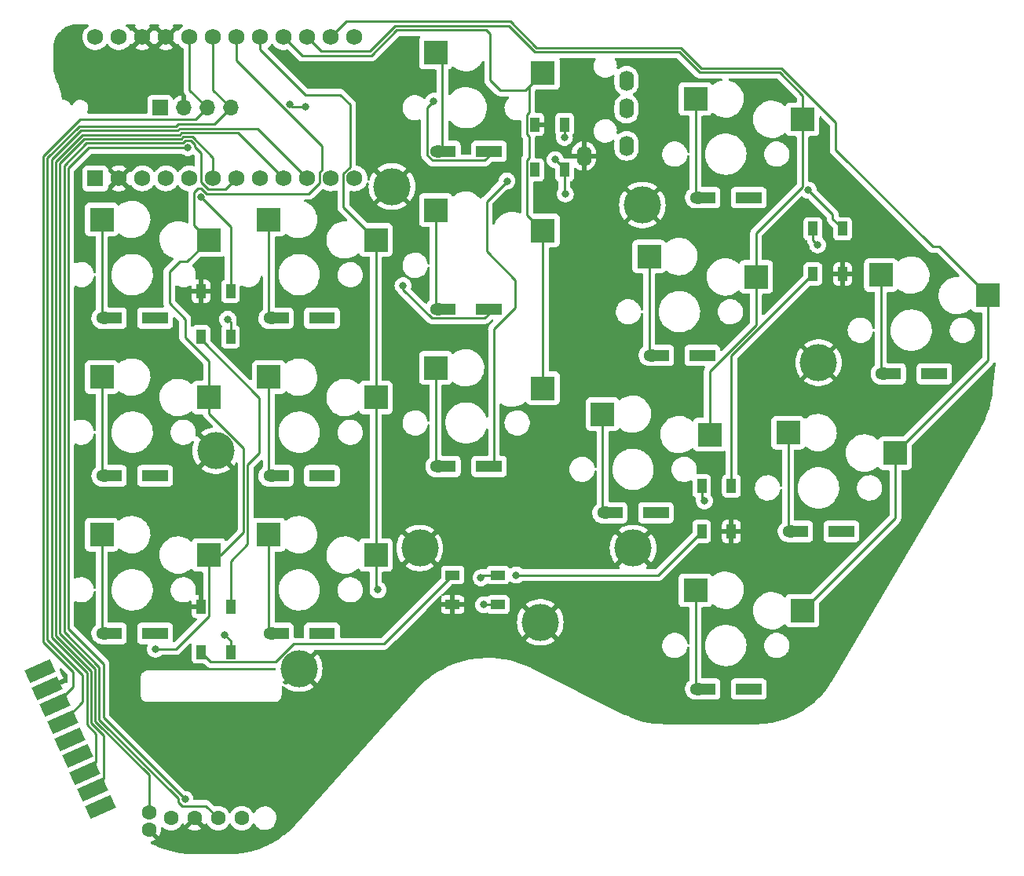
<source format=gbr>
%TF.GenerationSoftware,KiCad,Pcbnew,(6.0.7)*%
%TF.CreationDate,2022-09-08T03:04:32-04:00*%
%TF.ProjectId,right_main_routed,72696768-745f-46d6-9169-6e5f726f7574,v1.0.0*%
%TF.SameCoordinates,Original*%
%TF.FileFunction,Copper,L2,Bot*%
%TF.FilePolarity,Positive*%
%FSLAX46Y46*%
G04 Gerber Fmt 4.6, Leading zero omitted, Abs format (unit mm)*
G04 Created by KiCad (PCBNEW (6.0.7)) date 2022-09-08 03:04:32*
%MOMM*%
%LPD*%
G01*
G04 APERTURE LIST*
G04 Aperture macros list*
%AMRotRect*
0 Rectangle, with rotation*
0 The origin of the aperture is its center*
0 $1 length*
0 $2 width*
0 $3 Rotation angle, in degrees counterclockwise*
0 Add horizontal line*
21,1,$1,$2,0,0,$3*%
G04 Aperture macros list end*
%TA.AperFunction,ComponentPad*%
%ADD10O,1.600000X2.200000*%
%TD*%
%TA.AperFunction,ComponentPad*%
%ADD11R,1.778000X1.300000*%
%TD*%
%TA.AperFunction,SMDPad,CuDef*%
%ADD12R,1.400000X1.300000*%
%TD*%
%TA.AperFunction,ComponentPad*%
%ADD13O,1.778000X1.300000*%
%TD*%
%TA.AperFunction,ComponentPad*%
%ADD14C,0.500000*%
%TD*%
%TA.AperFunction,ComponentPad*%
%ADD15C,4.000000*%
%TD*%
%TA.AperFunction,SMDPad,CuDef*%
%ADD16R,2.600000X2.600000*%
%TD*%
%TA.AperFunction,SMDPad,CuDef*%
%ADD17RotRect,3.000000X1.500000X203.962489*%
%TD*%
%TA.AperFunction,ComponentPad*%
%ADD18C,0.600000*%
%TD*%
%TA.AperFunction,ComponentPad*%
%ADD19R,1.700000X1.700000*%
%TD*%
%TA.AperFunction,ComponentPad*%
%ADD20O,1.700000X1.700000*%
%TD*%
%TA.AperFunction,ComponentPad*%
%ADD21C,1.600000*%
%TD*%
%TA.AperFunction,ComponentPad*%
%ADD22R,1.752600X1.752600*%
%TD*%
%TA.AperFunction,ComponentPad*%
%ADD23C,1.752600*%
%TD*%
%TA.AperFunction,SMDPad,CuDef*%
%ADD24R,1.000000X1.500000*%
%TD*%
%TA.AperFunction,SMDPad,CuDef*%
%ADD25R,1.500000X1.000000*%
%TD*%
%TA.AperFunction,ViaPad*%
%ADD26C,0.800000*%
%TD*%
%TA.AperFunction,Conductor*%
%ADD27C,0.250000*%
%TD*%
G04 APERTURE END LIST*
D10*
%TO.P,J1,1*%
%TO.N,GND*%
X66700000Y46800000D03*
%TO.P,J1,2*%
%TO.N,VCC*%
X71300000Y47900000D03*
%TO.P,J1,3*%
%TO.N,TRRS3*%
X71300000Y51900000D03*
%TO.P,J1,4*%
%TO.N,TRRS4*%
X71300000Y54900000D03*
%TD*%
D11*
%TO.P,D6,1*%
%TO.N,R1*%
X39000000Y29300000D03*
D12*
X37750000Y29300000D03*
%TO.P,D6,2*%
%TO.N,index_top*%
X34200000Y29300000D03*
D13*
X33000000Y29300000D03*
%TD*%
D14*
%TO.P,H1,1*%
%TO.N,GND*%
X27000000Y13500000D03*
X25500000Y15000000D03*
X27000000Y16500000D03*
X28060000Y16060000D03*
X28060000Y13940000D03*
X25940000Y13940000D03*
X28500000Y15000000D03*
X25940000Y16060000D03*
D15*
X27000000Y15000000D03*
%TD*%
D16*
%TO.P,SW3,1*%
%TO.N,far_top*%
X14725000Y39950000D03*
%TO.P,SW3,2*%
%TO.N,C1*%
X26275000Y37750000D03*
%TD*%
%TO.P,SW10,1*%
%TO.N,ring_bottom*%
X68725000Y18950000D03*
%TO.P,SW10,2*%
%TO.N,C4*%
X80275000Y16750000D03*
%TD*%
%TO.P,SW13,1*%
%TO.N,pinkie_bottom*%
X78725000Y-50000D03*
%TO.P,SW13,2*%
%TO.N,C5*%
X90275000Y-2250000D03*
%TD*%
D17*
%TO.P,J14,1*%
%TO.N,VCC*%
X8053131Y-8784529D03*
D18*
X8053131Y-8784529D03*
D17*
%TO.P,J14,2*%
%TO.N,GND*%
X8865408Y-10612152D03*
D18*
X8865408Y-10612152D03*
%TO.P,J14,3*%
%TO.N,SDA*%
X9677685Y-12439775D03*
D17*
X9677685Y-12439775D03*
D18*
%TO.P,J14,4*%
%TO.N,SCL*%
X10489962Y-14267398D03*
D17*
X10489962Y-14267398D03*
%TO.P,J14,5*%
%TO.N,C1*%
X11302239Y-16095021D03*
D18*
X11302239Y-16095021D03*
%TO.P,J14,6*%
%TO.N,C2*%
X12114516Y-17922644D03*
D17*
X12114516Y-17922644D03*
D18*
%TO.P,J14,7*%
%TO.N,R4*%
X12926793Y-19750267D03*
D17*
X12926793Y-19750267D03*
D18*
%TO.P,J14,8*%
%TO.N,R5*%
X13739070Y-21577890D03*
D17*
X13739070Y-21577890D03*
D18*
%TO.P,J14,9*%
%TO.N,N/C*%
X14551347Y-23405513D03*
D17*
X14551347Y-23405513D03*
%TD*%
D16*
%TO.P,SW8,1*%
%TO.N,middle_home*%
X50725000Y40950000D03*
%TO.P,SW8,2*%
%TO.N,C3*%
X62275000Y38750000D03*
%TD*%
D12*
%TO.P,D2,1*%
%TO.N,R2*%
X19750000Y12300000D03*
D11*
X21000000Y12300000D03*
D13*
%TO.P,D2,2*%
%TO.N,far_home*%
X15000000Y12300000D03*
D12*
X16200000Y12300000D03*
%TD*%
%TO.P,D10,1*%
%TO.N,R3*%
X73750000Y8300000D03*
D11*
X75000000Y8300000D03*
D12*
%TO.P,D10,2*%
%TO.N,ring_bottom*%
X70200000Y8300000D03*
D13*
X69000000Y8300000D03*
%TD*%
D12*
%TO.P,D11,1*%
%TO.N,R2*%
X78750000Y25300000D03*
D11*
X80000000Y25300000D03*
D13*
%TO.P,D11,2*%
%TO.N,ring_home*%
X74000000Y25300000D03*
D12*
X75200000Y25300000D03*
%TD*%
%TO.P,D9,1*%
%TO.N,R1*%
X55750000Y47300000D03*
D11*
X57000000Y47300000D03*
D13*
%TO.P,D9,2*%
%TO.N,middle_top*%
X51000000Y47300000D03*
D12*
X52200000Y47300000D03*
%TD*%
%TO.P,D5,1*%
%TO.N,R2*%
X37750000Y12300000D03*
D11*
X39000000Y12300000D03*
D13*
%TO.P,D5,2*%
%TO.N,index_home*%
X33000000Y12300000D03*
D12*
X34200000Y12300000D03*
%TD*%
D16*
%TO.P,SW12,1*%
%TO.N,ring_top*%
X78725000Y52950000D03*
%TO.P,SW12,2*%
%TO.N,C4*%
X90275000Y50750000D03*
%TD*%
D14*
%TO.P,H13,1*%
%TO.N,GND*%
X47500000Y4500000D03*
D15*
X49000000Y4500000D03*
D14*
X49000000Y3000000D03*
X49000000Y6000000D03*
X47940000Y5560000D03*
X50060000Y3440000D03*
X50500000Y4500000D03*
X50060000Y5560000D03*
X47940000Y3440000D03*
%TD*%
D11*
%TO.P,D3,1*%
%TO.N,R1*%
X21000000Y29300000D03*
D12*
X19750000Y29300000D03*
D13*
%TO.P,D3,2*%
%TO.N,far_top*%
X15000000Y29300000D03*
D12*
X16200000Y29300000D03*
%TD*%
D11*
%TO.P,D4,1*%
%TO.N,R3*%
X39000000Y-4700000D03*
D12*
X37750000Y-4700000D03*
D13*
%TO.P,D4,2*%
%TO.N,index_bottom*%
X33000000Y-4700000D03*
D12*
X34200000Y-4700000D03*
%TD*%
D14*
%TO.P,H7,1*%
%TO.N,GND*%
X93060000Y23440000D03*
D15*
X92000000Y24500000D03*
D14*
X92000000Y26000000D03*
X90500000Y24500000D03*
X93060000Y25560000D03*
X90940000Y25560000D03*
X93500000Y24500000D03*
X92000000Y23000000D03*
X90940000Y23440000D03*
%TD*%
D16*
%TO.P,SW2,1*%
%TO.N,far_home*%
X14725000Y22950000D03*
%TO.P,SW2,2*%
%TO.N,C1*%
X26275000Y20750000D03*
%TD*%
D12*
%TO.P,D13,1*%
%TO.N,R3*%
X83750000Y-10700000D03*
D11*
X85000000Y-10700000D03*
D13*
%TO.P,D13,2*%
%TO.N,pinkie_bottom*%
X79000000Y-10700000D03*
D12*
X80200000Y-10700000D03*
%TD*%
D11*
%TO.P,D7,1*%
%TO.N,R3*%
X57000000Y13300000D03*
D12*
X55750000Y13300000D03*
D13*
%TO.P,D7,2*%
%TO.N,middle_bottom*%
X51000000Y13300000D03*
D12*
X52200000Y13300000D03*
%TD*%
%TO.P,D8,1*%
%TO.N,R2*%
X55750000Y30300000D03*
D11*
X57000000Y30300000D03*
D13*
%TO.P,D8,2*%
%TO.N,middle_home*%
X51000000Y30300000D03*
D12*
X52200000Y30300000D03*
%TD*%
D15*
%TO.P,H3,1*%
%TO.N,GND*%
X46000000Y43500000D03*
D14*
X46000000Y42000000D03*
X47500000Y43500000D03*
X44940000Y44560000D03*
X44940000Y42440000D03*
X44500000Y43500000D03*
X46000000Y45000000D03*
X47060000Y42440000D03*
X47060000Y44560000D03*
%TD*%
D11*
%TO.P,D12,1*%
%TO.N,R1*%
X85000000Y42300000D03*
D12*
X83750000Y42300000D03*
D13*
%TO.P,D12,2*%
%TO.N,ring_top*%
X79000000Y42300000D03*
D12*
X80200000Y42300000D03*
%TD*%
%TO.P,D15,1*%
%TO.N,R1*%
X103750000Y23300000D03*
D11*
X105000000Y23300000D03*
D12*
%TO.P,D15,2*%
%TO.N,pinkie_top*%
X100200000Y23300000D03*
D13*
X99000000Y23300000D03*
%TD*%
D19*
%TO.P,J3,1*%
%TO.N,VCC*%
X21000000Y52000000D03*
D20*
%TO.P,J3,2*%
%TO.N,GND*%
X23540000Y52000000D03*
%TO.P,J3,3*%
%TO.N,SDA*%
X26080000Y52000000D03*
%TO.P,J3,4*%
%TO.N,SCL*%
X28620000Y52000000D03*
%TD*%
D16*
%TO.P,SW14,1*%
%TO.N,pinkie_home*%
X88725000Y16950000D03*
%TO.P,SW14,2*%
%TO.N,C5*%
X100275000Y14750000D03*
%TD*%
D21*
%TO.P,S1,A*%
%TO.N,scroll_r1*%
X22190000Y-24625000D03*
%TO.P,S1,B*%
%TO.N,GND*%
X24730000Y-24625000D03*
%TO.P,S1,C*%
%TO.N,scroll_r2*%
X27270000Y-24625000D03*
%TO.P,S1,D*%
%TO.N,N/C*%
X29810000Y-24625000D03*
%TO.P,S1,S1*%
%TO.N,GND*%
X19800000Y-25850000D03*
%TO.P,S1,S2*%
%TO.N,scroll_switch*%
X19800000Y-24000000D03*
%TD*%
D11*
%TO.P,D1,1*%
%TO.N,R3*%
X21000000Y-4700000D03*
D12*
X19750000Y-4700000D03*
D13*
%TO.P,D1,2*%
%TO.N,far_bottom*%
X15000000Y-4700000D03*
D12*
X16200000Y-4700000D03*
%TD*%
D14*
%TO.P,H11,1*%
%TO.N,GND*%
X37060000Y-9560000D03*
X36000000Y-10000000D03*
X37060000Y-7440000D03*
X34500000Y-8500000D03*
X36000000Y-7000000D03*
X37500000Y-8500000D03*
D15*
X36000000Y-8500000D03*
D14*
X34940000Y-9560000D03*
X34940000Y-7440000D03*
%TD*%
D16*
%TO.P,SW5,1*%
%TO.N,index_home*%
X32725000Y22950000D03*
%TO.P,SW5,2*%
%TO.N,C2*%
X44275000Y20750000D03*
%TD*%
%TO.P,SW9,1*%
%TO.N,middle_top*%
X50725000Y57950000D03*
%TO.P,SW9,2*%
%TO.N,C3*%
X62275000Y55750000D03*
%TD*%
D22*
%TO.P,U1,1*%
%TO.N,N/C*%
X14030000Y44380000D03*
D23*
%TO.P,U1,2*%
%TO.N,GND*%
X16570000Y44380000D03*
%TO.P,U1,3*%
%TO.N,RST*%
X19110000Y44380000D03*
%TO.P,U1,4*%
%TO.N,VCC*%
X21650000Y44380000D03*
%TO.P,U1,5*%
%TO.N,N/C*%
X24190000Y44380000D03*
%TO.P,U1,6*%
%TO.N,scroll_switch*%
X26730000Y44380000D03*
%TO.P,U1,7*%
%TO.N,scroll_r2*%
X29270000Y44380000D03*
%TO.P,U1,8*%
%TO.N,scroll_r1*%
X31810000Y44380000D03*
%TO.P,U1,9*%
%TO.N,R5*%
X34350000Y44380000D03*
%TO.P,U1,10*%
%TO.N,R4*%
X36890000Y44380000D03*
%TO.P,U1,11*%
%TO.N,R3*%
X39430000Y44380000D03*
%TO.P,U1,12*%
%TO.N,R2*%
X41970000Y44380000D03*
%TO.P,U1,13*%
%TO.N,RGB*%
X14030000Y59620000D03*
%TO.P,U1,14*%
%TO.N,SERIAL*%
X16570000Y59620000D03*
%TO.P,U1,15*%
%TO.N,GND*%
X19110000Y59620000D03*
%TO.P,U1,16*%
X21650000Y59620000D03*
%TO.P,U1,17*%
%TO.N,SDA*%
X24190000Y59620000D03*
%TO.P,U1,18*%
%TO.N,SCL*%
X26730000Y59620000D03*
%TO.P,U1,19*%
%TO.N,C1*%
X29270000Y59620000D03*
%TO.P,U1,20*%
%TO.N,C2*%
X31810000Y59620000D03*
%TO.P,U1,21*%
%TO.N,C3*%
X34350000Y59620000D03*
%TO.P,U1,22*%
%TO.N,C4*%
X36890000Y59620000D03*
%TO.P,U1,23*%
%TO.N,C5*%
X39430000Y59620000D03*
%TO.P,U1,24*%
%TO.N,R1*%
X41970000Y59620000D03*
%TD*%
D16*
%TO.P,SW15,1*%
%TO.N,pinkie_top*%
X98725000Y33950000D03*
%TO.P,SW15,2*%
%TO.N,C5*%
X110275000Y31750000D03*
%TD*%
%TO.P,SW6,1*%
%TO.N,index_top*%
X32725000Y39950000D03*
%TO.P,SW6,2*%
%TO.N,C2*%
X44275000Y37750000D03*
%TD*%
%TO.P,SW7,1*%
%TO.N,middle_bottom*%
X50725000Y23950000D03*
%TO.P,SW7,2*%
%TO.N,C3*%
X62275000Y21750000D03*
%TD*%
D11*
%TO.P,D14,1*%
%TO.N,R2*%
X95000000Y6300000D03*
D12*
X93750000Y6300000D03*
D13*
%TO.P,D14,2*%
%TO.N,pinkie_home*%
X89000000Y6300000D03*
D12*
X90200000Y6300000D03*
%TD*%
D14*
%TO.P,H5,1*%
%TO.N,GND*%
X71500000Y41500000D03*
X74060000Y42560000D03*
X73000000Y40000000D03*
X71940000Y42560000D03*
X73000000Y43000000D03*
X71940000Y40440000D03*
X74500000Y41500000D03*
X74060000Y40440000D03*
D15*
X73000000Y41500000D03*
%TD*%
D16*
%TO.P,SW4,1*%
%TO.N,index_bottom*%
X32725000Y5950000D03*
%TO.P,SW4,2*%
%TO.N,C2*%
X44275000Y3750000D03*
%TD*%
D15*
%TO.P,H15,1*%
%TO.N,GND*%
X62000000Y-3500000D03*
D14*
X62000000Y-5000000D03*
X60940000Y-2440000D03*
X62000000Y-2000000D03*
X63500000Y-3500000D03*
X63060000Y-4560000D03*
X60940000Y-4560000D03*
X63060000Y-2440000D03*
X60500000Y-3500000D03*
%TD*%
D16*
%TO.P,SW1,1*%
%TO.N,far_bottom*%
X14725000Y5950000D03*
%TO.P,SW1,2*%
%TO.N,C1*%
X26275000Y3750000D03*
%TD*%
%TO.P,SW11,1*%
%TO.N,ring_home*%
X73725000Y35950000D03*
%TO.P,SW11,2*%
%TO.N,C4*%
X85275000Y33750000D03*
%TD*%
D14*
%TO.P,H9,1*%
%TO.N,GND*%
X73500000Y4500000D03*
X70500000Y4500000D03*
X73060000Y3440000D03*
X72000000Y6000000D03*
X72000000Y3000000D03*
D15*
X72000000Y4500000D03*
D14*
X73060000Y5560000D03*
X70940000Y3440000D03*
X70940000Y5560000D03*
%TD*%
D24*
%TO.P,DS6,1*%
%TO.N,VCC*%
X91400000Y38950000D03*
%TO.P,DS6,2*%
%TO.N,rgb_ug5_out*%
X94600000Y38950000D03*
%TO.P,DS6,3*%
%TO.N,GND*%
X94600000Y34050000D03*
%TO.P,DS6,4*%
%TO.N,rgb_ug4_out*%
X91400000Y34050000D03*
%TD*%
%TO.P,DS2,1*%
%TO.N,VCC*%
X28600000Y-6700000D03*
%TO.P,DS2,2*%
%TO.N,rgb_ug2_out*%
X25400000Y-6700000D03*
%TO.P,DS2,3*%
%TO.N,GND*%
X25400000Y-1800000D03*
%TO.P,DS2,4*%
%TO.N,rgb_ug1_out*%
X28600000Y-1800000D03*
%TD*%
D25*
%TO.P,DS3,1*%
%TO.N,VCC*%
X57450000Y1600000D03*
%TO.P,DS3,2*%
%TO.N,rgb_ug3_out*%
X57450000Y-1600000D03*
%TO.P,DS3,3*%
%TO.N,GND*%
X52550000Y-1600000D03*
%TO.P,DS3,4*%
%TO.N,rgb_ug2_out*%
X52550000Y1600000D03*
%TD*%
D24*
%TO.P,DS5,1*%
%TO.N,VCC*%
X79400000Y11200000D03*
%TO.P,DS5,2*%
%TO.N,rgb_ug4_out*%
X82600000Y11200000D03*
%TO.P,DS5,3*%
%TO.N,GND*%
X82600000Y6300000D03*
%TO.P,DS5,4*%
%TO.N,rgb_palm_out*%
X79400000Y6300000D03*
%TD*%
%TO.P,DS7,1*%
%TO.N,VCC*%
X64600000Y45300000D03*
%TO.P,DS7,2*%
%TO.N,rgb_ug6_out*%
X61400000Y45300000D03*
%TO.P,DS7,3*%
%TO.N,GND*%
X61400000Y50200000D03*
%TO.P,DS7,4*%
%TO.N,rgb_ug5_out*%
X64600000Y50200000D03*
%TD*%
%TO.P,DS1,1*%
%TO.N,VCC*%
X28600000Y27300000D03*
%TO.P,DS1,2*%
%TO.N,rgb_ug1_out*%
X25400000Y27300000D03*
%TO.P,DS1,3*%
%TO.N,GND*%
X25400000Y32200000D03*
%TO.P,DS1,4*%
%TO.N,RGB*%
X28600000Y32200000D03*
%TD*%
D26*
%TO.N,C1*%
X20500000Y-6400000D03*
%TO.N,R3*%
X58400000Y44100000D03*
%TO.N,R2*%
X47200000Y32800000D03*
%TO.N,R1*%
X50500000Y52700000D03*
%TO.N,C2*%
X44500000Y0D03*
%TO.N,VCC*%
X64700000Y42700000D03*
X28300000Y29200000D03*
X63600000Y46400000D03*
X55600000Y1300000D03*
X91900000Y37200000D03*
X79700000Y9600000D03*
X28000000Y-4900000D03*
%TO.N,RGB*%
X25400000Y42339712D03*
%TO.N,scroll_r1*%
X24000000Y47700000D03*
X23700000Y-22600000D03*
%TO.N,TRRS4*%
X36700000Y52100000D03*
X34987348Y52387348D03*
%TO.N,rgb_ug3_out*%
X55900000Y-1600000D03*
%TO.N,rgb_palm_out*%
X59400000Y1600000D03*
%TO.N,rgb_ug5_out*%
X90900000Y43100000D03*
X64600000Y48800000D03*
%TD*%
D27*
%TO.N,far_bottom*%
X14725000Y-4425000D02*
X15000000Y-4700000D01*
X14725000Y5950000D02*
X14725000Y-4425000D01*
%TO.N,C1*%
X25099902Y43324500D02*
X24675500Y42900098D01*
X24675500Y42900098D02*
X24675500Y39349500D01*
X38500000Y47850097D02*
X38500000Y45321101D01*
X29270000Y59620000D02*
X29270000Y57080097D01*
X22000000Y30900000D02*
X23700000Y29200000D01*
X26275000Y-2825000D02*
X22700000Y-6400000D01*
X38500000Y45321101D02*
X38200000Y45021101D01*
X29270000Y57080097D02*
X38500000Y47850097D01*
X30000000Y6200000D02*
X27550000Y3750000D01*
X22700000Y-6400000D02*
X20500000Y-6400000D01*
X26035111Y42729199D02*
X25439810Y43324500D01*
X23100000Y35400000D02*
X22000000Y34300000D01*
X37029199Y42729199D02*
X26035111Y42729199D01*
X27550000Y3750000D02*
X26275000Y3750000D01*
X26275000Y37750000D02*
X23925000Y35400000D01*
X26275000Y19013047D02*
X30000000Y15288047D01*
X26275000Y24650000D02*
X26275000Y20750000D01*
X24675500Y39349500D02*
X26275000Y37750000D01*
X38200000Y43900000D02*
X37029199Y42729199D01*
X25439810Y43324500D02*
X25099902Y43324500D01*
X26275000Y20750000D02*
X26275000Y19013047D01*
X26275000Y3750000D02*
X26275000Y-2825000D01*
X23700000Y29200000D02*
X23700000Y27225000D01*
X30000000Y15288047D02*
X30000000Y6200000D01*
X22000000Y34300000D02*
X22000000Y30900000D01*
X38200000Y45021101D02*
X38200000Y43900000D01*
X23925000Y35400000D02*
X23100000Y35400000D01*
X23700000Y27225000D02*
X26275000Y24650000D01*
%TO.N,R3*%
X56200000Y36500000D02*
X56200000Y41900000D01*
X57000000Y13300000D02*
X57000000Y28111000D01*
X57000000Y28111000D02*
X59300000Y30411000D01*
X56200000Y41900000D02*
X58400000Y44100000D01*
X59300000Y30411000D02*
X59300000Y33400000D01*
X59300000Y33400000D02*
X56200000Y36500000D01*
%TO.N,far_home*%
X14725000Y12575000D02*
X15000000Y12300000D01*
X14725000Y22950000D02*
X14725000Y12575000D01*
%TO.N,R2*%
X56025000Y29325000D02*
X50275000Y29325000D01*
X50275000Y29325000D02*
X47200000Y32400000D01*
X57000000Y30300000D02*
X56025000Y29325000D01*
X47200000Y32400000D02*
X47200000Y32800000D01*
%TO.N,far_top*%
X14725000Y29575000D02*
X15000000Y29300000D01*
X14725000Y39950000D02*
X14725000Y29575000D01*
%TO.N,R1*%
X57000000Y47300000D02*
X56025000Y46325000D01*
X56025000Y46325000D02*
X50357142Y46325000D01*
X50357142Y46325000D02*
X49786000Y46896142D01*
X49786000Y46896142D02*
X49786000Y51986000D01*
X49786000Y51986000D02*
X50500000Y52700000D01*
%TO.N,index_bottom*%
X32725000Y5950000D02*
X32725000Y-4425000D01*
X32725000Y-4425000D02*
X33000000Y-4700000D01*
%TO.N,C2*%
X40400000Y53400000D02*
X41472405Y52327595D01*
X31810000Y59620000D02*
X31810000Y58290000D01*
X36700000Y53400000D02*
X40400000Y53400000D01*
X44275000Y225000D02*
X44500000Y0D01*
X44275000Y37750000D02*
X44275000Y20750000D01*
X40768700Y44877595D02*
X40768700Y41256300D01*
X41472405Y45581300D02*
X40768700Y44877595D01*
X44275000Y3750000D02*
X44275000Y225000D01*
X44275000Y20750000D02*
X44275000Y3750000D01*
X41472405Y52327595D02*
X41472405Y45581300D01*
X31810000Y58290000D02*
X36700000Y53400000D01*
X40768700Y41256300D02*
X44275000Y37750000D01*
%TO.N,index_home*%
X32725000Y22950000D02*
X32725000Y12575000D01*
X32725000Y12575000D02*
X33000000Y12300000D01*
%TO.N,index_top*%
X32725000Y29575000D02*
X33000000Y29300000D01*
X32725000Y39950000D02*
X32725000Y29575000D01*
%TO.N,middle_bottom*%
X50725000Y23950000D02*
X50725000Y13575000D01*
X50725000Y13575000D02*
X51000000Y13300000D01*
%TO.N,C3*%
X46535690Y60400000D02*
X43786189Y57650499D01*
X60800000Y48900000D02*
X60800000Y46600000D01*
X60399999Y53874999D02*
X57678302Y53874999D01*
X56164310Y60400000D02*
X46535690Y60400000D01*
X56600000Y59964310D02*
X56164310Y60400000D01*
X60575000Y49125000D02*
X60800000Y48900000D01*
X57678302Y53874999D02*
X56600000Y54953301D01*
X62275000Y55750000D02*
X60800000Y54275000D01*
X36319501Y57650499D02*
X34350000Y59620000D01*
X60575000Y51275000D02*
X60575000Y49125000D01*
X60575000Y40450000D02*
X62275000Y38750000D01*
X60575000Y46375000D02*
X60575000Y40450000D01*
X60800000Y46600000D02*
X60575000Y46375000D01*
X60800000Y54275000D02*
X60800000Y51500000D01*
X60800000Y51500000D02*
X60575000Y51275000D01*
X62275000Y21750000D02*
X62275000Y38750000D01*
X56600000Y54953301D02*
X56600000Y59964310D01*
X62275000Y55750000D02*
X60399999Y53874999D01*
X43786189Y57650499D02*
X36319501Y57650499D01*
%TO.N,middle_home*%
X50725000Y30575000D02*
X51000000Y30300000D01*
X50725000Y40950000D02*
X50725000Y30575000D01*
%TO.N,middle_top*%
X51424500Y47724500D02*
X51000000Y47300000D01*
X50725000Y57950000D02*
X51424500Y57250500D01*
X51424500Y57250500D02*
X51424500Y47724500D01*
%TO.N,ring_bottom*%
X68725000Y18950000D02*
X68725000Y8575000D01*
X68725000Y8575000D02*
X69000000Y8300000D01*
%TO.N,C4*%
X43600000Y58100000D02*
X46349501Y60849501D01*
X46349501Y60849501D02*
X58600501Y60849501D01*
X36890000Y59620000D02*
X38410000Y58100000D01*
X87800000Y55800000D02*
X90275000Y53325000D01*
X38410000Y58100000D02*
X43600000Y58100000D01*
X61425001Y58025001D02*
X76974999Y58025001D01*
X85275000Y38499598D02*
X85275000Y33750000D01*
X76974999Y58025001D02*
X79200000Y55800000D01*
X80275000Y23560690D02*
X80275000Y16750000D01*
X90275000Y50750000D02*
X90275000Y43499598D01*
X90275000Y43499598D02*
X85275000Y38499598D01*
X90275000Y53325000D02*
X90275000Y50750000D01*
X85275000Y28560690D02*
X80275000Y23560690D01*
X85275000Y33750000D02*
X85275000Y28560690D01*
X79200000Y55800000D02*
X87800000Y55800000D01*
X58600501Y60849501D02*
X61425001Y58025001D01*
%TO.N,ring_home*%
X73725000Y35950000D02*
X73725000Y25575000D01*
X73725000Y25575000D02*
X74000000Y25300000D01*
%TO.N,ring_top*%
X78725000Y42575000D02*
X79000000Y42300000D01*
X78725000Y52950000D02*
X78725000Y42575000D01*
%TO.N,pinkie_bottom*%
X78725000Y-50000D02*
X78725000Y-10425000D01*
X78725000Y-10425000D02*
X79000000Y-10700000D01*
%TO.N,C5*%
X77161188Y58474502D02*
X79386189Y56249501D01*
X90275000Y-2250000D02*
X100275000Y7750000D01*
X41109002Y61299002D02*
X58786690Y61299002D01*
X93841201Y50394489D02*
X93841201Y47458799D01*
X104300000Y37000000D02*
X105025000Y37000000D01*
X79386189Y56249501D02*
X87955953Y56249501D01*
X87955953Y56249501D02*
X88006395Y56229295D01*
X100275000Y14750000D02*
X110275000Y24750000D01*
X110275000Y24750000D02*
X110275000Y31750000D01*
X93841201Y47458799D02*
X104300000Y37000000D01*
X88006395Y56229295D02*
X93841201Y50394489D01*
X58786690Y61299002D02*
X61611190Y58474502D01*
X100275000Y7750000D02*
X100275000Y14750000D01*
X39430000Y59620000D02*
X41109002Y61299002D01*
X105025000Y37000000D02*
X110275000Y31750000D01*
X61611190Y58474502D02*
X77161188Y58474502D01*
%TO.N,pinkie_home*%
X88725000Y16950000D02*
X88725000Y6575000D01*
X88725000Y6575000D02*
X89000000Y6300000D01*
%TO.N,pinkie_top*%
X98725000Y33950000D02*
X98725000Y23575000D01*
X98725000Y23575000D02*
X99000000Y23300000D01*
%TO.N,R4*%
X23141335Y49773003D02*
X22917833Y49549501D01*
X36890000Y44380000D02*
X31496997Y49773003D01*
X9299002Y-5127622D02*
X13101996Y-8930616D01*
X13101996Y-14544756D02*
X14114837Y-15557597D01*
X12442431Y49549501D02*
X9299002Y46406072D01*
X9299002Y46406072D02*
X9299002Y-5127622D01*
X31496997Y49773003D02*
X23141335Y49773003D01*
X13101996Y-8930616D02*
X13101996Y-14544756D01*
X14114837Y-15557597D02*
X14114837Y-18562223D01*
X14114837Y-18562223D02*
X12926793Y-19750267D01*
X22917833Y49549501D02*
X12442431Y49549501D01*
%TO.N,R5*%
X14927114Y-15734184D02*
X14927114Y-20389846D01*
X13551497Y-8744427D02*
X13551497Y-14358567D01*
X12627622Y49099002D02*
X9748503Y46219883D01*
X34350000Y44380000D02*
X29406498Y49323502D01*
X13551497Y-14358567D02*
X14927114Y-15734184D01*
X29406498Y49323502D02*
X23327524Y49323502D01*
X23327524Y49323502D02*
X23103024Y49099002D01*
X14927114Y-20389846D02*
X13739070Y-21577890D01*
X9748503Y-4941433D02*
X13551497Y-8744427D01*
X9748503Y46219883D02*
X9748503Y-4941433D01*
X23103024Y49099002D02*
X12627622Y49099002D01*
%TO.N,VCC*%
X55900000Y1600000D02*
X55600000Y1300000D01*
X57450000Y1600000D02*
X55900000Y1600000D01*
X28600000Y28900000D02*
X28300000Y29200000D01*
X28600000Y-6700000D02*
X28600000Y-5500000D01*
X91400000Y38950000D02*
X91400000Y37700000D01*
X64600000Y45300000D02*
X64600000Y45400000D01*
X28600000Y27300000D02*
X28600000Y28900000D01*
X79400000Y11200000D02*
X79400000Y9900000D01*
X79400000Y9900000D02*
X79700000Y9600000D01*
X28600000Y-5500000D02*
X28000000Y-4900000D01*
X64600000Y45400000D02*
X63600000Y46400000D01*
X91400000Y37700000D02*
X91900000Y37200000D01*
X64600000Y45300000D02*
X64600000Y42800000D01*
X64600000Y42800000D02*
X64700000Y42700000D01*
%TO.N,RGB*%
X28600000Y39139712D02*
X25400000Y42339712D01*
X28600000Y32200000D02*
X28600000Y39139712D01*
%TO.N,SDA*%
X8400000Y-5600000D02*
X8400000Y46778450D01*
X24190000Y53890000D02*
X26080000Y52000000D01*
X11658730Y-8858730D02*
X8400000Y-5600000D01*
X24827505Y50747505D02*
X26080000Y52000000D01*
X11658730Y-10458730D02*
X11658730Y-8858730D01*
X8400000Y46778450D02*
X12369055Y50747505D01*
X24190000Y59620000D02*
X24190000Y53890000D01*
X12369055Y50747505D02*
X24827505Y50747505D01*
X9677685Y-12439775D02*
X11658730Y-10458730D01*
%TO.N,SCL*%
X22955146Y50222504D02*
X22731644Y49999002D01*
X12256242Y49999002D02*
X8849501Y46592261D01*
X26842504Y50222504D02*
X22955146Y50222504D01*
X22731644Y49999002D02*
X12256242Y49999002D01*
X12652495Y-9216805D02*
X12652495Y-12104865D01*
X26730000Y53890000D02*
X28620000Y52000000D01*
X28620000Y52000000D02*
X26842504Y50222504D01*
X8849501Y-5413811D02*
X12652495Y-9216805D01*
X8849501Y46592261D02*
X8849501Y-5413811D01*
X12652495Y-12104865D02*
X10489962Y-14267398D01*
X26730000Y59620000D02*
X26730000Y53890000D01*
%TO.N,scroll_r1*%
X14900000Y-8000000D02*
X14900000Y-13800000D01*
X11099002Y-4199002D02*
X14900000Y-8000000D01*
X14900000Y-13800000D02*
X23700000Y-22600000D01*
X11099002Y45499002D02*
X11099002Y-4199002D01*
X13300000Y47700000D02*
X11099002Y45499002D01*
X24000000Y47700000D02*
X13300000Y47700000D01*
%TO.N,scroll_r2*%
X25391300Y44008700D02*
X25391300Y47108700D01*
X14450499Y-8314809D02*
X14450499Y-13986189D01*
X22975500Y-22511190D02*
X22975500Y-22900098D01*
X24724500Y47775500D02*
X24724500Y48000098D01*
X25969500Y-23324500D02*
X27270000Y-24625000D01*
X24724500Y48000098D02*
X24300098Y48424500D01*
X23699902Y48424500D02*
X23475402Y48200000D01*
X23399902Y-23324500D02*
X25969500Y-23324500D01*
X22975500Y-22900098D02*
X23399902Y-23324500D01*
X25391300Y47108700D02*
X24724500Y47775500D01*
X26221300Y43178700D02*
X25391300Y44008700D01*
X23475402Y48200000D02*
X13064310Y48200000D01*
X24300098Y48424500D02*
X23699902Y48424500D01*
X29270000Y44380000D02*
X28068700Y43178700D01*
X14450499Y-13986189D02*
X22975500Y-22511190D01*
X10649501Y-4513811D02*
X14450499Y-8314809D01*
X28068700Y43178700D02*
X26221300Y43178700D01*
X13064310Y48200000D02*
X10649501Y45785191D01*
X10649501Y45785191D02*
X10649501Y-4513811D01*
%TO.N,scroll_switch*%
X12813811Y48649501D02*
X10198004Y46033694D01*
X14000998Y-14172378D02*
X19800000Y-19971380D01*
X10198004Y-4698004D02*
X14000998Y-8500998D01*
X26730000Y44380000D02*
X26730000Y46630288D01*
X23513713Y48874001D02*
X23289213Y48649501D01*
X14000998Y-8500998D02*
X14000998Y-14172378D01*
X26730000Y46630288D02*
X24486287Y48874001D01*
X19800000Y-19971380D02*
X19800000Y-24000000D01*
X24486287Y48874001D02*
X23513713Y48874001D01*
X10198004Y46033694D02*
X10198004Y-4698004D01*
X23289213Y48649501D02*
X12813811Y48649501D01*
%TO.N,TRRS4*%
X36700000Y52100000D02*
X35274696Y52100000D01*
X35274696Y52100000D02*
X34987348Y52387348D01*
%TO.N,rgb_ug1_out*%
X31725901Y14758530D02*
X30449501Y13482130D01*
X25400000Y27300000D02*
X25400000Y27050000D01*
X30449501Y4949501D02*
X28600000Y3100000D01*
X25400000Y27050000D02*
X31725901Y20724099D01*
X28600000Y3100000D02*
X28600000Y-1800000D01*
X30449501Y13482130D02*
X30449501Y4949501D01*
X31725901Y20724099D02*
X31725901Y14758530D01*
%TO.N,rgb_ug2_out*%
X26475000Y-7775000D02*
X33436953Y-7775000D01*
X33436953Y-7775000D02*
X35387453Y-5824500D01*
X25400000Y-6700000D02*
X26475000Y-7775000D01*
X35387453Y-5824500D02*
X45125500Y-5824500D01*
X45125500Y-5824500D02*
X52550000Y1600000D01*
%TO.N,rgb_ug3_out*%
X57450000Y-1600000D02*
X55900000Y-1600000D01*
%TO.N,rgb_palm_out*%
X74700000Y1600000D02*
X79400000Y6300000D01*
X59400000Y1600000D02*
X74700000Y1600000D01*
%TO.N,rgb_ug4_out*%
X82600000Y25250000D02*
X91400000Y34050000D01*
X82600000Y11200000D02*
X82600000Y25250000D01*
%TO.N,rgb_ug5_out*%
X93525000Y40475000D02*
X90900000Y43100000D01*
X93525000Y40025000D02*
X93525000Y40475000D01*
X94600000Y38950000D02*
X93525000Y40025000D01*
X64600000Y48800000D02*
X64600000Y50200000D01*
%TD*%
%TA.AperFunction,Conductor*%
%TO.N,GND*%
G36*
X48992816Y59746498D02*
G01*
X49039309Y59692842D01*
X49049413Y59622568D01*
X49025521Y59564936D01*
X48974385Y59496705D01*
X48923255Y59360316D01*
X48916500Y59298134D01*
X48916500Y56601866D01*
X48923255Y56539684D01*
X48974385Y56403295D01*
X49061739Y56286739D01*
X49178295Y56199385D01*
X49314684Y56148255D01*
X49376866Y56141500D01*
X50665000Y56141500D01*
X50733121Y56121498D01*
X50779614Y56067842D01*
X50791000Y56015500D01*
X50791000Y53722540D01*
X50770998Y53654419D01*
X50717342Y53607926D01*
X50647068Y53597822D01*
X50638803Y53599293D01*
X50601944Y53607128D01*
X50601939Y53607128D01*
X50595487Y53608500D01*
X50404513Y53608500D01*
X50398061Y53607128D01*
X50398056Y53607128D01*
X50320503Y53590643D01*
X50217712Y53568794D01*
X50211682Y53566109D01*
X50211681Y53566109D01*
X50049278Y53493803D01*
X50049276Y53493802D01*
X50043248Y53491118D01*
X50037907Y53487238D01*
X50037906Y53487237D01*
X50019650Y53473973D01*
X49888747Y53378866D01*
X49884326Y53373956D01*
X49884325Y53373955D01*
X49777128Y53254900D01*
X49760960Y53236944D01*
X49665473Y53071556D01*
X49653335Y53034199D01*
X49613261Y52975594D01*
X49547864Y52947957D01*
X49477907Y52960064D01*
X49451588Y52978623D01*
X49451153Y52978092D01*
X49276885Y53120984D01*
X49276879Y53120988D01*
X49272757Y53124368D01*
X49072265Y53238494D01*
X49067249Y53240315D01*
X49067244Y53240317D01*
X48860425Y53315389D01*
X48860421Y53315390D01*
X48855410Y53317209D01*
X48850161Y53318158D01*
X48850158Y53318159D01*
X48632477Y53357522D01*
X48632470Y53357523D01*
X48628393Y53358260D01*
X48610656Y53359096D01*
X48605708Y53359330D01*
X48605701Y53359330D01*
X48604220Y53359400D01*
X48442075Y53359400D01*
X48385423Y53354593D01*
X48275438Y53345261D01*
X48275434Y53345260D01*
X48270127Y53344810D01*
X48264972Y53343472D01*
X48264966Y53343471D01*
X48051997Y53288195D01*
X48051993Y53288194D01*
X48046828Y53286853D01*
X48041962Y53284661D01*
X48041959Y53284660D01*
X47859128Y53202301D01*
X47836485Y53192101D01*
X47832065Y53189125D01*
X47832061Y53189123D01*
X47739800Y53127008D01*
X47645115Y53063262D01*
X47478188Y52904022D01*
X47475000Y52899737D01*
X47344671Y52724568D01*
X47340479Y52718934D01*
X47338064Y52714184D01*
X47266574Y52573573D01*
X47235923Y52513288D01*
X47211646Y52435103D01*
X47169095Y52298070D01*
X47169094Y52298064D01*
X47167511Y52292967D01*
X47157506Y52217478D01*
X47141066Y52093435D01*
X47137200Y52064268D01*
X47137400Y52058938D01*
X47137400Y52058937D01*
X47139739Y51996635D01*
X47145854Y51833732D01*
X47193228Y51607950D01*
X47195186Y51602991D01*
X47195187Y51602989D01*
X47212896Y51558148D01*
X47277967Y51393378D01*
X47397647Y51196151D01*
X47401144Y51192121D01*
X47526797Y51047319D01*
X47548847Y51021908D01*
X47582009Y50994717D01*
X47723115Y50879016D01*
X47723121Y50879012D01*
X47727243Y50875632D01*
X47927735Y50761506D01*
X47932751Y50759685D01*
X47932756Y50759683D01*
X48139575Y50684611D01*
X48139579Y50684610D01*
X48144590Y50682791D01*
X48149839Y50681842D01*
X48149842Y50681841D01*
X48367523Y50642478D01*
X48367530Y50642477D01*
X48371607Y50641740D01*
X48389101Y50640915D01*
X48394292Y50640670D01*
X48394299Y50640670D01*
X48395780Y50640600D01*
X48557925Y50640600D01*
X48638749Y50647458D01*
X48724562Y50654739D01*
X48724566Y50654740D01*
X48729873Y50655190D01*
X48735028Y50656528D01*
X48735034Y50656529D01*
X48948003Y50711805D01*
X48948007Y50711806D01*
X48953172Y50713147D01*
X48974750Y50722867D01*
X49045075Y50732608D01*
X49109503Y50702782D01*
X49147578Y50642859D01*
X49152500Y50607985D01*
X49152500Y46974909D01*
X49151973Y46963726D01*
X49150298Y46956233D01*
X49150547Y46948307D01*
X49150547Y46948306D01*
X49152438Y46888156D01*
X49152500Y46884197D01*
X49152500Y46856286D01*
X49152997Y46852352D01*
X49152997Y46852351D01*
X49153005Y46852286D01*
X49153938Y46840449D01*
X49155327Y46796253D01*
X49160978Y46776803D01*
X49164987Y46757442D01*
X49167526Y46737345D01*
X49170445Y46729974D01*
X49170445Y46729972D01*
X49183804Y46696230D01*
X49187649Y46685000D01*
X49191965Y46670144D01*
X49199982Y46642549D01*
X49204015Y46635730D01*
X49204017Y46635725D01*
X49210293Y46625114D01*
X49218988Y46607366D01*
X49226448Y46588525D01*
X49231110Y46582109D01*
X49231110Y46582108D01*
X49252436Y46552755D01*
X49258952Y46542835D01*
X49267794Y46527885D01*
X49281458Y46504780D01*
X49295779Y46490459D01*
X49308619Y46475426D01*
X49320528Y46459035D01*
X49349852Y46434776D01*
X49354593Y46430854D01*
X49363374Y46422864D01*
X49853495Y45932742D01*
X49861029Y45924463D01*
X49865142Y45917982D01*
X49896529Y45888508D01*
X49914793Y45871357D01*
X49917635Y45868602D01*
X49937372Y45848865D01*
X49940569Y45846385D01*
X49949589Y45838682D01*
X49981821Y45808414D01*
X49988767Y45804595D01*
X49988770Y45804593D01*
X49999576Y45798652D01*
X50016095Y45787801D01*
X50032101Y45775386D01*
X50039370Y45772241D01*
X50039374Y45772238D01*
X50072679Y45757826D01*
X50083329Y45752609D01*
X50122082Y45731305D01*
X50129757Y45729334D01*
X50129758Y45729334D01*
X50141704Y45726267D01*
X50160409Y45719863D01*
X50178997Y45711819D01*
X50186820Y45710580D01*
X50186830Y45710577D01*
X50222666Y45704901D01*
X50234286Y45702495D01*
X50266101Y45694327D01*
X50277112Y45691500D01*
X50297366Y45691500D01*
X50317076Y45689949D01*
X50337085Y45686780D01*
X50344977Y45687526D01*
X50363722Y45689298D01*
X50381104Y45690941D01*
X50392961Y45691500D01*
X55946233Y45691500D01*
X55957416Y45690973D01*
X55964909Y45689298D01*
X55972835Y45689547D01*
X55972836Y45689547D01*
X56032986Y45691438D01*
X56036945Y45691500D01*
X56064856Y45691500D01*
X56068791Y45691997D01*
X56068856Y45692005D01*
X56080693Y45692938D01*
X56112951Y45693952D01*
X56116970Y45694078D01*
X56124889Y45694327D01*
X56144343Y45699979D01*
X56163700Y45703987D01*
X56175930Y45705532D01*
X56175931Y45705532D01*
X56183797Y45706526D01*
X56191168Y45709445D01*
X56191170Y45709445D01*
X56224912Y45722804D01*
X56236142Y45726649D01*
X56270983Y45736771D01*
X56270984Y45736771D01*
X56278593Y45738982D01*
X56285412Y45743015D01*
X56285417Y45743017D01*
X56296028Y45749293D01*
X56313776Y45757988D01*
X56332617Y45765448D01*
X56346105Y45775247D01*
X56368387Y45791436D01*
X56378307Y45797952D01*
X56409535Y45816420D01*
X56409538Y45816422D01*
X56416362Y45820458D01*
X56430683Y45834779D01*
X56445717Y45847620D01*
X56455694Y45854869D01*
X56462107Y45859528D01*
X56490298Y45893605D01*
X56498288Y45902384D01*
X56700499Y46104595D01*
X56762811Y46138621D01*
X56789594Y46141500D01*
X57937134Y46141500D01*
X57999316Y46148255D01*
X58135705Y46199385D01*
X58252261Y46286739D01*
X58339615Y46403295D01*
X58390745Y46539684D01*
X58397500Y46601866D01*
X58397500Y47998134D01*
X58390745Y48060316D01*
X58339615Y48196705D01*
X58252261Y48313261D01*
X58135705Y48400615D01*
X57999316Y48451745D01*
X57937134Y48458500D01*
X55001866Y48458500D01*
X54939684Y48451745D01*
X54803295Y48400615D01*
X54686739Y48313261D01*
X54599385Y48196705D01*
X54548255Y48060316D01*
X54541500Y47998134D01*
X54541500Y47084500D01*
X54521498Y47016379D01*
X54467842Y46969886D01*
X54415500Y46958500D01*
X53534500Y46958500D01*
X53466379Y46978502D01*
X53419886Y47032158D01*
X53408500Y47084500D01*
X53408500Y47998134D01*
X53401745Y48060316D01*
X53350615Y48196705D01*
X53263261Y48313261D01*
X53146705Y48400615D01*
X53010316Y48451745D01*
X52948134Y48458500D01*
X52184000Y48458500D01*
X52115879Y48478502D01*
X52069386Y48532158D01*
X52058000Y48584500D01*
X52058000Y50503019D01*
X52078002Y50571140D01*
X52131658Y50617633D01*
X52201932Y50627737D01*
X52266512Y50598243D01*
X52276151Y50588951D01*
X52292760Y50571140D01*
X52474846Y50375876D01*
X52703045Y50188432D01*
X52954029Y50032815D01*
X52957846Y50031099D01*
X52957849Y50031098D01*
X53027148Y49999954D01*
X53223390Y49911759D01*
X53506395Y49827392D01*
X53510515Y49826739D01*
X53510517Y49826739D01*
X53794592Y49781745D01*
X53794598Y49781744D01*
X53798073Y49781194D01*
X53822632Y49780079D01*
X53889017Y49777064D01*
X53889038Y49777064D01*
X53890437Y49777000D01*
X54074901Y49777000D01*
X54294664Y49791597D01*
X54298763Y49792423D01*
X54298767Y49792424D01*
X54472190Y49827392D01*
X54584151Y49849967D01*
X54863375Y49946112D01*
X55033089Y50031098D01*
X55123695Y50076470D01*
X55123697Y50076471D01*
X55127431Y50078341D01*
X55371678Y50244332D01*
X55416226Y50284162D01*
X55553564Y50406957D01*
X55591827Y50441168D01*
X55601537Y50452497D01*
X55781289Y50662216D01*
X55781292Y50662220D01*
X55784009Y50665390D01*
X55786283Y50668892D01*
X55786287Y50668897D01*
X55942570Y50909551D01*
X55942573Y50909556D01*
X55944849Y50913061D01*
X55958426Y50941653D01*
X56035462Y51103893D01*
X56071519Y51179828D01*
X56075267Y51191500D01*
X56160515Y51457017D01*
X56160515Y51457018D01*
X56161795Y51461004D01*
X56186529Y51598469D01*
X56213351Y51747541D01*
X56213352Y51747546D01*
X56214090Y51751650D01*
X56214351Y51757386D01*
X56227297Y52042489D01*
X56227297Y52042494D01*
X56227486Y52046659D01*
X56225946Y52064268D01*
X56203228Y52323937D01*
X56201748Y52340849D01*
X56198401Y52355823D01*
X56138240Y52624972D01*
X56138238Y52624979D01*
X56137328Y52629050D01*
X56133228Y52640195D01*
X56096999Y52738660D01*
X56035356Y52906199D01*
X56028832Y52918574D01*
X55937750Y53091326D01*
X55897626Y53167427D01*
X55843662Y53243362D01*
X55728981Y53404735D01*
X55728976Y53404741D01*
X55726557Y53408145D01*
X55723713Y53411195D01*
X55723708Y53411201D01*
X55528000Y53621072D01*
X55525154Y53624124D01*
X55296955Y53811568D01*
X55045971Y53967185D01*
X55040747Y53969533D01*
X54950630Y54010033D01*
X54776610Y54088241D01*
X54493605Y54172608D01*
X54489485Y54173261D01*
X54489483Y54173261D01*
X54205408Y54218255D01*
X54205402Y54218256D01*
X54201927Y54218806D01*
X54177368Y54219921D01*
X54110983Y54222936D01*
X54110962Y54222936D01*
X54109563Y54223000D01*
X53925099Y54223000D01*
X53705336Y54208403D01*
X53701237Y54207577D01*
X53701233Y54207576D01*
X53611963Y54189576D01*
X53415849Y54150033D01*
X53136625Y54053888D01*
X53071003Y54021027D01*
X52881933Y53926348D01*
X52872569Y53921659D01*
X52628322Y53755668D01*
X52408173Y53558832D01*
X52405456Y53555662D01*
X52405455Y53555661D01*
X52279668Y53408903D01*
X52220150Y53370198D01*
X52149154Y53369815D01*
X52089222Y53407876D01*
X52059381Y53472297D01*
X52058000Y53490901D01*
X52058000Y56031943D01*
X52078002Y56100064D01*
X52131658Y56146557D01*
X52139771Y56149925D01*
X52263295Y56196232D01*
X52263296Y56196233D01*
X52271705Y56199385D01*
X52388261Y56286739D01*
X52426322Y56337523D01*
X52470292Y56396192D01*
X52527152Y56438707D01*
X52597970Y56443733D01*
X52652110Y56417148D01*
X52763178Y56323950D01*
X52763182Y56323947D01*
X52766550Y56321121D01*
X53004764Y56172269D01*
X53261375Y56058018D01*
X53531390Y55980593D01*
X53535740Y55979982D01*
X53535743Y55979981D01*
X53638690Y55965513D01*
X53809552Y55941500D01*
X54020146Y55941500D01*
X54022332Y55941653D01*
X54022336Y55941653D01*
X54225827Y55955882D01*
X54225832Y55955883D01*
X54230212Y55956189D01*
X54504970Y56014591D01*
X54509099Y56016094D01*
X54509103Y56016095D01*
X54764781Y56109154D01*
X54764785Y56109156D01*
X54768926Y56110663D01*
X55016942Y56242536D01*
X55087665Y56293919D01*
X55240629Y56405053D01*
X55240632Y56405056D01*
X55244192Y56407642D01*
X55248398Y56411703D01*
X55373264Y56532285D01*
X55446252Y56602769D01*
X55600762Y56800534D01*
X55616481Y56820653D01*
X55616482Y56820654D01*
X55619188Y56824118D01*
X55621384Y56827922D01*
X55621389Y56827929D01*
X55731381Y57018442D01*
X55782763Y57067435D01*
X55852477Y57080871D01*
X55918388Y57054485D01*
X55959570Y56996653D01*
X55966500Y56955442D01*
X55966500Y55032068D01*
X55965973Y55020885D01*
X55964298Y55013392D01*
X55964547Y55005466D01*
X55964547Y55005465D01*
X55966438Y54945315D01*
X55966500Y54941356D01*
X55966500Y54913445D01*
X55966997Y54909511D01*
X55966997Y54909510D01*
X55967005Y54909445D01*
X55967938Y54897608D01*
X55969327Y54853412D01*
X55974106Y54836964D01*
X55974978Y54833962D01*
X55978987Y54814601D01*
X55981526Y54794504D01*
X55984445Y54787133D01*
X55984445Y54787131D01*
X55997804Y54753389D01*
X56001649Y54742159D01*
X56013982Y54699708D01*
X56018015Y54692889D01*
X56018017Y54692884D01*
X56024293Y54682273D01*
X56032988Y54664525D01*
X56040448Y54645684D01*
X56045110Y54639268D01*
X56045110Y54639267D01*
X56066436Y54609914D01*
X56072952Y54599994D01*
X56085440Y54578879D01*
X56095458Y54561939D01*
X56109779Y54547618D01*
X56122619Y54532585D01*
X56134528Y54516194D01*
X56140634Y54511143D01*
X56168605Y54488003D01*
X56177384Y54480013D01*
X57174645Y53482752D01*
X57182189Y53474462D01*
X57186302Y53467981D01*
X57192079Y53462556D01*
X57235969Y53421341D01*
X57238811Y53418586D01*
X57258532Y53398865D01*
X57261727Y53396387D01*
X57270749Y53388681D01*
X57302981Y53358413D01*
X57309930Y53354593D01*
X57320734Y53348653D01*
X57337258Y53337800D01*
X57353261Y53325386D01*
X57393845Y53307823D01*
X57404475Y53302616D01*
X57443242Y53281304D01*
X57450919Y53279333D01*
X57450924Y53279331D01*
X57462860Y53276267D01*
X57481568Y53269862D01*
X57500157Y53261818D01*
X57507985Y53260578D01*
X57507992Y53260576D01*
X57543826Y53254900D01*
X57555446Y53252494D01*
X57584293Y53245088D01*
X57598272Y53241499D01*
X57618526Y53241499D01*
X57638236Y53239948D01*
X57658245Y53236779D01*
X57666137Y53237525D01*
X57695673Y53240317D01*
X57702264Y53240940D01*
X57714121Y53241499D01*
X58517331Y53241499D01*
X58585452Y53221497D01*
X58631945Y53167841D01*
X58642049Y53097567D01*
X58612555Y53032987D01*
X58604302Y53024329D01*
X58539925Y52962916D01*
X58478188Y52904022D01*
X58475000Y52899737D01*
X58344671Y52724568D01*
X58340479Y52718934D01*
X58338064Y52714184D01*
X58266574Y52573573D01*
X58235923Y52513288D01*
X58211646Y52435103D01*
X58169095Y52298070D01*
X58169094Y52298064D01*
X58167511Y52292967D01*
X58157506Y52217478D01*
X58141066Y52093435D01*
X58137200Y52064268D01*
X58137400Y52058938D01*
X58137400Y52058937D01*
X58139739Y51996635D01*
X58145854Y51833732D01*
X58193228Y51607950D01*
X58195186Y51602991D01*
X58195187Y51602989D01*
X58212896Y51558148D01*
X58277967Y51393378D01*
X58397647Y51196151D01*
X58401144Y51192121D01*
X58526797Y51047319D01*
X58548847Y51021908D01*
X58582009Y50994717D01*
X58723115Y50879016D01*
X58723121Y50879012D01*
X58727243Y50875632D01*
X58927735Y50761506D01*
X58932751Y50759685D01*
X58932756Y50759683D01*
X59139575Y50684611D01*
X59139579Y50684610D01*
X59144590Y50682791D01*
X59149839Y50681842D01*
X59149842Y50681841D01*
X59367523Y50642478D01*
X59367530Y50642477D01*
X59371607Y50641740D01*
X59389101Y50640915D01*
X59394292Y50640670D01*
X59394299Y50640670D01*
X59395780Y50640600D01*
X59557925Y50640600D01*
X59729873Y50655190D01*
X59735041Y50656531D01*
X59735045Y50656532D01*
X59783846Y50669198D01*
X59854807Y50666951D01*
X59913289Y50626696D01*
X59940723Y50561214D01*
X59941500Y50547239D01*
X59941500Y49203767D01*
X59940973Y49192584D01*
X59939298Y49185091D01*
X59939547Y49177165D01*
X59939547Y49177164D01*
X59941438Y49117014D01*
X59941500Y49113055D01*
X59941500Y49085144D01*
X59941997Y49081210D01*
X59941997Y49081209D01*
X59942005Y49081144D01*
X59942938Y49069307D01*
X59944327Y49025111D01*
X59949978Y49005661D01*
X59953987Y48986300D01*
X59956526Y48966203D01*
X59959445Y48958832D01*
X59959445Y48958830D01*
X59972804Y48925088D01*
X59976649Y48913858D01*
X59986771Y48879017D01*
X59988982Y48871407D01*
X59993015Y48864588D01*
X59993017Y48864583D01*
X59999293Y48853972D01*
X60007988Y48836224D01*
X60015448Y48817383D01*
X60020110Y48810967D01*
X60020110Y48810966D01*
X60041436Y48781613D01*
X60047952Y48771693D01*
X60065718Y48741653D01*
X60070458Y48733638D01*
X60084782Y48719314D01*
X60097617Y48704287D01*
X60109528Y48687893D01*
X60115637Y48682839D01*
X60115638Y48682838D01*
X60120815Y48678555D01*
X60160553Y48619721D01*
X60166500Y48581470D01*
X60166500Y46915308D01*
X60146498Y46847187D01*
X60132355Y46829061D01*
X60121339Y46817330D01*
X60118616Y46814521D01*
X60098865Y46794770D01*
X60096385Y46791573D01*
X60088682Y46782553D01*
X60058414Y46750321D01*
X60054595Y46743375D01*
X60054593Y46743372D01*
X60048652Y46732566D01*
X60037801Y46716047D01*
X60025386Y46700041D01*
X60022241Y46692772D01*
X60022238Y46692768D01*
X60007826Y46659463D01*
X60002609Y46648813D01*
X59981305Y46610060D01*
X59979334Y46602385D01*
X59979334Y46602384D01*
X59976267Y46590438D01*
X59969863Y46571734D01*
X59961819Y46553145D01*
X59960580Y46545322D01*
X59960577Y46545312D01*
X59954901Y46509476D01*
X59952495Y46497856D01*
X59944175Y46465449D01*
X59941500Y46455030D01*
X59941500Y46434776D01*
X59939949Y46415066D01*
X59936780Y46395057D01*
X59937526Y46387165D01*
X59940941Y46351039D01*
X59941500Y46339181D01*
X59941500Y40701156D01*
X59921498Y40633035D01*
X59867842Y40586542D01*
X59797568Y40576438D01*
X59764251Y40586050D01*
X59642651Y40640190D01*
X59642645Y40640192D01*
X59638625Y40641982D01*
X59432259Y40701156D01*
X59372837Y40718195D01*
X59372836Y40718195D01*
X59368610Y40719407D01*
X59364260Y40720018D01*
X59364257Y40720019D01*
X59237651Y40737812D01*
X59090448Y40758500D01*
X58879854Y40758500D01*
X58877668Y40758347D01*
X58877664Y40758347D01*
X58674173Y40744118D01*
X58674168Y40744117D01*
X58669788Y40743811D01*
X58395030Y40685409D01*
X58390901Y40683906D01*
X58390897Y40683905D01*
X58135219Y40590846D01*
X58135215Y40590844D01*
X58131074Y40589337D01*
X57883058Y40457464D01*
X57879499Y40454878D01*
X57879497Y40454877D01*
X57671682Y40303891D01*
X57655808Y40292358D01*
X57652644Y40289302D01*
X57652641Y40289300D01*
X57650679Y40287405D01*
X57453748Y40097231D01*
X57280812Y39875882D01*
X57278616Y39872078D01*
X57278611Y39872071D01*
X57169974Y39683905D01*
X57140364Y39632619D01*
X57138716Y39628541D01*
X57138713Y39628534D01*
X57076325Y39474118D01*
X57032261Y39418450D01*
X56965096Y39395442D01*
X56896154Y39412399D01*
X56847324Y39463937D01*
X56833500Y39521318D01*
X56833500Y41585406D01*
X56853502Y41653527D01*
X56870405Y41674501D01*
X58350500Y43154595D01*
X58412812Y43188621D01*
X58439595Y43191500D01*
X58495487Y43191500D01*
X58501939Y43192872D01*
X58501944Y43192872D01*
X58616870Y43217301D01*
X58682288Y43231206D01*
X58705973Y43241751D01*
X58850722Y43306197D01*
X58850724Y43306198D01*
X58856752Y43308882D01*
X58870186Y43318642D01*
X58960012Y43383905D01*
X59011253Y43421134D01*
X59022726Y43433876D01*
X59134621Y43558148D01*
X59134622Y43558149D01*
X59139040Y43563056D01*
X59234527Y43728444D01*
X59293542Y43910072D01*
X59299801Y43969618D01*
X59312814Y44093435D01*
X59313504Y44100000D01*
X59309450Y44138572D01*
X59294232Y44283365D01*
X59294232Y44283367D01*
X59293542Y44289928D01*
X59234527Y44471556D01*
X59217028Y44501866D01*
X59197314Y44536010D01*
X59139040Y44636944D01*
X59075925Y44707041D01*
X59015675Y44773955D01*
X59015674Y44773956D01*
X59011253Y44778866D01*
X58870798Y44880913D01*
X58862094Y44887237D01*
X58862093Y44887238D01*
X58856752Y44891118D01*
X58850724Y44893802D01*
X58850722Y44893803D01*
X58688319Y44966109D01*
X58688318Y44966109D01*
X58682288Y44968794D01*
X58588888Y44988647D01*
X58501944Y45007128D01*
X58501939Y45007128D01*
X58495487Y45008500D01*
X58304513Y45008500D01*
X58298061Y45007128D01*
X58298056Y45007128D01*
X58211113Y44988647D01*
X58117712Y44968794D01*
X58111682Y44966109D01*
X58111681Y44966109D01*
X57949278Y44893803D01*
X57949276Y44893802D01*
X57943248Y44891118D01*
X57937907Y44887238D01*
X57937906Y44887237D01*
X57929202Y44880913D01*
X57788747Y44778866D01*
X57784326Y44773956D01*
X57784325Y44773955D01*
X57724076Y44707041D01*
X57660960Y44636944D01*
X57602686Y44536010D01*
X57582973Y44501866D01*
X57565473Y44471556D01*
X57506458Y44289928D01*
X57489547Y44129023D01*
X57489093Y44124707D01*
X57462080Y44059050D01*
X57452878Y44048782D01*
X56621396Y43217301D01*
X55807747Y42403652D01*
X55799461Y42396112D01*
X55792982Y42392000D01*
X55787557Y42386223D01*
X55746357Y42342349D01*
X55743602Y42339507D01*
X55723865Y42319770D01*
X55721385Y42316573D01*
X55713682Y42307553D01*
X55683414Y42275321D01*
X55679596Y42268377D01*
X55675502Y42262742D01*
X55619279Y42219390D01*
X55548542Y42213316D01*
X55485751Y42246450D01*
X55479932Y42252496D01*
X55351573Y42395053D01*
X55351569Y42395057D01*
X55348629Y42398322D01*
X55133450Y42578879D01*
X54895236Y42727731D01*
X54638625Y42841982D01*
X54368610Y42919407D01*
X54364260Y42920018D01*
X54364257Y42920019D01*
X54257460Y42935028D01*
X54090448Y42958500D01*
X53879854Y42958500D01*
X53877668Y42958347D01*
X53877664Y42958347D01*
X53674173Y42944118D01*
X53674168Y42944117D01*
X53669788Y42943811D01*
X53395030Y42885409D01*
X53390901Y42883906D01*
X53390897Y42883905D01*
X53135219Y42790846D01*
X53135215Y42790844D01*
X53131074Y42789337D01*
X52883058Y42657464D01*
X52655808Y42492358D01*
X52652640Y42489298D01*
X52649346Y42486535D01*
X52584305Y42458071D01*
X52514200Y42469290D01*
X52467530Y42507493D01*
X52393643Y42606080D01*
X52393642Y42606081D01*
X52388261Y42613261D01*
X52271705Y42700615D01*
X52135316Y42751745D01*
X52073134Y42758500D01*
X49376866Y42758500D01*
X49314684Y42751745D01*
X49178295Y42700615D01*
X49061739Y42613261D01*
X48974385Y42496705D01*
X48923255Y42360316D01*
X48916500Y42298134D01*
X48916500Y39601866D01*
X48923255Y39539684D01*
X48974385Y39403295D01*
X49061739Y39286739D01*
X49178295Y39199385D01*
X49314684Y39148255D01*
X49376866Y39141500D01*
X49965500Y39141500D01*
X50033621Y39121498D01*
X50080114Y39067842D01*
X50091500Y39015500D01*
X50091500Y35249147D01*
X50071498Y35181026D01*
X50017842Y35134533D01*
X49947568Y35124429D01*
X49882988Y35153923D01*
X49844604Y35213649D01*
X49842185Y35223273D01*
X49841754Y35225330D01*
X49806772Y35392050D01*
X49801763Y35404735D01*
X49758323Y35514729D01*
X49722033Y35606622D01*
X49602353Y35803849D01*
X49598856Y35807879D01*
X49454653Y35974059D01*
X49454651Y35974061D01*
X49451153Y35978092D01*
X49369403Y36045123D01*
X49276885Y36120984D01*
X49276879Y36120988D01*
X49272757Y36124368D01*
X49072265Y36238494D01*
X49067249Y36240315D01*
X49067244Y36240317D01*
X48860425Y36315389D01*
X48860421Y36315390D01*
X48855410Y36317209D01*
X48850161Y36318158D01*
X48850158Y36318159D01*
X48632477Y36357522D01*
X48632470Y36357523D01*
X48628393Y36358260D01*
X48610656Y36359096D01*
X48605708Y36359330D01*
X48605701Y36359330D01*
X48604220Y36359400D01*
X48442075Y36359400D01*
X48375119Y36353719D01*
X48275438Y36345261D01*
X48275434Y36345260D01*
X48270127Y36344810D01*
X48264972Y36343472D01*
X48264966Y36343471D01*
X48051997Y36288195D01*
X48051993Y36288194D01*
X48046828Y36286853D01*
X48041962Y36284661D01*
X48041959Y36284660D01*
X47861335Y36203295D01*
X47836485Y36192101D01*
X47832065Y36189125D01*
X47832061Y36189123D01*
X47771978Y36148672D01*
X47645115Y36063262D01*
X47478188Y35904022D01*
X47475000Y35899737D01*
X47345201Y35725280D01*
X47340479Y35718934D01*
X47338064Y35714184D01*
X47283377Y35606622D01*
X47235923Y35513288D01*
X47230228Y35494946D01*
X47169095Y35298070D01*
X47169094Y35298064D01*
X47167511Y35292967D01*
X47156542Y35210205D01*
X47137908Y35069607D01*
X47137200Y35064268D01*
X47137400Y35058938D01*
X47137400Y35058937D01*
X47141238Y34956702D01*
X47145854Y34833732D01*
X47193228Y34607950D01*
X47195186Y34602991D01*
X47195187Y34602989D01*
X47206714Y34573802D01*
X47277967Y34393378D01*
X47397647Y34196151D01*
X47401144Y34192121D01*
X47530988Y34042489D01*
X47548847Y34021908D01*
X47556662Y34015500D01*
X47723115Y33879016D01*
X47723121Y33879012D01*
X47727243Y33875632D01*
X47927735Y33761506D01*
X47932751Y33759685D01*
X47932756Y33759683D01*
X48139575Y33684611D01*
X48139579Y33684610D01*
X48144590Y33682791D01*
X48149839Y33681842D01*
X48149842Y33681841D01*
X48367523Y33642478D01*
X48367530Y33642477D01*
X48371607Y33641740D01*
X48389344Y33640904D01*
X48394292Y33640670D01*
X48394299Y33640670D01*
X48395780Y33640600D01*
X48557925Y33640600D01*
X48624881Y33646281D01*
X48724562Y33654739D01*
X48724566Y33654740D01*
X48729873Y33655190D01*
X48735028Y33656528D01*
X48735034Y33656529D01*
X48948003Y33711805D01*
X48948007Y33711806D01*
X48953172Y33713147D01*
X48958038Y33715339D01*
X48958041Y33715340D01*
X49158649Y33805707D01*
X49163515Y33807899D01*
X49167935Y33810875D01*
X49167939Y33810877D01*
X49314503Y33909551D01*
X49354885Y33936738D01*
X49521812Y34095978D01*
X49570143Y34160937D01*
X49656337Y34276786D01*
X49656339Y34276789D01*
X49659521Y34281066D01*
X49715948Y34392050D01*
X49761658Y34481954D01*
X49761658Y34481955D01*
X49764077Y34486712D01*
X49800895Y34605283D01*
X49830905Y34701930D01*
X49830906Y34701936D01*
X49832489Y34707033D01*
X49840592Y34768171D01*
X49869371Y34833073D01*
X49928670Y34872113D01*
X49999663Y34872896D01*
X50059808Y34835174D01*
X50090012Y34770922D01*
X50091500Y34751616D01*
X50091500Y31309187D01*
X50071498Y31241066D01*
X50040890Y31208230D01*
X49982491Y31164622D01*
X49837963Y31008271D01*
X49834880Y31003385D01*
X49834874Y31003377D01*
X49786581Y30926838D01*
X49733315Y30879900D01*
X49663127Y30869212D01*
X49598303Y30898166D01*
X49590925Y30904979D01*
X48874833Y31621072D01*
X48097202Y32398703D01*
X48063176Y32461015D01*
X48066464Y32526734D01*
X48091502Y32603794D01*
X48093542Y32610072D01*
X48096313Y32636431D01*
X48112814Y32793435D01*
X48113504Y32800000D01*
X48110096Y32832430D01*
X48094232Y32983365D01*
X48094232Y32983367D01*
X48093542Y32989928D01*
X48034527Y33171556D01*
X48026055Y33186231D01*
X47949813Y33318285D01*
X47939040Y33336944D01*
X47901238Y33378928D01*
X47815675Y33473955D01*
X47815674Y33473956D01*
X47811253Y33478866D01*
X47679926Y33574281D01*
X47662094Y33587237D01*
X47662093Y33587238D01*
X47656752Y33591118D01*
X47650724Y33593802D01*
X47650722Y33593803D01*
X47488319Y33666109D01*
X47488318Y33666109D01*
X47482288Y33668794D01*
X47379714Y33690597D01*
X47301944Y33707128D01*
X47301939Y33707128D01*
X47295487Y33708500D01*
X47104513Y33708500D01*
X47098061Y33707128D01*
X47098056Y33707128D01*
X47020286Y33690597D01*
X46917712Y33668794D01*
X46911682Y33666109D01*
X46911681Y33666109D01*
X46749278Y33593803D01*
X46749276Y33593802D01*
X46743248Y33591118D01*
X46737907Y33587238D01*
X46737906Y33587237D01*
X46720074Y33574281D01*
X46588747Y33478866D01*
X46584326Y33473956D01*
X46584325Y33473955D01*
X46498763Y33378928D01*
X46460960Y33336944D01*
X46450187Y33318285D01*
X46373946Y33186231D01*
X46365473Y33171556D01*
X46306458Y32989928D01*
X46305768Y32983367D01*
X46305768Y32983365D01*
X46289904Y32832430D01*
X46286496Y32800000D01*
X46287186Y32793435D01*
X46303688Y32636431D01*
X46306458Y32610072D01*
X46365473Y32428444D01*
X46368776Y32422722D01*
X46368777Y32422721D01*
X46377483Y32407642D01*
X46460960Y32263056D01*
X46465378Y32258149D01*
X46465379Y32258148D01*
X46562726Y32150033D01*
X46588747Y32121134D01*
X46634021Y32088241D01*
X46637861Y32085451D01*
X46665739Y32057573D01*
X46666435Y32056615D01*
X46672950Y32046696D01*
X46682175Y32031098D01*
X46695458Y32008638D01*
X46709779Y31994317D01*
X46722619Y31979284D01*
X46734528Y31962893D01*
X46760388Y31941500D01*
X46768605Y31934702D01*
X46777384Y31926712D01*
X49771343Y28932753D01*
X49778887Y28924463D01*
X49783000Y28917982D01*
X49788777Y28912557D01*
X49832667Y28871342D01*
X49835509Y28868587D01*
X49855231Y28848865D01*
X49858373Y28846428D01*
X49858433Y28846381D01*
X49867445Y28838683D01*
X49886028Y28821233D01*
X49899679Y28808414D01*
X49906622Y28804597D01*
X49917431Y28798655D01*
X49933953Y28787802D01*
X49949959Y28775386D01*
X49957237Y28772236D01*
X49957238Y28772236D01*
X49990537Y28757826D01*
X50001187Y28752609D01*
X50039940Y28731305D01*
X50047615Y28729334D01*
X50047616Y28729334D01*
X50059562Y28726267D01*
X50078267Y28719863D01*
X50096855Y28711819D01*
X50104678Y28710580D01*
X50104688Y28710577D01*
X50140524Y28704901D01*
X50152144Y28702495D01*
X50183959Y28694327D01*
X50194970Y28691500D01*
X50215224Y28691500D01*
X50234934Y28689949D01*
X50254943Y28686780D01*
X50262835Y28687526D01*
X50281580Y28689298D01*
X50298962Y28690941D01*
X50310819Y28691500D01*
X55946233Y28691500D01*
X55957416Y28690973D01*
X55964909Y28689298D01*
X55972835Y28689547D01*
X55972836Y28689547D01*
X56032986Y28691438D01*
X56036945Y28691500D01*
X56064856Y28691500D01*
X56068791Y28691997D01*
X56068856Y28692005D01*
X56080693Y28692938D01*
X56112951Y28693952D01*
X56116970Y28694078D01*
X56124889Y28694327D01*
X56144343Y28699979D01*
X56163700Y28703987D01*
X56175930Y28705532D01*
X56175931Y28705532D01*
X56183797Y28706526D01*
X56191168Y28709445D01*
X56191170Y28709445D01*
X56224912Y28722804D01*
X56236142Y28726649D01*
X56270983Y28736771D01*
X56270984Y28736771D01*
X56278593Y28738982D01*
X56285412Y28743015D01*
X56285417Y28743017D01*
X56296028Y28749293D01*
X56313776Y28757988D01*
X56332617Y28765448D01*
X56368387Y28791436D01*
X56378307Y28797952D01*
X56409535Y28816420D01*
X56409538Y28816422D01*
X56416362Y28820458D01*
X56430683Y28834779D01*
X56445717Y28847620D01*
X56447431Y28848865D01*
X56462107Y28859528D01*
X56490298Y28893605D01*
X56498288Y28902384D01*
X56700499Y29104595D01*
X56762811Y29138621D01*
X56789594Y29141500D01*
X56830405Y29141500D01*
X56898526Y29121498D01*
X56945019Y29067842D01*
X56955123Y28997568D01*
X56925629Y28932988D01*
X56919500Y28926405D01*
X56607747Y28614652D01*
X56599461Y28607112D01*
X56592982Y28603000D01*
X56587557Y28597223D01*
X56546357Y28553349D01*
X56543602Y28550507D01*
X56523865Y28530770D01*
X56521385Y28527573D01*
X56513682Y28518553D01*
X56483414Y28486321D01*
X56479595Y28479375D01*
X56479593Y28479372D01*
X56473652Y28468566D01*
X56462801Y28452047D01*
X56450386Y28436041D01*
X56447241Y28428772D01*
X56447238Y28428768D01*
X56432826Y28395463D01*
X56427609Y28384813D01*
X56406305Y28346060D01*
X56401621Y28327815D01*
X56401267Y28326438D01*
X56394863Y28307734D01*
X56386819Y28289145D01*
X56385580Y28281322D01*
X56385577Y28281312D01*
X56379901Y28245476D01*
X56377495Y28233856D01*
X56374778Y28223273D01*
X56366500Y28191030D01*
X56366500Y28170776D01*
X56364949Y28151066D01*
X56361780Y28131057D01*
X56362526Y28123165D01*
X56365941Y28087039D01*
X56366500Y28075181D01*
X56366500Y18713538D01*
X56346498Y18645417D01*
X56292842Y18598924D01*
X56222568Y18588820D01*
X56157988Y18618314D01*
X56122250Y18670030D01*
X56116256Y18686322D01*
X56035356Y18906199D01*
X56033003Y18910663D01*
X55943005Y19081358D01*
X55897626Y19167427D01*
X55845826Y19240317D01*
X55728981Y19404735D01*
X55728976Y19404741D01*
X55726557Y19408145D01*
X55723713Y19411195D01*
X55723708Y19411201D01*
X55528000Y19621072D01*
X55525154Y19624124D01*
X55296955Y19811568D01*
X55045971Y19967185D01*
X55038631Y19970484D01*
X54962339Y20004771D01*
X54776610Y20088241D01*
X54493605Y20172608D01*
X54489485Y20173261D01*
X54489483Y20173261D01*
X54205408Y20218255D01*
X54205402Y20218256D01*
X54201927Y20218806D01*
X54177368Y20219921D01*
X54110983Y20222936D01*
X54110962Y20222936D01*
X54109563Y20223000D01*
X53925099Y20223000D01*
X53705336Y20208403D01*
X53701237Y20207577D01*
X53701233Y20207576D01*
X53611963Y20189576D01*
X53415849Y20150033D01*
X53136625Y20053888D01*
X53119122Y20045123D01*
X52912191Y19941500D01*
X52872569Y19921659D01*
X52628322Y19755668D01*
X52408173Y19558832D01*
X52405456Y19555662D01*
X52405455Y19555661D01*
X52223586Y19343471D01*
X52215991Y19334610D01*
X52213717Y19331108D01*
X52213713Y19331103D01*
X52057430Y19090449D01*
X52055151Y19086939D01*
X52053357Y19083161D01*
X52053356Y19083159D01*
X52039457Y19053888D01*
X51928481Y18820172D01*
X51927202Y18816189D01*
X51927201Y18816186D01*
X51842572Y18552598D01*
X51838205Y18538996D01*
X51833015Y18510150D01*
X51790969Y18276465D01*
X51785910Y18248350D01*
X51785721Y18244183D01*
X51785720Y18244176D01*
X51772832Y17960347D01*
X51772514Y17953341D01*
X51772877Y17949193D01*
X51772877Y17949189D01*
X51784165Y17820172D01*
X51798252Y17659151D01*
X51799162Y17655079D01*
X51799163Y17655074D01*
X51859072Y17387057D01*
X51862672Y17370950D01*
X51864115Y17367027D01*
X51864116Y17367025D01*
X51891014Y17293920D01*
X51964644Y17093801D01*
X51966591Y17090108D01*
X51966592Y17090106D01*
X52036502Y16957511D01*
X52102374Y16832573D01*
X52114242Y16815873D01*
X52271019Y16595265D01*
X52271024Y16595259D01*
X52273443Y16591855D01*
X52276287Y16588805D01*
X52276292Y16588799D01*
X52411003Y16444339D01*
X52474846Y16375876D01*
X52703045Y16188432D01*
X52954029Y16032815D01*
X53223390Y15911759D01*
X53396191Y15860245D01*
X53489016Y15832573D01*
X53506395Y15827392D01*
X53510515Y15826739D01*
X53510517Y15826739D01*
X53794592Y15781745D01*
X53794598Y15781744D01*
X53798073Y15781194D01*
X53822632Y15780079D01*
X53889017Y15777064D01*
X53889038Y15777064D01*
X53890437Y15777000D01*
X54074901Y15777000D01*
X54294664Y15791597D01*
X54298763Y15792423D01*
X54298767Y15792424D01*
X54474853Y15827929D01*
X54584151Y15849967D01*
X54863375Y15946112D01*
X55033089Y16031098D01*
X55123695Y16076470D01*
X55123697Y16076471D01*
X55127431Y16078341D01*
X55371678Y16244332D01*
X55591827Y16441168D01*
X55605411Y16457017D01*
X55781289Y16662216D01*
X55781292Y16662220D01*
X55784009Y16665390D01*
X55786283Y16668892D01*
X55786287Y16668897D01*
X55942570Y16909551D01*
X55942573Y16909556D01*
X55944849Y16913061D01*
X55953105Y16930447D01*
X56035462Y17103893D01*
X56071519Y17179828D01*
X56079528Y17204771D01*
X56120532Y17332485D01*
X56160401Y17391230D01*
X56225700Y17419095D01*
X56295699Y17407233D01*
X56348172Y17359409D01*
X56366500Y17293967D01*
X56366500Y14584500D01*
X56346498Y14516379D01*
X56292842Y14469886D01*
X56240500Y14458500D01*
X55001866Y14458500D01*
X54939684Y14451745D01*
X54803295Y14400615D01*
X54686739Y14313261D01*
X54599385Y14196705D01*
X54548255Y14060316D01*
X54541500Y13998134D01*
X54541500Y12601866D01*
X54548255Y12539684D01*
X54599385Y12403295D01*
X54686739Y12286739D01*
X54803295Y12199385D01*
X54939684Y12148255D01*
X55001866Y12141500D01*
X57937134Y12141500D01*
X57999316Y12148255D01*
X58135705Y12199385D01*
X58252261Y12286739D01*
X58339615Y12403295D01*
X58390745Y12539684D01*
X58397500Y12601866D01*
X58397500Y13064268D01*
X65137200Y13064268D01*
X65137400Y13058938D01*
X65137400Y13058937D01*
X65141364Y12953341D01*
X65145854Y12833732D01*
X65193228Y12607950D01*
X65195186Y12602991D01*
X65195187Y12602989D01*
X65196972Y12598469D01*
X65277967Y12393378D01*
X65348717Y12276786D01*
X65373557Y12235851D01*
X65397647Y12196151D01*
X65401144Y12192121D01*
X65516152Y12059586D01*
X65548847Y12021908D01*
X65582009Y11994717D01*
X65723115Y11879016D01*
X65723121Y11879012D01*
X65727243Y11875632D01*
X65927735Y11761506D01*
X65932751Y11759685D01*
X65932756Y11759683D01*
X66139575Y11684611D01*
X66139579Y11684610D01*
X66144590Y11682791D01*
X66149839Y11681842D01*
X66149842Y11681841D01*
X66367523Y11642478D01*
X66367530Y11642477D01*
X66371607Y11641740D01*
X66389344Y11640904D01*
X66394292Y11640670D01*
X66394299Y11640670D01*
X66395780Y11640600D01*
X66557925Y11640600D01*
X66624881Y11646281D01*
X66724562Y11654739D01*
X66724566Y11654740D01*
X66729873Y11655190D01*
X66735028Y11656528D01*
X66735034Y11656529D01*
X66948003Y11711805D01*
X66948007Y11711806D01*
X66953172Y11713147D01*
X66958038Y11715339D01*
X66958041Y11715340D01*
X67158649Y11805707D01*
X67163515Y11807899D01*
X67167935Y11810875D01*
X67167939Y11810877D01*
X67299926Y11899737D01*
X67354885Y11936738D01*
X67521812Y12095978D01*
X67601452Y12203018D01*
X67656337Y12276786D01*
X67656339Y12276789D01*
X67659521Y12281066D01*
X67714305Y12388817D01*
X67761658Y12481954D01*
X67761658Y12481955D01*
X67764077Y12486712D01*
X67805806Y12621099D01*
X67830905Y12701930D01*
X67830906Y12701936D01*
X67832489Y12707033D01*
X67840592Y12768171D01*
X67869371Y12833073D01*
X67928670Y12872113D01*
X67999663Y12872896D01*
X68059808Y12835174D01*
X68090012Y12770922D01*
X68091500Y12751616D01*
X68091500Y9309187D01*
X68071498Y9241066D01*
X68040890Y9208230D01*
X67982491Y9164622D01*
X67837963Y9008271D01*
X67724347Y8828201D01*
X67645449Y8630441D01*
X67603911Y8421615D01*
X67601124Y8208716D01*
X67637181Y7998874D01*
X67710875Y7799116D01*
X67755848Y7723524D01*
X67816613Y7621389D01*
X67819739Y7616134D01*
X67960125Y7456054D01*
X68127333Y7324238D01*
X68132444Y7321549D01*
X68132447Y7321547D01*
X68195645Y7288297D01*
X68315762Y7225100D01*
X68321283Y7223386D01*
X68321287Y7223384D01*
X68491623Y7170494D01*
X68519102Y7161961D01*
X68691982Y7141500D01*
X69293013Y7141500D01*
X69366494Y7148252D01*
X69391626Y7148044D01*
X69451866Y7141500D01*
X70948134Y7141500D01*
X71010316Y7148255D01*
X71146705Y7199385D01*
X71263261Y7286739D01*
X71350615Y7403295D01*
X71401745Y7539684D01*
X71408500Y7601866D01*
X72541500Y7601866D01*
X72548255Y7539684D01*
X72599385Y7403295D01*
X72686739Y7286739D01*
X72803295Y7199385D01*
X72939684Y7148255D01*
X73001866Y7141500D01*
X75937134Y7141500D01*
X75999316Y7148255D01*
X76135705Y7199385D01*
X76252261Y7286739D01*
X76339615Y7403295D01*
X76390745Y7539684D01*
X76397500Y7601866D01*
X76397500Y8998134D01*
X76390745Y9060316D01*
X76339615Y9196705D01*
X76252261Y9313261D01*
X76135705Y9400615D01*
X75999316Y9451745D01*
X75937134Y9458500D01*
X73001866Y9458500D01*
X72939684Y9451745D01*
X72803295Y9400615D01*
X72686739Y9313261D01*
X72599385Y9196705D01*
X72548255Y9060316D01*
X72541500Y8998134D01*
X72541500Y7601866D01*
X71408500Y7601866D01*
X71408500Y8998134D01*
X71401745Y9060316D01*
X71350615Y9196705D01*
X71263261Y9313261D01*
X71146705Y9400615D01*
X71010316Y9451745D01*
X70948134Y9458500D01*
X69484500Y9458500D01*
X69416379Y9478502D01*
X69369886Y9532158D01*
X69358500Y9584500D01*
X69358500Y12953341D01*
X69772514Y12953341D01*
X69772877Y12949193D01*
X69772877Y12949189D01*
X69789682Y12757102D01*
X69798252Y12659151D01*
X69799162Y12655079D01*
X69799163Y12655074D01*
X69857659Y12393378D01*
X69862672Y12370950D01*
X69864115Y12367027D01*
X69864116Y12367025D01*
X69882445Y12317209D01*
X69964644Y12093801D01*
X69966591Y12090108D01*
X69966592Y12090106D01*
X70016885Y11994717D01*
X70102374Y11832573D01*
X70104794Y11829168D01*
X70271019Y11595265D01*
X70271024Y11595259D01*
X70273443Y11591855D01*
X70276287Y11588805D01*
X70276292Y11588799D01*
X70351466Y11508185D01*
X70474846Y11375876D01*
X70703045Y11188432D01*
X70954029Y11032815D01*
X71223390Y10911759D01*
X71353754Y10872896D01*
X71485128Y10833732D01*
X71506395Y10827392D01*
X71510515Y10826739D01*
X71510517Y10826739D01*
X71794592Y10781745D01*
X71794598Y10781744D01*
X71798073Y10781194D01*
X71822632Y10780079D01*
X71889017Y10777064D01*
X71889038Y10777064D01*
X71890437Y10777000D01*
X72074901Y10777000D01*
X72294664Y10791597D01*
X72298763Y10792423D01*
X72298767Y10792424D01*
X72477754Y10828514D01*
X72584151Y10849967D01*
X72863375Y10946112D01*
X73033089Y11031098D01*
X73123695Y11076470D01*
X73123697Y11076471D01*
X73127431Y11078341D01*
X73371678Y11244332D01*
X73420155Y11287675D01*
X73531054Y11386831D01*
X73591827Y11441168D01*
X73649268Y11508185D01*
X73781289Y11662216D01*
X73781292Y11662220D01*
X73784009Y11665390D01*
X73786283Y11668892D01*
X73786287Y11668897D01*
X73942570Y11909551D01*
X73942573Y11909556D01*
X73944849Y11913061D01*
X73954680Y11933764D01*
X74014771Y12060316D01*
X74071519Y12179828D01*
X74074504Y12189123D01*
X74160515Y12457017D01*
X74160515Y12457018D01*
X74161795Y12461004D01*
X74188872Y12611492D01*
X74213351Y12747541D01*
X74213352Y12747546D01*
X74214090Y12751650D01*
X74214283Y12755882D01*
X74227297Y13042489D01*
X74227297Y13042494D01*
X74227486Y13046659D01*
X74226979Y13052460D01*
X74225946Y13064268D01*
X76137200Y13064268D01*
X76137400Y13058938D01*
X76137400Y13058937D01*
X76141364Y12953341D01*
X76145854Y12833732D01*
X76193228Y12607950D01*
X76195186Y12602991D01*
X76195187Y12602989D01*
X76196972Y12598469D01*
X76277967Y12393378D01*
X76348717Y12276786D01*
X76373557Y12235851D01*
X76397647Y12196151D01*
X76401144Y12192121D01*
X76516152Y12059586D01*
X76548847Y12021908D01*
X76582009Y11994717D01*
X76723115Y11879016D01*
X76723121Y11879012D01*
X76727243Y11875632D01*
X76927735Y11761506D01*
X76932751Y11759685D01*
X76932756Y11759683D01*
X77139575Y11684611D01*
X77139579Y11684610D01*
X77144590Y11682791D01*
X77149839Y11681842D01*
X77149842Y11681841D01*
X77367523Y11642478D01*
X77367530Y11642477D01*
X77371607Y11641740D01*
X77389344Y11640904D01*
X77394292Y11640670D01*
X77394299Y11640670D01*
X77395780Y11640600D01*
X77557925Y11640600D01*
X77624881Y11646281D01*
X77724562Y11654739D01*
X77724566Y11654740D01*
X77729873Y11655190D01*
X77735028Y11656528D01*
X77735034Y11656529D01*
X77948003Y11711805D01*
X77948007Y11711806D01*
X77953172Y11713147D01*
X77958038Y11715339D01*
X77958041Y11715340D01*
X78158649Y11805707D01*
X78163515Y11807899D01*
X78167935Y11810875D01*
X78167939Y11810877D01*
X78195132Y11829185D01*
X78262811Y11850636D01*
X78331343Y11832093D01*
X78378970Y11779442D01*
X78391500Y11724665D01*
X78391500Y10401866D01*
X78398255Y10339684D01*
X78449385Y10203295D01*
X78536739Y10086739D01*
X78653295Y9999385D01*
X78684730Y9987601D01*
X78741493Y9944961D01*
X78766194Y9878400D01*
X78766500Y9869619D01*
X78766500Y9860144D01*
X78766997Y9856210D01*
X78766997Y9856209D01*
X78767005Y9856144D01*
X78767938Y9844307D01*
X78769327Y9800111D01*
X78774978Y9780661D01*
X78778987Y9761300D01*
X78781526Y9741203D01*
X78784445Y9733830D01*
X78784446Y9733827D01*
X78785788Y9730436D01*
X78786328Y9726496D01*
X78786416Y9726152D01*
X78786376Y9726142D01*
X78793946Y9670884D01*
X78790763Y9640600D01*
X78786496Y9600000D01*
X78787186Y9593435D01*
X78802370Y9448971D01*
X78806458Y9410072D01*
X78865473Y9228444D01*
X78868776Y9222722D01*
X78868777Y9222721D01*
X78888574Y9188432D01*
X78960960Y9063056D01*
X78965378Y9058149D01*
X78965379Y9058148D01*
X79064576Y8947979D01*
X79088747Y8921134D01*
X79099289Y8913475D01*
X79216131Y8828584D01*
X79243248Y8808882D01*
X79249276Y8806198D01*
X79249278Y8806197D01*
X79314856Y8777000D01*
X79417712Y8731206D01*
X79511113Y8711353D01*
X79598056Y8692872D01*
X79598061Y8692872D01*
X79604513Y8691500D01*
X79795487Y8691500D01*
X79801939Y8692872D01*
X79801944Y8692872D01*
X79888887Y8711353D01*
X79982288Y8731206D01*
X80085144Y8777000D01*
X80150722Y8806197D01*
X80150724Y8806198D01*
X80156752Y8808882D01*
X80183870Y8828584D01*
X80300711Y8913475D01*
X80311253Y8921134D01*
X80335424Y8947979D01*
X80434621Y9058148D01*
X80434622Y9058149D01*
X80439040Y9063056D01*
X80511426Y9188432D01*
X80531223Y9222721D01*
X80531224Y9222722D01*
X80534527Y9228444D01*
X80593542Y9410072D01*
X80597631Y9448971D01*
X80612814Y9593435D01*
X80613504Y9600000D01*
X80609237Y9640600D01*
X80594232Y9783365D01*
X80594232Y9783367D01*
X80593542Y9789928D01*
X80534527Y9971556D01*
X80439040Y10136944D01*
X80434620Y10141853D01*
X80434617Y10141857D01*
X80410259Y10168909D01*
X80379541Y10232916D01*
X80385912Y10297450D01*
X80398971Y10332285D01*
X80401745Y10339684D01*
X80408500Y10401866D01*
X80408500Y11998134D01*
X80401745Y12060316D01*
X80350615Y12196705D01*
X80263261Y12313261D01*
X80146705Y12400615D01*
X80010316Y12451745D01*
X79948134Y12458500D01*
X78926375Y12458500D01*
X78858254Y12478502D01*
X78811761Y12532158D01*
X78801657Y12602432D01*
X78806043Y12621865D01*
X78832489Y12707033D01*
X78849988Y12839063D01*
X78862100Y12930447D01*
X78862100Y12930452D01*
X78862800Y12935732D01*
X78862584Y12941500D01*
X78855735Y13123949D01*
X78854146Y13166268D01*
X78806772Y13392050D01*
X78802896Y13401866D01*
X78758582Y13514075D01*
X78722033Y13606622D01*
X78602353Y13803849D01*
X78584907Y13823954D01*
X78454653Y13974059D01*
X78454651Y13974061D01*
X78451153Y13978092D01*
X78360455Y14052460D01*
X78276885Y14120984D01*
X78276879Y14120988D01*
X78272757Y14124368D01*
X78072265Y14238494D01*
X78067249Y14240315D01*
X78067244Y14240317D01*
X77860425Y14315389D01*
X77860421Y14315390D01*
X77855410Y14317209D01*
X77850161Y14318158D01*
X77850158Y14318159D01*
X77632477Y14357522D01*
X77632470Y14357523D01*
X77628393Y14358260D01*
X77610656Y14359096D01*
X77605708Y14359330D01*
X77605701Y14359330D01*
X77604220Y14359400D01*
X77442075Y14359400D01*
X77375119Y14353719D01*
X77275438Y14345261D01*
X77275434Y14345260D01*
X77270127Y14344810D01*
X77264972Y14343472D01*
X77264966Y14343471D01*
X77051997Y14288195D01*
X77051993Y14288194D01*
X77046828Y14286853D01*
X77041962Y14284661D01*
X77041959Y14284660D01*
X76841351Y14194293D01*
X76836485Y14192101D01*
X76832065Y14189125D01*
X76832061Y14189123D01*
X76739800Y14127008D01*
X76645115Y14063262D01*
X76478188Y13904022D01*
X76475000Y13899737D01*
X76361547Y13747250D01*
X76340479Y13718934D01*
X76321807Y13682209D01*
X76283377Y13606622D01*
X76235923Y13513288D01*
X76215952Y13448971D01*
X76169095Y13298070D01*
X76169094Y13298064D01*
X76167511Y13292967D01*
X76154753Y13196705D01*
X76140150Y13086525D01*
X76137200Y13064268D01*
X74225946Y13064268D01*
X74202112Y13336688D01*
X74201748Y13340849D01*
X74200837Y13344926D01*
X74138240Y13624972D01*
X74138238Y13624979D01*
X74137328Y13629050D01*
X74035356Y13906199D01*
X73999578Y13974059D01*
X73944411Y14078691D01*
X73897626Y14167427D01*
X73796883Y14309187D01*
X73728981Y14404735D01*
X73728976Y14404741D01*
X73726557Y14408145D01*
X73723713Y14411195D01*
X73723708Y14411201D01*
X73528000Y14621072D01*
X73525154Y14624124D01*
X73296955Y14811568D01*
X73045971Y14967185D01*
X73038631Y14970484D01*
X72940488Y15014591D01*
X72776610Y15088241D01*
X72597955Y15141500D01*
X72497604Y15171416D01*
X72497602Y15171416D01*
X72493605Y15172608D01*
X72489485Y15173261D01*
X72489483Y15173261D01*
X72205408Y15218255D01*
X72205402Y15218256D01*
X72201927Y15218806D01*
X72177368Y15219921D01*
X72110983Y15222936D01*
X72110962Y15222936D01*
X72109563Y15223000D01*
X71925099Y15223000D01*
X71705336Y15208403D01*
X71701237Y15207577D01*
X71701233Y15207576D01*
X71558639Y15178824D01*
X71415849Y15150033D01*
X71136625Y15053888D01*
X71056327Y15013678D01*
X70912191Y14941500D01*
X70872569Y14921659D01*
X70628322Y14755668D01*
X70408173Y14558832D01*
X70405456Y14555662D01*
X70405455Y14555661D01*
X70223586Y14343471D01*
X70215991Y14334610D01*
X70213717Y14331108D01*
X70213713Y14331103D01*
X70077260Y14120984D01*
X70055151Y14086939D01*
X70053357Y14083161D01*
X70053356Y14083159D01*
X70043908Y14063262D01*
X69928481Y13820172D01*
X69927202Y13816189D01*
X69927201Y13816186D01*
X69852815Y13584500D01*
X69838205Y13538996D01*
X69833064Y13510424D01*
X69787084Y13254873D01*
X69785910Y13248350D01*
X69785721Y13244183D01*
X69785720Y13244176D01*
X69773042Y12964978D01*
X69772514Y12953341D01*
X69358500Y12953341D01*
X69358500Y17015500D01*
X69378502Y17083621D01*
X69432158Y17130114D01*
X69484500Y17141500D01*
X70073134Y17141500D01*
X70135316Y17148255D01*
X70271705Y17199385D01*
X70388261Y17286739D01*
X70425696Y17336688D01*
X70470292Y17396192D01*
X70527152Y17438707D01*
X70597970Y17443733D01*
X70652110Y17417148D01*
X70763178Y17323950D01*
X70763182Y17323947D01*
X70766550Y17321121D01*
X71004764Y17172269D01*
X71261375Y17058018D01*
X71531390Y16980593D01*
X71535740Y16979982D01*
X71535743Y16979981D01*
X71638690Y16965513D01*
X71809552Y16941500D01*
X72020146Y16941500D01*
X72022332Y16941653D01*
X72022336Y16941653D01*
X72225827Y16955882D01*
X72225832Y16955883D01*
X72230212Y16956189D01*
X72504970Y17014591D01*
X72509099Y17016094D01*
X72509103Y17016095D01*
X72764781Y17109154D01*
X72764785Y17109156D01*
X72768926Y17110663D01*
X73016942Y17242536D01*
X73020503Y17245123D01*
X73240629Y17405053D01*
X73240632Y17405056D01*
X73244192Y17407642D01*
X73248398Y17411703D01*
X73380213Y17538996D01*
X73446252Y17602769D01*
X73619188Y17824118D01*
X73621384Y17827922D01*
X73621389Y17827929D01*
X73754761Y18058937D01*
X73759636Y18067381D01*
X73864862Y18327824D01*
X73869210Y18345261D01*
X73931753Y18596107D01*
X73931754Y18596112D01*
X73932817Y18600376D01*
X73933474Y18606622D01*
X73961719Y18875364D01*
X73961719Y18875367D01*
X73962178Y18879733D01*
X73962025Y18884127D01*
X73952529Y19156061D01*
X73952528Y19156067D01*
X73952375Y19160458D01*
X73951147Y19167427D01*
X73919789Y19345261D01*
X73903598Y19437087D01*
X73816797Y19704235D01*
X73799523Y19739653D01*
X73742383Y19856806D01*
X73693660Y19956702D01*
X73691205Y19960341D01*
X73691202Y19960347D01*
X73607929Y20083804D01*
X73536585Y20189576D01*
X73522650Y20205053D01*
X73351566Y20395060D01*
X73348629Y20398322D01*
X73344406Y20401866D01*
X73218524Y20507493D01*
X73133450Y20578879D01*
X72895236Y20727731D01*
X72638625Y20841982D01*
X72368610Y20919407D01*
X72364260Y20920018D01*
X72364257Y20920019D01*
X72261310Y20934487D01*
X72090448Y20958500D01*
X71879854Y20958500D01*
X71877668Y20958347D01*
X71877664Y20958347D01*
X71674173Y20944118D01*
X71674168Y20944117D01*
X71669788Y20943811D01*
X71395030Y20885409D01*
X71390901Y20883906D01*
X71390897Y20883905D01*
X71135219Y20790846D01*
X71135215Y20790844D01*
X71131074Y20789337D01*
X70883058Y20657464D01*
X70655808Y20492358D01*
X70652640Y20489298D01*
X70649346Y20486535D01*
X70584305Y20458071D01*
X70514200Y20469290D01*
X70467530Y20507493D01*
X70393643Y20606080D01*
X70393642Y20606081D01*
X70388261Y20613261D01*
X70271705Y20700615D01*
X70135316Y20751745D01*
X70073134Y20758500D01*
X67376866Y20758500D01*
X67314684Y20751745D01*
X67178295Y20700615D01*
X67061739Y20613261D01*
X66974385Y20496705D01*
X66923255Y20360316D01*
X66916500Y20298134D01*
X66916500Y17601866D01*
X66923255Y17539684D01*
X66974385Y17403295D01*
X67061739Y17286739D01*
X67178295Y17199385D01*
X67314684Y17148255D01*
X67376866Y17141500D01*
X67965500Y17141500D01*
X68033621Y17121498D01*
X68080114Y17067842D01*
X68091500Y17015500D01*
X68091500Y13249147D01*
X68071498Y13181026D01*
X68017842Y13134533D01*
X67947568Y13124429D01*
X67882988Y13153923D01*
X67844604Y13213649D01*
X67842185Y13223273D01*
X67817760Y13339684D01*
X67806772Y13392050D01*
X67802896Y13401866D01*
X67758582Y13514075D01*
X67722033Y13606622D01*
X67602353Y13803849D01*
X67584907Y13823954D01*
X67454653Y13974059D01*
X67454651Y13974061D01*
X67451153Y13978092D01*
X67360455Y14052460D01*
X67276885Y14120984D01*
X67276879Y14120988D01*
X67272757Y14124368D01*
X67072265Y14238494D01*
X67067249Y14240315D01*
X67067244Y14240317D01*
X66860425Y14315389D01*
X66860421Y14315390D01*
X66855410Y14317209D01*
X66850161Y14318158D01*
X66850158Y14318159D01*
X66632477Y14357522D01*
X66632470Y14357523D01*
X66628393Y14358260D01*
X66610656Y14359096D01*
X66605708Y14359330D01*
X66605701Y14359330D01*
X66604220Y14359400D01*
X66442075Y14359400D01*
X66375119Y14353719D01*
X66275438Y14345261D01*
X66275434Y14345260D01*
X66270127Y14344810D01*
X66264972Y14343472D01*
X66264966Y14343471D01*
X66051997Y14288195D01*
X66051993Y14288194D01*
X66046828Y14286853D01*
X66041962Y14284661D01*
X66041959Y14284660D01*
X65841351Y14194293D01*
X65836485Y14192101D01*
X65832065Y14189125D01*
X65832061Y14189123D01*
X65739800Y14127008D01*
X65645115Y14063262D01*
X65478188Y13904022D01*
X65475000Y13899737D01*
X65361547Y13747250D01*
X65340479Y13718934D01*
X65321807Y13682209D01*
X65283377Y13606622D01*
X65235923Y13513288D01*
X65215952Y13448971D01*
X65169095Y13298070D01*
X65169094Y13298064D01*
X65167511Y13292967D01*
X65154753Y13196705D01*
X65140150Y13086525D01*
X65137200Y13064268D01*
X58397500Y13064268D01*
X58397500Y13998134D01*
X58390745Y14060316D01*
X58339615Y14196705D01*
X58252261Y14313261D01*
X58135705Y14400615D01*
X57999316Y14451745D01*
X57937134Y14458500D01*
X57759500Y14458500D01*
X57691379Y14478502D01*
X57644886Y14532158D01*
X57633500Y14584500D01*
X57633500Y18064268D01*
X58137200Y18064268D01*
X58137400Y18058938D01*
X58137400Y18058937D01*
X58141238Y17956702D01*
X58145854Y17833732D01*
X58193228Y17607950D01*
X58195186Y17602991D01*
X58195187Y17602989D01*
X58196481Y17599713D01*
X58277967Y17393378D01*
X58397647Y17196151D01*
X58401144Y17192121D01*
X58530988Y17042489D01*
X58548847Y17021908D01*
X58556662Y17015500D01*
X58723115Y16879016D01*
X58723121Y16879012D01*
X58727243Y16875632D01*
X58927735Y16761506D01*
X58932751Y16759685D01*
X58932756Y16759683D01*
X59139575Y16684611D01*
X59139579Y16684610D01*
X59144590Y16682791D01*
X59149839Y16681842D01*
X59149842Y16681841D01*
X59367523Y16642478D01*
X59367530Y16642477D01*
X59371607Y16641740D01*
X59389344Y16640904D01*
X59394292Y16640670D01*
X59394299Y16640670D01*
X59395780Y16640600D01*
X59557925Y16640600D01*
X59624881Y16646281D01*
X59724562Y16654739D01*
X59724566Y16654740D01*
X59729873Y16655190D01*
X59735028Y16656528D01*
X59735034Y16656529D01*
X59948003Y16711805D01*
X59948007Y16711806D01*
X59953172Y16713147D01*
X59958038Y16715339D01*
X59958041Y16715340D01*
X60158649Y16805707D01*
X60163515Y16807899D01*
X60167935Y16810875D01*
X60167939Y16810877D01*
X60315167Y16909998D01*
X60354885Y16936738D01*
X60521812Y17095978D01*
X60602756Y17204771D01*
X60656337Y17276786D01*
X60656339Y17276789D01*
X60659521Y17281066D01*
X60715948Y17392050D01*
X60761658Y17481954D01*
X60761658Y17481955D01*
X60764077Y17486712D01*
X60800895Y17605283D01*
X60830905Y17701930D01*
X60830906Y17701936D01*
X60832489Y17707033D01*
X60855327Y17879347D01*
X60862100Y17930447D01*
X60862100Y17930452D01*
X60862800Y17935732D01*
X60861983Y17957511D01*
X60855719Y18124368D01*
X60854146Y18166268D01*
X60806772Y18392050D01*
X60801763Y18404735D01*
X60758802Y18513518D01*
X60722033Y18606622D01*
X60629871Y18758500D01*
X60605122Y18799286D01*
X60605121Y18799287D01*
X60602353Y18803849D01*
X60598856Y18807879D01*
X60454653Y18974059D01*
X60454651Y18974061D01*
X60451153Y18978092D01*
X60369403Y19045123D01*
X60276885Y19120984D01*
X60276879Y19120988D01*
X60272757Y19124368D01*
X60072265Y19238494D01*
X60067249Y19240315D01*
X60067244Y19240317D01*
X59860425Y19315389D01*
X59860421Y19315390D01*
X59855410Y19317209D01*
X59850161Y19318158D01*
X59850158Y19318159D01*
X59632477Y19357522D01*
X59632470Y19357523D01*
X59628393Y19358260D01*
X59610656Y19359096D01*
X59605708Y19359330D01*
X59605701Y19359330D01*
X59604220Y19359400D01*
X59442075Y19359400D01*
X59375119Y19353719D01*
X59275438Y19345261D01*
X59275434Y19345260D01*
X59270127Y19344810D01*
X59264972Y19343472D01*
X59264966Y19343471D01*
X59051997Y19288195D01*
X59051993Y19288194D01*
X59046828Y19286853D01*
X59041962Y19284661D01*
X59041959Y19284660D01*
X58861335Y19203295D01*
X58836485Y19192101D01*
X58832065Y19189125D01*
X58832061Y19189123D01*
X58771978Y19148672D01*
X58645115Y19063262D01*
X58478188Y18904022D01*
X58475000Y18899737D01*
X58344442Y18724260D01*
X58340479Y18718934D01*
X58338064Y18714184D01*
X58249382Y18539759D01*
X58235923Y18513288D01*
X58230228Y18494946D01*
X58169095Y18298070D01*
X58169094Y18298064D01*
X58167511Y18292967D01*
X58156542Y18210205D01*
X58139704Y18083159D01*
X58137200Y18064268D01*
X57633500Y18064268D01*
X57633500Y19976950D01*
X57653502Y20045071D01*
X57707158Y20091564D01*
X57777432Y20101668D01*
X57826270Y20083804D01*
X58004764Y19972269D01*
X58261375Y19858018D01*
X58531390Y19780593D01*
X58535740Y19779982D01*
X58535743Y19779981D01*
X58638690Y19765513D01*
X58809552Y19741500D01*
X59020146Y19741500D01*
X59022332Y19741653D01*
X59022336Y19741653D01*
X59225827Y19755882D01*
X59225832Y19755883D01*
X59230212Y19756189D01*
X59504970Y19814591D01*
X59509099Y19816094D01*
X59509103Y19816095D01*
X59764781Y19909154D01*
X59764785Y19909156D01*
X59768926Y19910663D01*
X60016942Y20042536D01*
X60032567Y20053888D01*
X60240629Y20205053D01*
X60240632Y20205056D01*
X60244192Y20207642D01*
X60247359Y20210700D01*
X60310602Y20271773D01*
X60373499Y20304705D01*
X60444215Y20298405D01*
X60500300Y20254873D01*
X60516111Y20225365D01*
X60521232Y20211705D01*
X60524385Y20203295D01*
X60611739Y20086739D01*
X60728295Y19999385D01*
X60864684Y19948255D01*
X60926866Y19941500D01*
X63623134Y19941500D01*
X63685316Y19948255D01*
X63821705Y19999385D01*
X63938261Y20086739D01*
X64025615Y20203295D01*
X64076745Y20339684D01*
X64083500Y20401866D01*
X64083500Y23098134D01*
X64076745Y23160316D01*
X64025615Y23296705D01*
X63938261Y23413261D01*
X63821705Y23500615D01*
X63685316Y23551745D01*
X63623134Y23558500D01*
X63034500Y23558500D01*
X62966379Y23578502D01*
X62919886Y23632158D01*
X62908500Y23684500D01*
X62908500Y30064268D01*
X70137200Y30064268D01*
X70137400Y30058938D01*
X70137400Y30058937D01*
X70141364Y29953341D01*
X70145854Y29833732D01*
X70193228Y29607950D01*
X70195186Y29602991D01*
X70195187Y29602989D01*
X70207601Y29571556D01*
X70277967Y29393378D01*
X70347951Y29278047D01*
X70373557Y29235851D01*
X70397647Y29196151D01*
X70401144Y29192121D01*
X70542814Y29028861D01*
X70548847Y29021908D01*
X70570939Y29003794D01*
X70723115Y28879016D01*
X70723121Y28879012D01*
X70727243Y28875632D01*
X70927735Y28761506D01*
X70932751Y28759685D01*
X70932756Y28759683D01*
X71139575Y28684611D01*
X71139579Y28684610D01*
X71144590Y28682791D01*
X71149839Y28681842D01*
X71149842Y28681841D01*
X71367523Y28642478D01*
X71367530Y28642477D01*
X71371607Y28641740D01*
X71389344Y28640904D01*
X71394292Y28640670D01*
X71394299Y28640670D01*
X71395780Y28640600D01*
X71557925Y28640600D01*
X71624881Y28646281D01*
X71724562Y28654739D01*
X71724566Y28654740D01*
X71729873Y28655190D01*
X71735028Y28656528D01*
X71735034Y28656529D01*
X71948003Y28711805D01*
X71948007Y28711806D01*
X71953172Y28713147D01*
X71958038Y28715339D01*
X71958041Y28715340D01*
X72158649Y28805707D01*
X72163515Y28807899D01*
X72167935Y28810875D01*
X72167939Y28810877D01*
X72299926Y28899737D01*
X72354885Y28936738D01*
X72521812Y29095978D01*
X72594322Y29193435D01*
X72656337Y29276786D01*
X72656339Y29276789D01*
X72659521Y29281066D01*
X72715669Y29391500D01*
X72761658Y29481954D01*
X72761658Y29481955D01*
X72764077Y29486712D01*
X72806948Y29624777D01*
X72830905Y29701930D01*
X72830906Y29701936D01*
X72832489Y29707033D01*
X72840592Y29768171D01*
X72869371Y29833073D01*
X72928670Y29872113D01*
X72999663Y29872896D01*
X73059808Y29835174D01*
X73090012Y29770922D01*
X73091500Y29751616D01*
X73091500Y26309187D01*
X73071498Y26241066D01*
X73040890Y26208230D01*
X72982491Y26164622D01*
X72837963Y26008271D01*
X72724347Y25828201D01*
X72645449Y25630441D01*
X72644323Y25624781D01*
X72644322Y25624777D01*
X72605038Y25427282D01*
X72603911Y25421615D01*
X72603835Y25415840D01*
X72603835Y25415836D01*
X72603006Y25352460D01*
X72601124Y25208716D01*
X72602103Y25203019D01*
X72602103Y25203018D01*
X72632778Y25024501D01*
X72637181Y24998874D01*
X72710875Y24799116D01*
X72764969Y24708193D01*
X72816613Y24621389D01*
X72819739Y24616134D01*
X72960125Y24456054D01*
X73127333Y24324238D01*
X73132444Y24321549D01*
X73132447Y24321547D01*
X73198606Y24286739D01*
X73315762Y24225100D01*
X73321283Y24223386D01*
X73321287Y24223384D01*
X73476411Y24175217D01*
X73519102Y24161961D01*
X73691982Y24141500D01*
X74293013Y24141500D01*
X74366494Y24148252D01*
X74391626Y24148044D01*
X74451866Y24141500D01*
X75948134Y24141500D01*
X76010316Y24148255D01*
X76146705Y24199385D01*
X76263261Y24286739D01*
X76350615Y24403295D01*
X76401745Y24539684D01*
X76408500Y24601866D01*
X76408500Y25998134D01*
X76401745Y26060316D01*
X76350615Y26196705D01*
X76263261Y26313261D01*
X76146705Y26400615D01*
X76010316Y26451745D01*
X75948134Y26458500D01*
X74484500Y26458500D01*
X74416379Y26478502D01*
X74369886Y26532158D01*
X74358500Y26584500D01*
X74358500Y29953341D01*
X74772514Y29953341D01*
X74772877Y29949193D01*
X74772877Y29949189D01*
X74789682Y29757102D01*
X74798252Y29659151D01*
X74799162Y29655079D01*
X74799163Y29655074D01*
X74859897Y29383365D01*
X74862672Y29370950D01*
X74864115Y29367027D01*
X74864116Y29367025D01*
X74882445Y29317209D01*
X74964644Y29093801D01*
X74966591Y29090108D01*
X74966592Y29090106D01*
X75002549Y29021908D01*
X75102374Y28832573D01*
X75143015Y28775386D01*
X75271019Y28595265D01*
X75271024Y28595259D01*
X75273443Y28591855D01*
X75276287Y28588805D01*
X75276292Y28588799D01*
X75439984Y28413261D01*
X75474846Y28375876D01*
X75703045Y28188432D01*
X75954029Y28032815D01*
X76223390Y27911759D01*
X76396191Y27860245D01*
X76485128Y27833732D01*
X76506395Y27827392D01*
X76510515Y27826739D01*
X76510517Y27826739D01*
X76794592Y27781745D01*
X76794598Y27781744D01*
X76798073Y27781194D01*
X76822632Y27780079D01*
X76889017Y27777064D01*
X76889038Y27777064D01*
X76890437Y27777000D01*
X77074901Y27777000D01*
X77294664Y27791597D01*
X77298763Y27792423D01*
X77298767Y27792424D01*
X77477754Y27828514D01*
X77584151Y27849967D01*
X77863375Y27946112D01*
X78033089Y28031098D01*
X78123695Y28076470D01*
X78123697Y28076471D01*
X78127431Y28078341D01*
X78371678Y28244332D01*
X78420155Y28287675D01*
X78534611Y28390011D01*
X78591827Y28441168D01*
X78599680Y28450330D01*
X78781289Y28662216D01*
X78781292Y28662220D01*
X78784009Y28665390D01*
X78786283Y28668892D01*
X78786287Y28668897D01*
X78942570Y28909551D01*
X78942573Y28909556D01*
X78944849Y28913061D01*
X78954200Y28932753D01*
X79014424Y29059586D01*
X79071519Y29179828D01*
X79074504Y29189123D01*
X79160515Y29457017D01*
X79160515Y29457018D01*
X79161795Y29461004D01*
X79185250Y29591362D01*
X79213351Y29747541D01*
X79213352Y29747546D01*
X79214090Y29751650D01*
X79214283Y29755882D01*
X79227297Y30042489D01*
X79227297Y30042494D01*
X79227486Y30046659D01*
X79226979Y30052460D01*
X79225946Y30064268D01*
X81137200Y30064268D01*
X81137400Y30058938D01*
X81137400Y30058937D01*
X81141364Y29953341D01*
X81145854Y29833732D01*
X81193228Y29607950D01*
X81195186Y29602991D01*
X81195187Y29602989D01*
X81207601Y29571556D01*
X81277967Y29393378D01*
X81347951Y29278047D01*
X81373557Y29235851D01*
X81397647Y29196151D01*
X81401144Y29192121D01*
X81542814Y29028861D01*
X81548847Y29021908D01*
X81570939Y29003794D01*
X81723115Y28879016D01*
X81723121Y28879012D01*
X81727243Y28875632D01*
X81927735Y28761506D01*
X81932751Y28759685D01*
X81932756Y28759683D01*
X82139575Y28684611D01*
X82139579Y28684610D01*
X82144590Y28682791D01*
X82149839Y28681842D01*
X82149842Y28681841D01*
X82367523Y28642478D01*
X82367530Y28642477D01*
X82371607Y28641740D01*
X82389344Y28640904D01*
X82394292Y28640670D01*
X82394299Y28640670D01*
X82395780Y28640600D01*
X82557925Y28640600D01*
X82624881Y28646281D01*
X82724562Y28654739D01*
X82724566Y28654740D01*
X82729873Y28655190D01*
X82735028Y28656528D01*
X82735034Y28656529D01*
X82948003Y28711805D01*
X82948007Y28711806D01*
X82953172Y28713147D01*
X82958038Y28715339D01*
X82958041Y28715340D01*
X83158649Y28805707D01*
X83163515Y28807899D01*
X83167935Y28810875D01*
X83167939Y28810877D01*
X83299926Y28899737D01*
X83354885Y28936738D01*
X83521812Y29095978D01*
X83594322Y29193435D01*
X83656337Y29276786D01*
X83656339Y29276789D01*
X83659521Y29281066D01*
X83715669Y29391500D01*
X83761658Y29481954D01*
X83761658Y29481955D01*
X83764077Y29486712D01*
X83806948Y29624777D01*
X83830905Y29701930D01*
X83830906Y29701936D01*
X83832489Y29707033D01*
X83849988Y29839063D01*
X83862100Y29930447D01*
X83862100Y29930452D01*
X83862800Y29935732D01*
X83862584Y29941500D01*
X83856366Y30107128D01*
X83854146Y30166268D01*
X83806772Y30392050D01*
X83804093Y30398835D01*
X83758582Y30514075D01*
X83722033Y30606622D01*
X83602353Y30803849D01*
X83584907Y30823954D01*
X83454653Y30974059D01*
X83454651Y30974061D01*
X83451153Y30978092D01*
X83360455Y31052460D01*
X83276885Y31120984D01*
X83276879Y31120988D01*
X83272757Y31124368D01*
X83072265Y31238494D01*
X83067249Y31240315D01*
X83067244Y31240317D01*
X82860425Y31315389D01*
X82860421Y31315390D01*
X82855410Y31317209D01*
X82850161Y31318158D01*
X82850158Y31318159D01*
X82632477Y31357522D01*
X82632470Y31357523D01*
X82628393Y31358260D01*
X82610656Y31359096D01*
X82605708Y31359330D01*
X82605701Y31359330D01*
X82604220Y31359400D01*
X82442075Y31359400D01*
X82375119Y31353719D01*
X82275438Y31345261D01*
X82275434Y31345260D01*
X82270127Y31344810D01*
X82264972Y31343472D01*
X82264966Y31343471D01*
X82051997Y31288195D01*
X82051993Y31288194D01*
X82046828Y31286853D01*
X82041962Y31284661D01*
X82041959Y31284660D01*
X81845920Y31196351D01*
X81836485Y31192101D01*
X81832065Y31189125D01*
X81832061Y31189123D01*
X81739800Y31127008D01*
X81645115Y31063262D01*
X81478188Y30904022D01*
X81475000Y30899737D01*
X81357048Y30741203D01*
X81340479Y30718934D01*
X81338064Y30714184D01*
X81261747Y30564079D01*
X81235923Y30513288D01*
X81215952Y30448971D01*
X81169095Y30298070D01*
X81169094Y30298064D01*
X81167511Y30292967D01*
X81156741Y30211705D01*
X81137954Y30069955D01*
X81137200Y30064268D01*
X79225946Y30064268D01*
X79202112Y30336688D01*
X79201748Y30340849D01*
X79190551Y30390943D01*
X79138240Y30624972D01*
X79138238Y30624979D01*
X79137328Y30629050D01*
X79035356Y30906199D01*
X79014964Y30944877D01*
X78942817Y31081715D01*
X78897626Y31167427D01*
X78796883Y31309187D01*
X78728981Y31404735D01*
X78728976Y31404741D01*
X78726557Y31408145D01*
X78723713Y31411195D01*
X78723708Y31411201D01*
X78528000Y31621072D01*
X78525154Y31624124D01*
X78296955Y31811568D01*
X78045971Y31967185D01*
X78038631Y31970484D01*
X77938541Y32015466D01*
X77776610Y32088241D01*
X77597955Y32141500D01*
X77497604Y32171416D01*
X77497602Y32171416D01*
X77493605Y32172608D01*
X77489485Y32173261D01*
X77489483Y32173261D01*
X77205408Y32218255D01*
X77205402Y32218256D01*
X77201927Y32218806D01*
X77177368Y32219921D01*
X77110983Y32222936D01*
X77110962Y32222936D01*
X77109563Y32223000D01*
X76925099Y32223000D01*
X76705336Y32208403D01*
X76701237Y32207577D01*
X76701233Y32207576D01*
X76558639Y32178824D01*
X76415849Y32150033D01*
X76136625Y32053888D01*
X76056327Y32013678D01*
X75882660Y31926712D01*
X75872569Y31921659D01*
X75628322Y31755668D01*
X75408173Y31558832D01*
X75405456Y31555662D01*
X75405455Y31555661D01*
X75223586Y31343471D01*
X75215991Y31334610D01*
X75213717Y31331108D01*
X75213713Y31331103D01*
X75057430Y31090449D01*
X75055151Y31086939D01*
X75053357Y31083161D01*
X75053356Y31083159D01*
X75043908Y31063262D01*
X74928481Y30820172D01*
X74927202Y30816189D01*
X74927201Y30816186D01*
X74855346Y30592383D01*
X74838205Y30538996D01*
X74833064Y30510424D01*
X74787084Y30254873D01*
X74785910Y30248350D01*
X74785721Y30244183D01*
X74785720Y30244176D01*
X74773042Y29964978D01*
X74772514Y29953341D01*
X74358500Y29953341D01*
X74358500Y34015500D01*
X74378502Y34083621D01*
X74432158Y34130114D01*
X74484500Y34141500D01*
X75073134Y34141500D01*
X75135316Y34148255D01*
X75271705Y34199385D01*
X75388261Y34286739D01*
X75396753Y34298070D01*
X75470292Y34396192D01*
X75527152Y34438707D01*
X75597970Y34443733D01*
X75652110Y34417148D01*
X75763178Y34323950D01*
X75763182Y34323947D01*
X75766550Y34321121D01*
X76004764Y34172269D01*
X76261375Y34058018D01*
X76531390Y33980593D01*
X76535740Y33979982D01*
X76535743Y33979981D01*
X76638690Y33965513D01*
X76809552Y33941500D01*
X77020146Y33941500D01*
X77022332Y33941653D01*
X77022336Y33941653D01*
X77225827Y33955882D01*
X77225832Y33955883D01*
X77230212Y33956189D01*
X77504970Y34014591D01*
X77509099Y34016094D01*
X77509103Y34016095D01*
X77764781Y34109154D01*
X77764785Y34109156D01*
X77768926Y34110663D01*
X78016942Y34242536D01*
X78020503Y34245123D01*
X78240629Y34405053D01*
X78240632Y34405056D01*
X78244192Y34407642D01*
X78248398Y34411703D01*
X78358519Y34518046D01*
X78446252Y34602769D01*
X78594095Y34792000D01*
X78616481Y34820653D01*
X78616482Y34820654D01*
X78619188Y34824118D01*
X78621384Y34827922D01*
X78621389Y34827929D01*
X78751708Y35053649D01*
X78759636Y35067381D01*
X78864862Y35327824D01*
X78870930Y35352160D01*
X78931753Y35596107D01*
X78931754Y35596112D01*
X78932817Y35600376D01*
X78933474Y35606622D01*
X78961719Y35875364D01*
X78961719Y35875367D01*
X78962178Y35879733D01*
X78961948Y35886322D01*
X78952529Y36156061D01*
X78952528Y36156067D01*
X78952375Y36160458D01*
X78950118Y36173261D01*
X78919571Y36346498D01*
X78903598Y36437087D01*
X78816797Y36704235D01*
X78806426Y36725500D01*
X78756216Y36828444D01*
X78693660Y36956702D01*
X78691205Y36960341D01*
X78691202Y36960347D01*
X78609579Y37081358D01*
X78536585Y37189576D01*
X78522650Y37205053D01*
X78359754Y37385966D01*
X78348629Y37398322D01*
X78344406Y37401866D01*
X78236561Y37492358D01*
X78133450Y37578879D01*
X77895236Y37727731D01*
X77638625Y37841982D01*
X77368610Y37919407D01*
X77364260Y37920018D01*
X77364257Y37920019D01*
X77261310Y37934487D01*
X77090448Y37958500D01*
X76879854Y37958500D01*
X76877668Y37958347D01*
X76877664Y37958347D01*
X76674173Y37944118D01*
X76674168Y37944117D01*
X76669788Y37943811D01*
X76395030Y37885409D01*
X76390901Y37883906D01*
X76390897Y37883905D01*
X76135219Y37790846D01*
X76135215Y37790844D01*
X76131074Y37789337D01*
X75883058Y37657464D01*
X75879499Y37654878D01*
X75879497Y37654877D01*
X75850074Y37633500D01*
X75655808Y37492358D01*
X75652640Y37489298D01*
X75649346Y37486535D01*
X75584305Y37458071D01*
X75514200Y37469290D01*
X75467530Y37507493D01*
X75393643Y37606080D01*
X75393642Y37606081D01*
X75388261Y37613261D01*
X75271705Y37700615D01*
X75135316Y37751745D01*
X75073134Y37758500D01*
X72376866Y37758500D01*
X72314684Y37751745D01*
X72178295Y37700615D01*
X72061739Y37613261D01*
X71974385Y37496705D01*
X71923255Y37360316D01*
X71916500Y37298134D01*
X71916500Y34601866D01*
X71923255Y34539684D01*
X71974385Y34403295D01*
X72061739Y34286739D01*
X72178295Y34199385D01*
X72314684Y34148255D01*
X72376866Y34141500D01*
X72965500Y34141500D01*
X73033621Y34121498D01*
X73080114Y34067842D01*
X73091500Y34015500D01*
X73091500Y30249147D01*
X73071498Y30181026D01*
X73017842Y30134533D01*
X72947568Y30124429D01*
X72882988Y30153923D01*
X72844604Y30213649D01*
X72842185Y30223273D01*
X72840175Y30232855D01*
X72806772Y30392050D01*
X72804093Y30398835D01*
X72758582Y30514075D01*
X72722033Y30606622D01*
X72602353Y30803849D01*
X72584907Y30823954D01*
X72454653Y30974059D01*
X72454651Y30974061D01*
X72451153Y30978092D01*
X72360455Y31052460D01*
X72276885Y31120984D01*
X72276879Y31120988D01*
X72272757Y31124368D01*
X72072265Y31238494D01*
X72067249Y31240315D01*
X72067244Y31240317D01*
X71860425Y31315389D01*
X71860421Y31315390D01*
X71855410Y31317209D01*
X71850161Y31318158D01*
X71850158Y31318159D01*
X71632477Y31357522D01*
X71632470Y31357523D01*
X71628393Y31358260D01*
X71610656Y31359096D01*
X71605708Y31359330D01*
X71605701Y31359330D01*
X71604220Y31359400D01*
X71442075Y31359400D01*
X71375119Y31353719D01*
X71275438Y31345261D01*
X71275434Y31345260D01*
X71270127Y31344810D01*
X71264972Y31343472D01*
X71264966Y31343471D01*
X71051997Y31288195D01*
X71051993Y31288194D01*
X71046828Y31286853D01*
X71041962Y31284661D01*
X71041959Y31284660D01*
X70845920Y31196351D01*
X70836485Y31192101D01*
X70832065Y31189125D01*
X70832061Y31189123D01*
X70739800Y31127008D01*
X70645115Y31063262D01*
X70478188Y30904022D01*
X70475000Y30899737D01*
X70357048Y30741203D01*
X70340479Y30718934D01*
X70338064Y30714184D01*
X70261747Y30564079D01*
X70235923Y30513288D01*
X70215952Y30448971D01*
X70169095Y30298070D01*
X70169094Y30298064D01*
X70167511Y30292967D01*
X70156741Y30211705D01*
X70137954Y30069955D01*
X70137200Y30064268D01*
X62908500Y30064268D01*
X62908500Y36815500D01*
X62928502Y36883621D01*
X62982158Y36930114D01*
X63034500Y36941500D01*
X63623134Y36941500D01*
X63685316Y36948255D01*
X63821705Y36999385D01*
X63938261Y37086739D01*
X64025615Y37203295D01*
X64076745Y37339684D01*
X64083500Y37401866D01*
X64083500Y39554013D01*
X71418721Y39554013D01*
X71427548Y39542395D01*
X71650281Y39380570D01*
X71656961Y39376330D01*
X71926572Y39228110D01*
X71933707Y39224753D01*
X72219770Y39111492D01*
X72227296Y39109047D01*
X72525279Y39032538D01*
X72533050Y39031055D01*
X72838278Y38992497D01*
X72846169Y38992000D01*
X73153831Y38992000D01*
X73161722Y38992497D01*
X73466950Y39031055D01*
X73474721Y39032538D01*
X73772704Y39109047D01*
X73780230Y39111492D01*
X74066293Y39224753D01*
X74073428Y39228110D01*
X74343039Y39376330D01*
X74349719Y39380570D01*
X74572823Y39542664D01*
X74581246Y39553587D01*
X74574342Y39566448D01*
X73012812Y41127978D01*
X72998868Y41135592D01*
X72997035Y41135461D01*
X72990420Y41131210D01*
X71425334Y39566124D01*
X71418721Y39554013D01*
X64083500Y39554013D01*
X64083500Y40098134D01*
X64076745Y40160316D01*
X64025615Y40296705D01*
X63938261Y40413261D01*
X63821705Y40500615D01*
X63685316Y40551745D01*
X63623134Y40558500D01*
X61414595Y40558500D01*
X61346474Y40578502D01*
X61325500Y40595405D01*
X61245405Y40675500D01*
X61211379Y40737812D01*
X61208500Y40764595D01*
X61208500Y41496042D01*
X70487290Y41496042D01*
X70506607Y41189006D01*
X70507600Y41181145D01*
X70565246Y40878954D01*
X70567217Y40871277D01*
X70662284Y40578691D01*
X70665199Y40571328D01*
X70796189Y40292959D01*
X70800001Y40286026D01*
X70964851Y40026264D01*
X70969495Y40019871D01*
X71044497Y39929210D01*
X71057014Y39920755D01*
X71067752Y39926962D01*
X72627978Y41487188D01*
X72634356Y41498868D01*
X73364408Y41498868D01*
X73364539Y41497035D01*
X73368790Y41490420D01*
X74931145Y39928065D01*
X74944407Y39920823D01*
X74954512Y39928012D01*
X75030505Y40019871D01*
X75035149Y40026264D01*
X75199999Y40286026D01*
X75203811Y40292959D01*
X75334801Y40571328D01*
X75337716Y40578691D01*
X75432783Y40871277D01*
X75434754Y40878954D01*
X75492400Y41181145D01*
X75493393Y41189006D01*
X75512710Y41496042D01*
X75512710Y41503958D01*
X75493393Y41810994D01*
X75492400Y41818855D01*
X75434754Y42121046D01*
X75432783Y42128723D01*
X75337716Y42421309D01*
X75334801Y42428672D01*
X75203811Y42707041D01*
X75199999Y42713974D01*
X75035149Y42973736D01*
X75030505Y42980129D01*
X74955503Y43070790D01*
X74942986Y43079245D01*
X74932248Y43073038D01*
X73372022Y41512812D01*
X73364408Y41498868D01*
X72634356Y41498868D01*
X72635592Y41501132D01*
X72635461Y41502965D01*
X72631210Y41509580D01*
X71068855Y43071935D01*
X71055593Y43079177D01*
X71045488Y43071988D01*
X70969495Y42980129D01*
X70964851Y42973736D01*
X70800001Y42713974D01*
X70796189Y42707041D01*
X70665199Y42428672D01*
X70662284Y42421309D01*
X70567217Y42128723D01*
X70565246Y42121046D01*
X70507600Y41818855D01*
X70506607Y41810994D01*
X70487290Y41503958D01*
X70487290Y41496042D01*
X61208500Y41496042D01*
X61208500Y43915500D01*
X61228502Y43983621D01*
X61282158Y44030114D01*
X61334500Y44041500D01*
X61948134Y44041500D01*
X62010316Y44048255D01*
X62146705Y44099385D01*
X62263261Y44186739D01*
X62350615Y44303295D01*
X62401745Y44439684D01*
X62408500Y44501866D01*
X62408500Y46098134D01*
X62401745Y46160316D01*
X62350615Y46296705D01*
X62273200Y46400000D01*
X62686496Y46400000D01*
X62687186Y46393435D01*
X62698966Y46281358D01*
X62706458Y46210072D01*
X62765473Y46028444D01*
X62768776Y46022722D01*
X62768777Y46022721D01*
X62771202Y46018521D01*
X62860960Y45863056D01*
X62865378Y45858149D01*
X62865379Y45858148D01*
X62974667Y45736771D01*
X62988747Y45721134D01*
X63075475Y45658122D01*
X63128550Y45619561D01*
X63143248Y45608882D01*
X63149276Y45606198D01*
X63149278Y45606197D01*
X63283134Y45546601D01*
X63317712Y45531206D01*
X63417337Y45510030D01*
X63491697Y45494224D01*
X63554171Y45460495D01*
X63588492Y45398346D01*
X63591500Y45370977D01*
X63591500Y44501866D01*
X63598255Y44439684D01*
X63649385Y44303295D01*
X63736739Y44186739D01*
X63853295Y44099385D01*
X63861703Y44096233D01*
X63861707Y44096231D01*
X63884731Y44087599D01*
X63941495Y44044957D01*
X63966194Y43978395D01*
X63966500Y43969618D01*
X63966500Y43280301D01*
X63949619Y43217301D01*
X63885631Y43106470D01*
X63865473Y43071556D01*
X63806458Y42889928D01*
X63805768Y42883367D01*
X63805768Y42883365D01*
X63791643Y42748971D01*
X63786496Y42700000D01*
X63787186Y42693435D01*
X63795613Y42613261D01*
X63806458Y42510072D01*
X63865473Y42328444D01*
X63868776Y42322722D01*
X63868777Y42322721D01*
X63883163Y42297804D01*
X63960960Y42163056D01*
X63965378Y42158149D01*
X63965379Y42158148D01*
X63993422Y42127003D01*
X64088747Y42021134D01*
X64174955Y41958500D01*
X64228762Y41919407D01*
X64243248Y41908882D01*
X64249276Y41906198D01*
X64249278Y41906197D01*
X64397522Y41840195D01*
X64417712Y41831206D01*
X64475819Y41818855D01*
X64598056Y41792872D01*
X64598061Y41792872D01*
X64604513Y41791500D01*
X64795487Y41791500D01*
X64801939Y41792872D01*
X64801944Y41792872D01*
X64924181Y41818855D01*
X64982288Y41831206D01*
X65002478Y41840195D01*
X65150722Y41906197D01*
X65150724Y41906198D01*
X65156752Y41908882D01*
X65171239Y41919407D01*
X65225045Y41958500D01*
X65311253Y42021134D01*
X65406578Y42127003D01*
X65434621Y42158148D01*
X65434622Y42158149D01*
X65439040Y42163056D01*
X65516837Y42297804D01*
X65531223Y42322721D01*
X65531224Y42322722D01*
X65534527Y42328444D01*
X65593542Y42510072D01*
X65604388Y42613261D01*
X65612814Y42693435D01*
X65613504Y42700000D01*
X65608357Y42748971D01*
X65594232Y42883365D01*
X65594232Y42883367D01*
X65593542Y42889928D01*
X65534527Y43071556D01*
X65503660Y43125020D01*
X65478799Y43168079D01*
X65439040Y43236944D01*
X65431742Y43245050D01*
X65315675Y43373955D01*
X65315674Y43373956D01*
X65311253Y43378866D01*
X65304318Y43383905D01*
X65285439Y43397621D01*
X65247814Y43446413D01*
X71418754Y43446413D01*
X71425658Y43433552D01*
X72987188Y41872022D01*
X73001132Y41864408D01*
X73002965Y41864539D01*
X73009580Y41868790D01*
X74574666Y43433876D01*
X74581279Y43445987D01*
X74572452Y43457605D01*
X74349719Y43619430D01*
X74343039Y43623670D01*
X74073428Y43771890D01*
X74066293Y43775247D01*
X73780230Y43888508D01*
X73772704Y43890953D01*
X73474721Y43967462D01*
X73466950Y43968945D01*
X73161722Y44007503D01*
X73153831Y44008000D01*
X72846169Y44008000D01*
X72838278Y44007503D01*
X72533050Y43968945D01*
X72525279Y43967462D01*
X72227296Y43890953D01*
X72219770Y43888508D01*
X71933707Y43775247D01*
X71926572Y43771890D01*
X71656961Y43623670D01*
X71650281Y43619430D01*
X71427177Y43457336D01*
X71418754Y43446413D01*
X65247814Y43446413D01*
X65242085Y43453843D01*
X65233500Y43499557D01*
X65233500Y43969618D01*
X65253502Y44037739D01*
X65307158Y44084232D01*
X65315269Y44087599D01*
X65338293Y44096231D01*
X65338297Y44096233D01*
X65346705Y44099385D01*
X65463261Y44186739D01*
X65550615Y44303295D01*
X65601745Y44439684D01*
X65608500Y44501866D01*
X65608500Y45437519D01*
X65628502Y45505640D01*
X65682158Y45552133D01*
X65752432Y45562237D01*
X65817012Y45532743D01*
X65823595Y45526614D01*
X65852125Y45498084D01*
X65860533Y45491028D01*
X66038993Y45366069D01*
X66048489Y45360586D01*
X66245947Y45268510D01*
X66256239Y45264764D01*
X66428503Y45218606D01*
X66442599Y45218942D01*
X66446000Y45226884D01*
X66446000Y45232033D01*
X66954000Y45232033D01*
X66957973Y45218502D01*
X66966522Y45217273D01*
X67143761Y45264764D01*
X67154053Y45268510D01*
X67351511Y45360586D01*
X67361007Y45366069D01*
X67539467Y45491028D01*
X67547875Y45498084D01*
X67701916Y45652125D01*
X67708972Y45660533D01*
X67833931Y45838993D01*
X67839414Y45848489D01*
X67931490Y46045947D01*
X67935236Y46056239D01*
X67991625Y46266688D01*
X67993528Y46277481D01*
X68007762Y46440170D01*
X68008000Y46445635D01*
X68008000Y46527885D01*
X68003525Y46543124D01*
X68002135Y46544329D01*
X67994452Y46546000D01*
X66972115Y46546000D01*
X66956876Y46541525D01*
X66955671Y46540135D01*
X66954000Y46532452D01*
X66954000Y45232033D01*
X66446000Y45232033D01*
X66446000Y46527885D01*
X66441525Y46543124D01*
X66440135Y46544329D01*
X66432452Y46546000D01*
X65410115Y46546000D01*
X65367300Y46533428D01*
X65353978Y46524866D01*
X65282981Y46524864D01*
X65274245Y46527779D01*
X65259176Y46533428D01*
X65210316Y46551745D01*
X65148134Y46558500D01*
X64595298Y46558500D01*
X64527177Y46578502D01*
X64480684Y46632158D01*
X64475465Y46645563D01*
X64450017Y46723883D01*
X64434527Y46771556D01*
X64419506Y46797574D01*
X64374069Y46876272D01*
X64339040Y46936944D01*
X64330909Y46945975D01*
X64217332Y47072115D01*
X65392000Y47072115D01*
X65396475Y47056876D01*
X65397865Y47055671D01*
X65405548Y47054000D01*
X66427885Y47054000D01*
X66443124Y47058475D01*
X66444329Y47059865D01*
X66446000Y47067548D01*
X66446000Y47072115D01*
X66954000Y47072115D01*
X66958475Y47056876D01*
X66959865Y47055671D01*
X66967548Y47054000D01*
X67989885Y47054000D01*
X68005124Y47058475D01*
X68006329Y47059865D01*
X68008000Y47067548D01*
X68008000Y47154365D01*
X68007762Y47159830D01*
X67993528Y47322519D01*
X67991625Y47333312D01*
X67935236Y47543761D01*
X67931490Y47554053D01*
X67839414Y47751511D01*
X67833931Y47761007D01*
X67708972Y47939467D01*
X67701916Y47947875D01*
X67547875Y48101916D01*
X67539467Y48108972D01*
X67361007Y48233931D01*
X67351511Y48239414D01*
X67154053Y48331490D01*
X67143761Y48335236D01*
X66971497Y48381394D01*
X66957401Y48381058D01*
X66954000Y48373116D01*
X66954000Y47072115D01*
X66446000Y47072115D01*
X66446000Y48367967D01*
X66442027Y48381498D01*
X66433478Y48382727D01*
X66256239Y48335236D01*
X66245947Y48331490D01*
X66048489Y48239414D01*
X66038993Y48233931D01*
X65860533Y48108972D01*
X65852125Y48101916D01*
X65698084Y47947875D01*
X65691028Y47939467D01*
X65566069Y47761007D01*
X65560586Y47751511D01*
X65468510Y47554053D01*
X65464764Y47543761D01*
X65408375Y47333312D01*
X65406472Y47322519D01*
X65392238Y47159830D01*
X65392000Y47154365D01*
X65392000Y47072115D01*
X64217332Y47072115D01*
X64215675Y47073955D01*
X64215674Y47073956D01*
X64211253Y47078866D01*
X64083773Y47171486D01*
X64062094Y47187237D01*
X64062093Y47187238D01*
X64056752Y47191118D01*
X64050724Y47193802D01*
X64050722Y47193803D01*
X63888319Y47266109D01*
X63888318Y47266109D01*
X63882288Y47268794D01*
X63765981Y47293516D01*
X63701944Y47307128D01*
X63701939Y47307128D01*
X63695487Y47308500D01*
X63504513Y47308500D01*
X63498061Y47307128D01*
X63498056Y47307128D01*
X63434019Y47293516D01*
X63317712Y47268794D01*
X63311682Y47266109D01*
X63311681Y47266109D01*
X63149278Y47193803D01*
X63149276Y47193802D01*
X63143248Y47191118D01*
X63137907Y47187238D01*
X63137906Y47187237D01*
X63116227Y47171486D01*
X62988747Y47078866D01*
X62984326Y47073956D01*
X62984325Y47073955D01*
X62869092Y46945975D01*
X62860960Y46936944D01*
X62825931Y46876272D01*
X62780495Y46797574D01*
X62765473Y46771556D01*
X62706458Y46589928D01*
X62705768Y46583367D01*
X62705768Y46583365D01*
X62692908Y46461004D01*
X62686496Y46400000D01*
X62273200Y46400000D01*
X62263261Y46413261D01*
X62146705Y46500615D01*
X62010316Y46551745D01*
X61948134Y46558500D01*
X61559500Y46558500D01*
X61491379Y46578502D01*
X61444886Y46632158D01*
X61433500Y46684500D01*
X61433500Y48816001D01*
X61453502Y48884122D01*
X61507158Y48930615D01*
X61559500Y48942001D01*
X61944669Y48942001D01*
X61951490Y48942371D01*
X62002352Y48947895D01*
X62017604Y48951521D01*
X62138054Y48996676D01*
X62153649Y49005214D01*
X62255724Y49081715D01*
X62268285Y49094276D01*
X62344786Y49196351D01*
X62353324Y49211946D01*
X62398478Y49332394D01*
X62402105Y49347649D01*
X62407631Y49398514D01*
X62407813Y49401866D01*
X63591500Y49401866D01*
X63598255Y49339684D01*
X63649385Y49203295D01*
X63654770Y49196110D01*
X63654771Y49196108D01*
X63698347Y49137965D01*
X63723195Y49071458D01*
X63717355Y49023465D01*
X63706458Y48989928D01*
X63705768Y48983367D01*
X63705768Y48983365D01*
X63698127Y48910663D01*
X63686496Y48800000D01*
X63687186Y48793435D01*
X63704703Y48626773D01*
X63706458Y48610072D01*
X63765473Y48428444D01*
X63768776Y48422722D01*
X63768777Y48422721D01*
X63774749Y48412378D01*
X63860960Y48263056D01*
X63865378Y48258149D01*
X63865379Y48258148D01*
X63924848Y48192101D01*
X63988747Y48121134D01*
X64143248Y48008882D01*
X64149276Y48006198D01*
X64149278Y48006197D01*
X64293315Y47942068D01*
X64317712Y47931206D01*
X64411112Y47911353D01*
X64498056Y47892872D01*
X64498061Y47892872D01*
X64504513Y47891500D01*
X64695487Y47891500D01*
X64701939Y47892872D01*
X64701944Y47892872D01*
X64788888Y47911353D01*
X64882288Y47931206D01*
X64906685Y47942068D01*
X65050722Y48006197D01*
X65050724Y48006198D01*
X65056752Y48008882D01*
X65211253Y48121134D01*
X65275152Y48192101D01*
X65334621Y48258148D01*
X65334622Y48258149D01*
X65339040Y48263056D01*
X65425251Y48412378D01*
X65431223Y48422721D01*
X65431224Y48422722D01*
X65434527Y48428444D01*
X65493542Y48610072D01*
X65495298Y48626773D01*
X65512814Y48793435D01*
X65513504Y48800000D01*
X65501873Y48910663D01*
X65494232Y48983365D01*
X65494232Y48983367D01*
X65493542Y48989928D01*
X65482645Y49023465D01*
X65480619Y49094433D01*
X65501653Y49137965D01*
X65545229Y49196108D01*
X65545230Y49196110D01*
X65550615Y49203295D01*
X65601745Y49339684D01*
X65608500Y49401866D01*
X65608500Y49460310D01*
X67737037Y49460310D01*
X67764025Y49237285D01*
X67830082Y49022565D01*
X67832652Y49017585D01*
X67832654Y49017581D01*
X67926265Y48836213D01*
X67933118Y48822936D01*
X68069877Y48644708D01*
X68236036Y48493515D01*
X68240783Y48490537D01*
X68240786Y48490535D01*
X68402116Y48389334D01*
X68426344Y48374136D01*
X68634783Y48290344D01*
X68854767Y48244787D01*
X68859378Y48244521D01*
X68859379Y48244521D01*
X68909952Y48241605D01*
X68909956Y48241605D01*
X68911775Y48241500D01*
X69056999Y48241500D01*
X69059786Y48241749D01*
X69059792Y48241749D01*
X69129929Y48248009D01*
X69223762Y48256383D01*
X69229176Y48257864D01*
X69229181Y48257865D01*
X69405425Y48306081D01*
X69440451Y48315663D01*
X69445509Y48318075D01*
X69445513Y48318077D01*
X69541835Y48364021D01*
X69643218Y48412378D01*
X69744997Y48485513D01*
X69806380Y48529621D01*
X69873372Y48553128D01*
X69942438Y48536686D01*
X69991651Y48485513D01*
X70005427Y48416317D01*
X69992019Y48263056D01*
X69991500Y48257127D01*
X69991500Y47542873D01*
X69991738Y47540156D01*
X69991738Y47540149D01*
X69992736Y47528741D01*
X70006457Y47371913D01*
X70007881Y47366600D01*
X70007881Y47366598D01*
X70060557Y47170012D01*
X70065716Y47150757D01*
X70068039Y47145776D01*
X70068039Y47145775D01*
X70160151Y46948238D01*
X70160154Y46948233D01*
X70162477Y46943251D01*
X70211740Y46872896D01*
X70285070Y46768171D01*
X70293802Y46755700D01*
X70455700Y46593802D01*
X70460208Y46590645D01*
X70460211Y46590643D01*
X70528075Y46543124D01*
X70643251Y46462477D01*
X70648233Y46460154D01*
X70648238Y46460151D01*
X70845775Y46368039D01*
X70850757Y46365716D01*
X70856065Y46364294D01*
X70856067Y46364293D01*
X71066598Y46307881D01*
X71066600Y46307881D01*
X71071913Y46306457D01*
X71300000Y46286502D01*
X71528087Y46306457D01*
X71533400Y46307881D01*
X71533402Y46307881D01*
X71743933Y46364293D01*
X71743935Y46364294D01*
X71749243Y46365716D01*
X71754225Y46368039D01*
X71951762Y46460151D01*
X71951767Y46460154D01*
X71956749Y46462477D01*
X72071925Y46543124D01*
X72139789Y46590643D01*
X72139792Y46590645D01*
X72144300Y46593802D01*
X72306198Y46755700D01*
X72314931Y46768171D01*
X72388260Y46872896D01*
X72437523Y46943251D01*
X72439846Y46948233D01*
X72439849Y46948238D01*
X72531961Y47145775D01*
X72531961Y47145776D01*
X72534284Y47150757D01*
X72539444Y47170012D01*
X72592119Y47366598D01*
X72592119Y47366600D01*
X72593543Y47371913D01*
X72607264Y47528741D01*
X72608262Y47540149D01*
X72608262Y47540156D01*
X72608500Y47542873D01*
X72608500Y48257127D01*
X72607982Y48263056D01*
X72600789Y48345261D01*
X72593543Y48428087D01*
X72576810Y48490535D01*
X72535707Y48643933D01*
X72535706Y48643935D01*
X72534284Y48649243D01*
X72520616Y48678555D01*
X72439849Y48851762D01*
X72439846Y48851767D01*
X72437523Y48856749D01*
X72339921Y48996139D01*
X72309357Y49039789D01*
X72309355Y49039792D01*
X72306198Y49044300D01*
X72144300Y49206198D01*
X72139790Y49209356D01*
X72139789Y49209357D01*
X72050649Y49271773D01*
X71956749Y49337523D01*
X71951767Y49339846D01*
X71951762Y49339849D01*
X71754225Y49431961D01*
X71754224Y49431961D01*
X71749243Y49434284D01*
X71743935Y49435706D01*
X71743933Y49435707D01*
X71533402Y49492119D01*
X71533400Y49492119D01*
X71528087Y49493543D01*
X71300000Y49513498D01*
X71071913Y49493543D01*
X71066600Y49492119D01*
X71066598Y49492119D01*
X70856067Y49435707D01*
X70856065Y49435706D01*
X70850757Y49434284D01*
X70845776Y49431961D01*
X70845775Y49431961D01*
X70648238Y49339849D01*
X70648233Y49339846D01*
X70643251Y49337523D01*
X70508054Y49242857D01*
X70460212Y49209357D01*
X70455700Y49206198D01*
X70454768Y49205266D01*
X70390917Y49177318D01*
X70320811Y49188531D01*
X70267897Y49235866D01*
X70248975Y49304295D01*
X70249801Y49314448D01*
X70250032Y49315411D01*
X70251012Y49332394D01*
X70262640Y49534083D01*
X70262640Y49534086D01*
X70262963Y49539690D01*
X70235975Y49762715D01*
X70169918Y49977435D01*
X70160458Y49995765D01*
X70069454Y50172081D01*
X70069454Y50172082D01*
X70066882Y50177064D01*
X69930123Y50355292D01*
X69763964Y50506485D01*
X69759217Y50509463D01*
X69759214Y50509465D01*
X69578405Y50622885D01*
X69573656Y50625864D01*
X69365217Y50709656D01*
X69145233Y50755213D01*
X69140622Y50755479D01*
X69140621Y50755479D01*
X69090048Y50758395D01*
X69090044Y50758395D01*
X69088225Y50758500D01*
X68943001Y50758500D01*
X68940214Y50758251D01*
X68940208Y50758251D01*
X68870071Y50751991D01*
X68776238Y50743617D01*
X68770824Y50742136D01*
X68770819Y50742135D01*
X68652099Y50709656D01*
X68559549Y50684337D01*
X68554491Y50681925D01*
X68554487Y50681923D01*
X68462919Y50638247D01*
X68356782Y50587622D01*
X68239044Y50503019D01*
X68178989Y50459865D01*
X68174346Y50456529D01*
X68129240Y50409983D01*
X68022030Y50299351D01*
X68018008Y50295201D01*
X67892710Y50108738D01*
X67802412Y49903033D01*
X67801103Y49897582D01*
X67801102Y49897578D01*
X67751278Y49690046D01*
X67749968Y49684589D01*
X67749645Y49678984D01*
X67738981Y49494022D01*
X67737037Y49460310D01*
X65608500Y49460310D01*
X65608500Y50998134D01*
X65601745Y51060316D01*
X65550615Y51196705D01*
X65463261Y51313261D01*
X65346705Y51400615D01*
X65210316Y51451745D01*
X65148134Y51458500D01*
X64051866Y51458500D01*
X63989684Y51451745D01*
X63853295Y51400615D01*
X63736739Y51313261D01*
X63649385Y51196705D01*
X63598255Y51060316D01*
X63591500Y50998134D01*
X63591500Y49401866D01*
X62407813Y49401866D01*
X62408000Y49405328D01*
X62408000Y49927885D01*
X62403525Y49943124D01*
X62402135Y49944329D01*
X62394452Y49946000D01*
X61334500Y49946000D01*
X61266379Y49966002D01*
X61219886Y50019658D01*
X61208500Y50072000D01*
X61208500Y50328000D01*
X61228502Y50396121D01*
X61282158Y50442614D01*
X61334500Y50454000D01*
X62389884Y50454000D01*
X62405123Y50458475D01*
X62406328Y50459865D01*
X62407999Y50467548D01*
X62407999Y50994669D01*
X62407629Y51001490D01*
X62402105Y51052352D01*
X62398479Y51067604D01*
X62353324Y51188054D01*
X62344786Y51203649D01*
X62268285Y51305724D01*
X62255724Y51318285D01*
X62153649Y51394786D01*
X62138054Y51403324D01*
X62017606Y51448478D01*
X62002351Y51452105D01*
X61951486Y51457631D01*
X61944672Y51458000D01*
X61559500Y51458000D01*
X61491379Y51478002D01*
X61444886Y51531658D01*
X61433500Y51584000D01*
X61433500Y53815500D01*
X61453502Y53883621D01*
X61507158Y53930114D01*
X61559500Y53941500D01*
X63623134Y53941500D01*
X63685316Y53948255D01*
X63821705Y53999385D01*
X63938261Y54086739D01*
X64025615Y54203295D01*
X64076745Y54339684D01*
X64083500Y54401866D01*
X64083500Y57098134D01*
X64076745Y57160316D01*
X64073973Y57167712D01*
X64073971Y57167718D01*
X64053894Y57221272D01*
X64048711Y57292079D01*
X64082632Y57354448D01*
X64144887Y57388577D01*
X64171876Y57391501D01*
X67846245Y57391501D01*
X67914366Y57371499D01*
X67960859Y57317843D01*
X67970963Y57247569D01*
X67950826Y57195225D01*
X67895841Y57113399D01*
X67895836Y57113390D01*
X67892710Y57108738D01*
X67802412Y56903033D01*
X67801103Y56897582D01*
X67801102Y56897578D01*
X67752602Y56695562D01*
X67749968Y56684589D01*
X67745396Y56605283D01*
X67738981Y56494022D01*
X67737037Y56460310D01*
X67764025Y56237285D01*
X67830082Y56022565D01*
X67832652Y56017585D01*
X67832654Y56017581D01*
X67897852Y55891262D01*
X67933118Y55822936D01*
X68069877Y55644708D01*
X68236036Y55493515D01*
X68240783Y55490537D01*
X68240786Y55490535D01*
X68396301Y55392982D01*
X68426344Y55374136D01*
X68634783Y55290344D01*
X68854767Y55244787D01*
X68859378Y55244521D01*
X68859379Y55244521D01*
X68909952Y55241605D01*
X68909956Y55241605D01*
X68911775Y55241500D01*
X69056999Y55241500D01*
X69059786Y55241749D01*
X69059792Y55241749D01*
X69129929Y55248009D01*
X69223762Y55256383D01*
X69229176Y55257864D01*
X69229181Y55257865D01*
X69356912Y55292809D01*
X69440451Y55315663D01*
X69445509Y55318075D01*
X69445513Y55318077D01*
X69563042Y55374136D01*
X69643218Y55412378D01*
X69744997Y55485513D01*
X69806380Y55529621D01*
X69873372Y55553128D01*
X69942438Y55536686D01*
X69991651Y55485513D01*
X70005427Y55416317D01*
X69992946Y55273654D01*
X69991500Y55257127D01*
X69991500Y54542873D01*
X69991738Y54540156D01*
X69991738Y54540149D01*
X69997746Y54471480D01*
X70006457Y54371913D01*
X70007881Y54366600D01*
X70007881Y54366598D01*
X70058467Y54177812D01*
X70065716Y54150757D01*
X70068039Y54145776D01*
X70068039Y54145775D01*
X70160151Y53948238D01*
X70160154Y53948233D01*
X70162477Y53943251D01*
X70205187Y53882255D01*
X70289994Y53761139D01*
X70293802Y53755700D01*
X70455700Y53593802D01*
X70460208Y53590645D01*
X70460211Y53590643D01*
X70585074Y53503213D01*
X70629402Y53447756D01*
X70636711Y53377136D01*
X70604680Y53313776D01*
X70585074Y53296787D01*
X70460211Y53209357D01*
X70460208Y53209355D01*
X70455700Y53206198D01*
X70293802Y53044300D01*
X70290645Y53039792D01*
X70290643Y53039789D01*
X70246844Y52977237D01*
X70162477Y52856749D01*
X70160154Y52851767D01*
X70160151Y52851762D01*
X70075853Y52670982D01*
X70065716Y52649243D01*
X70064294Y52643935D01*
X70064293Y52643933D01*
X70010733Y52444046D01*
X70006457Y52428087D01*
X69998461Y52336688D01*
X69992408Y52267503D01*
X69991500Y52257127D01*
X69991500Y51542873D01*
X69991738Y51540156D01*
X69991738Y51540149D01*
X69994211Y51511885D01*
X70006457Y51371913D01*
X70007881Y51366600D01*
X70007881Y51366598D01*
X70063572Y51158760D01*
X70065716Y51150757D01*
X70068039Y51145776D01*
X70068039Y51145775D01*
X70160151Y50948238D01*
X70160154Y50948233D01*
X70162477Y50943251D01*
X70211673Y50872992D01*
X70289737Y50761506D01*
X70293802Y50755700D01*
X70455700Y50593802D01*
X70460208Y50590645D01*
X70460211Y50590643D01*
X70533191Y50539542D01*
X70643251Y50462477D01*
X70648233Y50460154D01*
X70648238Y50460151D01*
X70837847Y50371736D01*
X70850757Y50365716D01*
X70856065Y50364294D01*
X70856067Y50364293D01*
X71066598Y50307881D01*
X71066600Y50307881D01*
X71071913Y50306457D01*
X71300000Y50286502D01*
X71528087Y50306457D01*
X71533400Y50307881D01*
X71533402Y50307881D01*
X71743933Y50364293D01*
X71743935Y50364294D01*
X71749243Y50365716D01*
X71762153Y50371736D01*
X71951762Y50460151D01*
X71951767Y50460154D01*
X71956749Y50462477D01*
X72066809Y50539542D01*
X72139789Y50590643D01*
X72139792Y50590645D01*
X72144300Y50593802D01*
X72306198Y50755700D01*
X72310264Y50761506D01*
X72388327Y50872992D01*
X72437523Y50943251D01*
X72439846Y50948233D01*
X72439849Y50948238D01*
X72531961Y51145775D01*
X72531961Y51145776D01*
X72534284Y51150757D01*
X72536429Y51158760D01*
X72592119Y51366598D01*
X72592119Y51366600D01*
X72593543Y51371913D01*
X72605789Y51511885D01*
X72608262Y51540149D01*
X72608262Y51540156D01*
X72608500Y51542873D01*
X72608500Y52257127D01*
X72607593Y52267503D01*
X72601539Y52336688D01*
X72593543Y52428087D01*
X72589267Y52444046D01*
X72535707Y52643933D01*
X72535706Y52643935D01*
X72534284Y52649243D01*
X72524147Y52670982D01*
X72439849Y52851762D01*
X72439846Y52851767D01*
X72437523Y52856749D01*
X72353156Y52977237D01*
X72309357Y53039789D01*
X72309355Y53039792D01*
X72306198Y53044300D01*
X72144300Y53206198D01*
X72139792Y53209355D01*
X72139789Y53209357D01*
X72014926Y53296787D01*
X71970598Y53352244D01*
X71963289Y53422864D01*
X71995320Y53486224D01*
X72014926Y53503213D01*
X72139789Y53590643D01*
X72139792Y53590645D01*
X72144300Y53593802D01*
X72306198Y53755700D01*
X72310007Y53761139D01*
X72394813Y53882255D01*
X72437523Y53943251D01*
X72439846Y53948233D01*
X72439849Y53948238D01*
X72531961Y54145775D01*
X72531961Y54145776D01*
X72534284Y54150757D01*
X72541534Y54177812D01*
X72592119Y54366598D01*
X72592119Y54366600D01*
X72593543Y54371913D01*
X72602254Y54471480D01*
X72608262Y54540149D01*
X72608262Y54540156D01*
X72608500Y54542873D01*
X72608500Y55257127D01*
X72606535Y55279593D01*
X72596090Y55398974D01*
X72593543Y55428087D01*
X72576810Y55490535D01*
X72535707Y55643933D01*
X72535706Y55643935D01*
X72534284Y55649243D01*
X72492873Y55738050D01*
X72439849Y55851762D01*
X72439846Y55851767D01*
X72437523Y55856749D01*
X72326364Y56015500D01*
X72309357Y56039789D01*
X72309355Y56039792D01*
X72306198Y56044300D01*
X72144300Y56206198D01*
X72139790Y56209356D01*
X72139789Y56209357D01*
X71988081Y56315584D01*
X71956749Y56337523D01*
X71951767Y56339846D01*
X71951762Y56339849D01*
X71754225Y56431961D01*
X71754224Y56431961D01*
X71749243Y56434284D01*
X71743935Y56435706D01*
X71743933Y56435707D01*
X71533402Y56492119D01*
X71533400Y56492119D01*
X71528087Y56493543D01*
X71300000Y56513498D01*
X71071913Y56493543D01*
X71066600Y56492119D01*
X71066598Y56492119D01*
X70856067Y56435707D01*
X70856065Y56435706D01*
X70850757Y56434284D01*
X70845776Y56431961D01*
X70845775Y56431961D01*
X70648238Y56339849D01*
X70648233Y56339846D01*
X70643251Y56337523D01*
X70511291Y56245123D01*
X70460212Y56209357D01*
X70455700Y56206198D01*
X70454768Y56205266D01*
X70390917Y56177318D01*
X70320811Y56188531D01*
X70267897Y56235866D01*
X70248975Y56304295D01*
X70249801Y56314448D01*
X70250032Y56315411D01*
X70250362Y56321121D01*
X70262640Y56534083D01*
X70262640Y56534086D01*
X70262963Y56539690D01*
X70235975Y56762715D01*
X70169918Y56977435D01*
X70164400Y56988127D01*
X70069454Y57172081D01*
X70069454Y57172082D01*
X70066882Y57177064D01*
X70057879Y57188797D01*
X70032279Y57255018D01*
X70046544Y57324566D01*
X70096145Y57375362D01*
X70157842Y57391501D01*
X76660405Y57391501D01*
X76728526Y57371499D01*
X76749500Y57354596D01*
X78696343Y55407753D01*
X78703887Y55399463D01*
X78708000Y55392982D01*
X78713777Y55387557D01*
X78757667Y55346342D01*
X78760509Y55343587D01*
X78780231Y55323865D01*
X78783355Y55321442D01*
X78783359Y55321438D01*
X78783424Y55321388D01*
X78792445Y55313683D01*
X78824679Y55283414D01*
X78831627Y55279595D01*
X78831629Y55279593D01*
X78842432Y55273654D01*
X78858959Y55262798D01*
X78868698Y55255243D01*
X78868700Y55255242D01*
X78874960Y55250386D01*
X78915540Y55232826D01*
X78926188Y55227609D01*
X78964940Y55206305D01*
X78972616Y55204334D01*
X78972619Y55204333D01*
X78984562Y55201267D01*
X79003267Y55194863D01*
X79021855Y55186819D01*
X79029678Y55185580D01*
X79029688Y55185577D01*
X79065524Y55179901D01*
X79077144Y55177495D01*
X79112289Y55168472D01*
X79119970Y55166500D01*
X79140224Y55166500D01*
X79159934Y55164949D01*
X79179943Y55161780D01*
X79187835Y55162526D01*
X79223961Y55165941D01*
X79235819Y55166500D01*
X81518646Y55166500D01*
X81586767Y55146498D01*
X81633260Y55092842D01*
X81643364Y55022568D01*
X81613870Y54957988D01*
X81554144Y54919604D01*
X81544842Y54917253D01*
X81395030Y54885409D01*
X81390901Y54883906D01*
X81390897Y54883905D01*
X81135219Y54790846D01*
X81135215Y54790844D01*
X81131074Y54789337D01*
X80883058Y54657464D01*
X80879499Y54654878D01*
X80879497Y54654877D01*
X80866844Y54645684D01*
X80655808Y54492358D01*
X80652640Y54489298D01*
X80649346Y54486535D01*
X80584305Y54458071D01*
X80514200Y54469290D01*
X80467530Y54507493D01*
X80393643Y54606080D01*
X80393642Y54606081D01*
X80388261Y54613261D01*
X80271705Y54700615D01*
X80135316Y54751745D01*
X80073134Y54758500D01*
X77376866Y54758500D01*
X77314684Y54751745D01*
X77178295Y54700615D01*
X77061739Y54613261D01*
X76974385Y54496705D01*
X76923255Y54360316D01*
X76916500Y54298134D01*
X76916500Y51601866D01*
X76923255Y51539684D01*
X76974385Y51403295D01*
X77061739Y51286739D01*
X77178295Y51199385D01*
X77314684Y51148255D01*
X77376866Y51141500D01*
X77965500Y51141500D01*
X78033621Y51121498D01*
X78080114Y51067842D01*
X78091500Y51015500D01*
X78091500Y47249147D01*
X78071498Y47181026D01*
X78017842Y47134533D01*
X77947568Y47124429D01*
X77882988Y47153923D01*
X77844604Y47213649D01*
X77842185Y47223273D01*
X77841426Y47226893D01*
X77806772Y47392050D01*
X77797706Y47415008D01*
X77758893Y47513288D01*
X77722033Y47606622D01*
X77602353Y47803849D01*
X77525103Y47892872D01*
X77454653Y47974059D01*
X77454651Y47974061D01*
X77451153Y47978092D01*
X77360455Y48052460D01*
X77276885Y48120984D01*
X77276879Y48120988D01*
X77272757Y48124368D01*
X77072265Y48238494D01*
X77067249Y48240315D01*
X77067244Y48240317D01*
X76860425Y48315389D01*
X76860421Y48315390D01*
X76855410Y48317209D01*
X76850161Y48318158D01*
X76850158Y48318159D01*
X76632477Y48357522D01*
X76632470Y48357523D01*
X76628393Y48358260D01*
X76610656Y48359096D01*
X76605708Y48359330D01*
X76605701Y48359330D01*
X76604220Y48359400D01*
X76442075Y48359400D01*
X76375119Y48353719D01*
X76275438Y48345261D01*
X76275434Y48345260D01*
X76270127Y48344810D01*
X76264972Y48343472D01*
X76264966Y48343471D01*
X76051997Y48288195D01*
X76051993Y48288194D01*
X76046828Y48286853D01*
X76041962Y48284661D01*
X76041959Y48284660D01*
X75841351Y48194293D01*
X75836485Y48192101D01*
X75832065Y48189125D01*
X75832061Y48189123D01*
X75784067Y48156811D01*
X75645115Y48063262D01*
X75478188Y47904022D01*
X75470648Y47893888D01*
X75379463Y47771330D01*
X75340479Y47718934D01*
X75338064Y47714184D01*
X75273753Y47587693D01*
X75235923Y47513288D01*
X75224267Y47475750D01*
X75169095Y47298070D01*
X75169094Y47298064D01*
X75167511Y47292967D01*
X75154975Y47198382D01*
X75138484Y47073955D01*
X75137200Y47064268D01*
X75137400Y47058938D01*
X75137400Y47058937D01*
X75141255Y46956233D01*
X75145854Y46833732D01*
X75193228Y46607950D01*
X75195186Y46602991D01*
X75195187Y46602989D01*
X75220188Y46539684D01*
X75277967Y46393378D01*
X75348295Y46277481D01*
X75389200Y46210072D01*
X75397647Y46196151D01*
X75401144Y46192121D01*
X75537722Y46034729D01*
X75548847Y46021908D01*
X75552978Y46018521D01*
X75723115Y45879016D01*
X75723121Y45879012D01*
X75727243Y45875632D01*
X75927735Y45761506D01*
X75932751Y45759685D01*
X75932756Y45759683D01*
X76139575Y45684611D01*
X76139579Y45684610D01*
X76144590Y45682791D01*
X76149839Y45681842D01*
X76149842Y45681841D01*
X76367523Y45642478D01*
X76367530Y45642477D01*
X76371607Y45641740D01*
X76389344Y45640904D01*
X76394292Y45640670D01*
X76394299Y45640670D01*
X76395780Y45640600D01*
X76557925Y45640600D01*
X76624881Y45646281D01*
X76724562Y45654739D01*
X76724566Y45654740D01*
X76729873Y45655190D01*
X76735028Y45656528D01*
X76735034Y45656529D01*
X76948003Y45711805D01*
X76948007Y45711806D01*
X76953172Y45713147D01*
X76958038Y45715339D01*
X76958041Y45715340D01*
X77158649Y45805707D01*
X77163515Y45807899D01*
X77167935Y45810875D01*
X77167939Y45810877D01*
X77283247Y45888508D01*
X77354885Y45936738D01*
X77521812Y46095978D01*
X77611583Y46216635D01*
X77656337Y46276786D01*
X77656339Y46276789D01*
X77659521Y46281066D01*
X77714305Y46388817D01*
X77761658Y46481954D01*
X77761658Y46481955D01*
X77764077Y46486712D01*
X77811133Y46638255D01*
X77830905Y46701930D01*
X77830906Y46701936D01*
X77832489Y46707033D01*
X77840592Y46768171D01*
X77869371Y46833073D01*
X77928670Y46872113D01*
X77999663Y46872896D01*
X78059808Y46835174D01*
X78090012Y46770922D01*
X78091500Y46751616D01*
X78091500Y43309187D01*
X78071498Y43241066D01*
X78040890Y43208230D01*
X77982491Y43164622D01*
X77837963Y43008271D01*
X77724347Y42828201D01*
X77645449Y42630441D01*
X77644323Y42624781D01*
X77644322Y42624777D01*
X77605038Y42427282D01*
X77603911Y42421615D01*
X77603835Y42415840D01*
X77603835Y42415836D01*
X77603006Y42352460D01*
X77601124Y42208716D01*
X77602103Y42203019D01*
X77602103Y42203018D01*
X77632475Y42026264D01*
X77637181Y41998874D01*
X77710875Y41799116D01*
X77819739Y41616134D01*
X77960125Y41456054D01*
X78127333Y41324238D01*
X78132444Y41321549D01*
X78132447Y41321547D01*
X78198606Y41286739D01*
X78315762Y41225100D01*
X78321283Y41223386D01*
X78321287Y41223384D01*
X78491623Y41170494D01*
X78519102Y41161961D01*
X78691982Y41141500D01*
X79293013Y41141500D01*
X79366494Y41148252D01*
X79391626Y41148044D01*
X79451866Y41141500D01*
X80948134Y41141500D01*
X81010316Y41148255D01*
X81146705Y41199385D01*
X81263261Y41286739D01*
X81350615Y41403295D01*
X81401745Y41539684D01*
X81408500Y41601866D01*
X82541500Y41601866D01*
X82548255Y41539684D01*
X82599385Y41403295D01*
X82686739Y41286739D01*
X82803295Y41199385D01*
X82939684Y41148255D01*
X83001866Y41141500D01*
X85937134Y41141500D01*
X85999316Y41148255D01*
X86135705Y41199385D01*
X86252261Y41286739D01*
X86339615Y41403295D01*
X86390745Y41539684D01*
X86397500Y41601866D01*
X86397500Y42998134D01*
X86390745Y43060316D01*
X86339615Y43196705D01*
X86252261Y43313261D01*
X86135705Y43400615D01*
X85999316Y43451745D01*
X85937134Y43458500D01*
X83001866Y43458500D01*
X82939684Y43451745D01*
X82803295Y43400615D01*
X82686739Y43313261D01*
X82599385Y43196705D01*
X82548255Y43060316D01*
X82541500Y42998134D01*
X82541500Y41601866D01*
X81408500Y41601866D01*
X81408500Y42998134D01*
X81401745Y43060316D01*
X81350615Y43196705D01*
X81263261Y43313261D01*
X81146705Y43400615D01*
X81010316Y43451745D01*
X80948134Y43458500D01*
X79484500Y43458500D01*
X79416379Y43478502D01*
X79369886Y43532158D01*
X79358500Y43584500D01*
X79358500Y46953341D01*
X79772514Y46953341D01*
X79772877Y46949193D01*
X79772877Y46949189D01*
X79788968Y46765271D01*
X79798252Y46659151D01*
X79799162Y46655079D01*
X79799163Y46655074D01*
X79859048Y46387165D01*
X79862672Y46370950D01*
X79964644Y46093801D01*
X79966591Y46090108D01*
X79966592Y46090106D01*
X80002120Y46022721D01*
X80102374Y45832573D01*
X80132149Y45790676D01*
X80271019Y45595265D01*
X80271024Y45595259D01*
X80273443Y45591855D01*
X80276287Y45588805D01*
X80276292Y45588799D01*
X80411003Y45444339D01*
X80474846Y45375876D01*
X80703045Y45188432D01*
X80954029Y45032815D01*
X81223390Y44911759D01*
X81358346Y44871527D01*
X81489130Y44832539D01*
X81506395Y44827392D01*
X81510515Y44826739D01*
X81510517Y44826739D01*
X81794592Y44781745D01*
X81794598Y44781744D01*
X81798073Y44781194D01*
X81822632Y44780079D01*
X81889017Y44777064D01*
X81889038Y44777064D01*
X81890437Y44777000D01*
X82074901Y44777000D01*
X82294664Y44791597D01*
X82298763Y44792423D01*
X82298767Y44792424D01*
X82474228Y44827803D01*
X82584151Y44849967D01*
X82863375Y44946112D01*
X83034678Y45031894D01*
X83123695Y45076470D01*
X83123697Y45076471D01*
X83127431Y45078341D01*
X83371678Y45244332D01*
X83591827Y45441168D01*
X83594545Y45444339D01*
X83781289Y45662216D01*
X83781292Y45662220D01*
X83784009Y45665390D01*
X83786283Y45668892D01*
X83786287Y45668897D01*
X83942570Y45909551D01*
X83942573Y45909556D01*
X83944849Y45913061D01*
X83947350Y45918327D01*
X84035796Y46104595D01*
X84071519Y46179828D01*
X84079528Y46204771D01*
X84160515Y46457017D01*
X84160515Y46457018D01*
X84161795Y46461004D01*
X84183811Y46583365D01*
X84213351Y46747541D01*
X84213352Y46747546D01*
X84214090Y46751650D01*
X84214293Y46756100D01*
X84227297Y47042489D01*
X84227297Y47042494D01*
X84227486Y47046659D01*
X84227106Y47051010D01*
X84225946Y47064268D01*
X86137200Y47064268D01*
X86137400Y47058938D01*
X86137400Y47058937D01*
X86141255Y46956233D01*
X86145854Y46833732D01*
X86193228Y46607950D01*
X86195186Y46602991D01*
X86195187Y46602989D01*
X86220188Y46539684D01*
X86277967Y46393378D01*
X86348295Y46277481D01*
X86389200Y46210072D01*
X86397647Y46196151D01*
X86401144Y46192121D01*
X86537722Y46034729D01*
X86548847Y46021908D01*
X86552978Y46018521D01*
X86723115Y45879016D01*
X86723121Y45879012D01*
X86727243Y45875632D01*
X86927735Y45761506D01*
X86932751Y45759685D01*
X86932756Y45759683D01*
X87139575Y45684611D01*
X87139579Y45684610D01*
X87144590Y45682791D01*
X87149839Y45681842D01*
X87149842Y45681841D01*
X87367523Y45642478D01*
X87367530Y45642477D01*
X87371607Y45641740D01*
X87389344Y45640904D01*
X87394292Y45640670D01*
X87394299Y45640670D01*
X87395780Y45640600D01*
X87557925Y45640600D01*
X87624881Y45646281D01*
X87724562Y45654739D01*
X87724566Y45654740D01*
X87729873Y45655190D01*
X87735028Y45656528D01*
X87735034Y45656529D01*
X87948003Y45711805D01*
X87948007Y45711806D01*
X87953172Y45713147D01*
X87958038Y45715339D01*
X87958041Y45715340D01*
X88158649Y45805707D01*
X88163515Y45807899D01*
X88167935Y45810875D01*
X88167939Y45810877D01*
X88283247Y45888508D01*
X88354885Y45936738D01*
X88521812Y46095978D01*
X88611583Y46216635D01*
X88656337Y46276786D01*
X88656339Y46276789D01*
X88659521Y46281066D01*
X88714305Y46388817D01*
X88761658Y46481954D01*
X88761658Y46481955D01*
X88764077Y46486712D01*
X88811133Y46638255D01*
X88830905Y46701930D01*
X88830906Y46701936D01*
X88832489Y46707033D01*
X88848812Y46830191D01*
X88862100Y46930447D01*
X88862100Y46930452D01*
X88862800Y46935732D01*
X88862416Y46945975D01*
X88856055Y47115412D01*
X88854146Y47166268D01*
X88806772Y47392050D01*
X88797706Y47415008D01*
X88758893Y47513288D01*
X88722033Y47606622D01*
X88602353Y47803849D01*
X88525103Y47892872D01*
X88454653Y47974059D01*
X88454651Y47974061D01*
X88451153Y47978092D01*
X88360455Y48052460D01*
X88276885Y48120984D01*
X88276879Y48120988D01*
X88272757Y48124368D01*
X88072265Y48238494D01*
X88067249Y48240315D01*
X88067244Y48240317D01*
X87860425Y48315389D01*
X87860421Y48315390D01*
X87855410Y48317209D01*
X87850161Y48318158D01*
X87850158Y48318159D01*
X87632477Y48357522D01*
X87632470Y48357523D01*
X87628393Y48358260D01*
X87610656Y48359096D01*
X87605708Y48359330D01*
X87605701Y48359330D01*
X87604220Y48359400D01*
X87442075Y48359400D01*
X87375119Y48353719D01*
X87275438Y48345261D01*
X87275434Y48345260D01*
X87270127Y48344810D01*
X87264972Y48343472D01*
X87264966Y48343471D01*
X87051997Y48288195D01*
X87051993Y48288194D01*
X87046828Y48286853D01*
X87041962Y48284661D01*
X87041959Y48284660D01*
X86841351Y48194293D01*
X86836485Y48192101D01*
X86832065Y48189125D01*
X86832061Y48189123D01*
X86784067Y48156811D01*
X86645115Y48063262D01*
X86478188Y47904022D01*
X86470648Y47893888D01*
X86379463Y47771330D01*
X86340479Y47718934D01*
X86338064Y47714184D01*
X86273753Y47587693D01*
X86235923Y47513288D01*
X86224267Y47475750D01*
X86169095Y47298070D01*
X86169094Y47298064D01*
X86167511Y47292967D01*
X86154975Y47198382D01*
X86138484Y47073955D01*
X86137200Y47064268D01*
X84225946Y47064268D01*
X84202112Y47336688D01*
X84201748Y47340849D01*
X84200837Y47344926D01*
X84138240Y47624972D01*
X84138238Y47624979D01*
X84137328Y47629050D01*
X84035356Y47906199D01*
X84016445Y47942068D01*
X83942657Y48082019D01*
X83897626Y48167427D01*
X83834763Y48255884D01*
X83728981Y48404735D01*
X83728976Y48404741D01*
X83726557Y48408145D01*
X83723713Y48411195D01*
X83723708Y48411201D01*
X83528000Y48621072D01*
X83525154Y48624124D01*
X83296955Y48811568D01*
X83045971Y48967185D01*
X83038631Y48970484D01*
X82960358Y49005661D01*
X82776610Y49088241D01*
X82493605Y49172608D01*
X82489485Y49173261D01*
X82489483Y49173261D01*
X82205408Y49218255D01*
X82205402Y49218256D01*
X82201927Y49218806D01*
X82177368Y49219921D01*
X82110983Y49222936D01*
X82110962Y49222936D01*
X82109563Y49223000D01*
X81925099Y49223000D01*
X81705336Y49208403D01*
X81701237Y49207577D01*
X81701233Y49207576D01*
X81558639Y49178824D01*
X81415849Y49150033D01*
X81136625Y49053888D01*
X81063966Y49017503D01*
X80878059Y48924408D01*
X80872569Y48921659D01*
X80628322Y48755668D01*
X80625208Y48752884D01*
X80625207Y48752883D01*
X80559691Y48694305D01*
X80408173Y48558832D01*
X80405456Y48555662D01*
X80405455Y48555661D01*
X80223586Y48343471D01*
X80215991Y48334610D01*
X80213717Y48331108D01*
X80213713Y48331103D01*
X80057430Y48090449D01*
X80055151Y48086939D01*
X80053357Y48083161D01*
X80053356Y48083159D01*
X80038779Y48052460D01*
X79928481Y47820172D01*
X79927202Y47816189D01*
X79927201Y47816186D01*
X79853840Y47587693D01*
X79838205Y47538996D01*
X79833161Y47510963D01*
X79792986Y47287675D01*
X79785910Y47248350D01*
X79785721Y47244183D01*
X79785720Y47244176D01*
X79772748Y46958500D01*
X79772514Y46953341D01*
X79358500Y46953341D01*
X79358500Y51015500D01*
X79378502Y51083621D01*
X79432158Y51130114D01*
X79484500Y51141500D01*
X80073134Y51141500D01*
X80135316Y51148255D01*
X80271705Y51199385D01*
X80388261Y51286739D01*
X80400120Y51302562D01*
X80470292Y51396192D01*
X80527152Y51438707D01*
X80597970Y51443733D01*
X80652109Y51417148D01*
X80668619Y51403295D01*
X80763178Y51323950D01*
X80763182Y51323947D01*
X80766550Y51321121D01*
X81004764Y51172269D01*
X81165342Y51100775D01*
X81256214Y51060316D01*
X81261375Y51058018D01*
X81531390Y50980593D01*
X81535740Y50979982D01*
X81535743Y50979981D01*
X81638690Y50965513D01*
X81809552Y50941500D01*
X82020146Y50941500D01*
X82022332Y50941653D01*
X82022336Y50941653D01*
X82225827Y50955882D01*
X82225832Y50955883D01*
X82230212Y50956189D01*
X82504970Y51014591D01*
X82509099Y51016094D01*
X82509103Y51016095D01*
X82764781Y51109154D01*
X82764785Y51109156D01*
X82768926Y51110663D01*
X83016942Y51242536D01*
X83047779Y51264940D01*
X83240629Y51405053D01*
X83240632Y51405056D01*
X83244192Y51407642D01*
X83248398Y51411703D01*
X83363798Y51523144D01*
X83446252Y51602769D01*
X83608381Y51810285D01*
X83616481Y51820653D01*
X83616482Y51820654D01*
X83619188Y51824118D01*
X83621384Y51827922D01*
X83621389Y51827929D01*
X83757435Y52063569D01*
X83759636Y52067381D01*
X83864862Y52327824D01*
X83875737Y52371441D01*
X83931753Y52596107D01*
X83931754Y52596112D01*
X83932817Y52600376D01*
X83934500Y52616382D01*
X83961719Y52875364D01*
X83961719Y52875367D01*
X83962178Y52879733D01*
X83961822Y52889928D01*
X83952529Y53156061D01*
X83952528Y53156067D01*
X83952375Y53160458D01*
X83951147Y53167427D01*
X83918144Y53354593D01*
X83903598Y53437087D01*
X83816797Y53704235D01*
X83793597Y53751803D01*
X83711362Y53920407D01*
X83693660Y53956702D01*
X83691205Y53960341D01*
X83691202Y53960347D01*
X83609579Y54081358D01*
X83536585Y54189576D01*
X83506548Y54222936D01*
X83372408Y54371913D01*
X83348629Y54398322D01*
X83344406Y54401866D01*
X83243501Y54486535D01*
X83133450Y54578879D01*
X82895236Y54727731D01*
X82690973Y54818675D01*
X82642639Y54840195D01*
X82642637Y54840196D01*
X82638625Y54841982D01*
X82368701Y54919381D01*
X82308732Y54957385D01*
X82278830Y55021777D01*
X82288487Y55092114D01*
X82334639Y55146063D01*
X82403431Y55166500D01*
X87485406Y55166500D01*
X87553527Y55146498D01*
X87574501Y55129595D01*
X89604595Y53099501D01*
X89638621Y53037189D01*
X89641500Y53010406D01*
X89641500Y52684500D01*
X89621498Y52616379D01*
X89567842Y52569886D01*
X89515500Y52558500D01*
X88926866Y52558500D01*
X88864684Y52551745D01*
X88728295Y52500615D01*
X88611739Y52413261D01*
X88524385Y52296705D01*
X88516797Y52276463D01*
X88474157Y52219700D01*
X88407596Y52194999D01*
X88338247Y52210205D01*
X88317824Y52224171D01*
X88136821Y52376051D01*
X88136816Y52376055D01*
X88133450Y52378879D01*
X87895236Y52527731D01*
X87653831Y52635212D01*
X87642639Y52640195D01*
X87642637Y52640196D01*
X87638625Y52641982D01*
X87368610Y52719407D01*
X87364260Y52720018D01*
X87364257Y52720019D01*
X87231617Y52738660D01*
X87090448Y52758500D01*
X86879854Y52758500D01*
X86877668Y52758347D01*
X86877664Y52758347D01*
X86674173Y52744118D01*
X86674168Y52744117D01*
X86669788Y52743811D01*
X86395030Y52685409D01*
X86390901Y52683906D01*
X86390897Y52683905D01*
X86135219Y52590846D01*
X86135215Y52590844D01*
X86131074Y52589337D01*
X85883058Y52457464D01*
X85879499Y52454878D01*
X85879497Y52454877D01*
X85663670Y52298070D01*
X85655808Y52292358D01*
X85652644Y52289302D01*
X85652641Y52289300D01*
X85588809Y52227658D01*
X85453748Y52097231D01*
X85280812Y51875882D01*
X85278616Y51872078D01*
X85278611Y51872071D01*
X85186155Y51711931D01*
X85140364Y51632619D01*
X85035138Y51372176D01*
X85034073Y51367903D01*
X85034072Y51367901D01*
X84970484Y51112863D01*
X84967183Y51099624D01*
X84966724Y51095256D01*
X84966723Y51095251D01*
X84938751Y50829104D01*
X84937822Y50820267D01*
X84937975Y50815879D01*
X84937975Y50815873D01*
X84947245Y50550435D01*
X84947625Y50539542D01*
X84948387Y50535219D01*
X84948388Y50535212D01*
X84978102Y50366698D01*
X84996402Y50262913D01*
X85083203Y49995765D01*
X85085131Y49991812D01*
X85085133Y49991807D01*
X85107475Y49946000D01*
X85206340Y49743298D01*
X85208795Y49739659D01*
X85208798Y49739653D01*
X85249720Y49678984D01*
X85363415Y49510424D01*
X85551371Y49301678D01*
X85554733Y49298857D01*
X85554734Y49298856D01*
X85562818Y49292073D01*
X85766550Y49121121D01*
X86004764Y48972269D01*
X86261375Y48858018D01*
X86531390Y48780593D01*
X86535740Y48779982D01*
X86535743Y48779981D01*
X86638690Y48765513D01*
X86809552Y48741500D01*
X87020146Y48741500D01*
X87022332Y48741653D01*
X87022336Y48741653D01*
X87225827Y48755882D01*
X87225832Y48755883D01*
X87230212Y48756189D01*
X87504970Y48814591D01*
X87509099Y48816094D01*
X87509103Y48816095D01*
X87764781Y48909154D01*
X87764785Y48909156D01*
X87768926Y48910663D01*
X88016942Y49042536D01*
X88032567Y49053888D01*
X88240629Y49205053D01*
X88240632Y49205056D01*
X88244192Y49207642D01*
X88247359Y49210700D01*
X88310602Y49271773D01*
X88373499Y49304705D01*
X88444215Y49298405D01*
X88500300Y49254873D01*
X88516111Y49225365D01*
X88521142Y49211946D01*
X88524385Y49203295D01*
X88611739Y49086739D01*
X88728295Y48999385D01*
X88864684Y48948255D01*
X88926866Y48941500D01*
X89515500Y48941500D01*
X89583621Y48921498D01*
X89630114Y48867842D01*
X89641500Y48815500D01*
X89641500Y43814192D01*
X89621498Y43746071D01*
X89604595Y43725097D01*
X87239813Y41360316D01*
X84882747Y39003250D01*
X84874461Y38995710D01*
X84867982Y38991598D01*
X84862557Y38985821D01*
X84821357Y38941947D01*
X84818602Y38939105D01*
X84798865Y38919368D01*
X84796385Y38916171D01*
X84788682Y38907151D01*
X84758414Y38874919D01*
X84754595Y38867973D01*
X84754593Y38867970D01*
X84748652Y38857164D01*
X84737801Y38840645D01*
X84725386Y38824639D01*
X84722241Y38817370D01*
X84722238Y38817366D01*
X84707826Y38784061D01*
X84702609Y38773411D01*
X84681305Y38734658D01*
X84679334Y38726983D01*
X84679334Y38726982D01*
X84676267Y38715036D01*
X84669863Y38696332D01*
X84661819Y38677743D01*
X84660580Y38669920D01*
X84660577Y38669910D01*
X84654901Y38634074D01*
X84652495Y38622454D01*
X84646657Y38599713D01*
X84641500Y38579628D01*
X84641500Y38559374D01*
X84639949Y38539664D01*
X84636780Y38519655D01*
X84637526Y38511763D01*
X84640941Y38475637D01*
X84641500Y38463779D01*
X84641500Y35684500D01*
X84621498Y35616379D01*
X84567842Y35569886D01*
X84515500Y35558500D01*
X83926866Y35558500D01*
X83864684Y35551745D01*
X83728295Y35500615D01*
X83611739Y35413261D01*
X83524385Y35296705D01*
X83516797Y35276463D01*
X83474157Y35219700D01*
X83407596Y35194999D01*
X83338247Y35210205D01*
X83317824Y35224171D01*
X83136821Y35376051D01*
X83136816Y35376055D01*
X83133450Y35378879D01*
X82895236Y35527731D01*
X82691047Y35618642D01*
X82642639Y35640195D01*
X82642637Y35640196D01*
X82638625Y35641982D01*
X82368610Y35719407D01*
X82364260Y35720018D01*
X82364257Y35720019D01*
X82261310Y35734487D01*
X82090448Y35758500D01*
X81879854Y35758500D01*
X81877668Y35758347D01*
X81877664Y35758347D01*
X81674173Y35744118D01*
X81674168Y35744117D01*
X81669788Y35743811D01*
X81395030Y35685409D01*
X81390901Y35683906D01*
X81390897Y35683905D01*
X81135219Y35590846D01*
X81135215Y35590844D01*
X81131074Y35589337D01*
X80883058Y35457464D01*
X80879499Y35454878D01*
X80879497Y35454877D01*
X80663670Y35298070D01*
X80655808Y35292358D01*
X80652644Y35289302D01*
X80652641Y35289300D01*
X80610236Y35248350D01*
X80453748Y35097231D01*
X80331737Y34941063D01*
X80301436Y34902279D01*
X80280812Y34875882D01*
X80278616Y34872078D01*
X80278611Y34872071D01*
X80180381Y34701930D01*
X80140364Y34632619D01*
X80035138Y34372176D01*
X80034073Y34367903D01*
X80034072Y34367901D01*
X79972637Y34121498D01*
X79967183Y34099624D01*
X79966724Y34095256D01*
X79966723Y34095251D01*
X79938689Y33828514D01*
X79937822Y33820267D01*
X79937975Y33815879D01*
X79937975Y33815873D01*
X79946953Y33558797D01*
X79947625Y33539542D01*
X79948387Y33535219D01*
X79948388Y33535212D01*
X79974202Y33388817D01*
X79996402Y33262913D01*
X80083203Y32995765D01*
X80085131Y32991812D01*
X80085133Y32991807D01*
X80139984Y32879347D01*
X80206340Y32743298D01*
X80208795Y32739659D01*
X80208798Y32739653D01*
X80274973Y32641545D01*
X80363415Y32510424D01*
X80551371Y32301678D01*
X80554733Y32298857D01*
X80554734Y32298856D01*
X80575587Y32281358D01*
X80766550Y32121121D01*
X81004764Y31972269D01*
X81261375Y31858018D01*
X81531390Y31780593D01*
X81535740Y31779982D01*
X81535743Y31779981D01*
X81638690Y31765513D01*
X81809552Y31741500D01*
X82020146Y31741500D01*
X82022332Y31741653D01*
X82022336Y31741653D01*
X82225827Y31755882D01*
X82225832Y31755883D01*
X82230212Y31756189D01*
X82504970Y31814591D01*
X82509099Y31816094D01*
X82509103Y31816095D01*
X82764781Y31909154D01*
X82764785Y31909156D01*
X82768926Y31910663D01*
X83016942Y32042536D01*
X83032567Y32053888D01*
X83240629Y32205053D01*
X83240632Y32205056D01*
X83244192Y32207642D01*
X83247359Y32210700D01*
X83310602Y32271773D01*
X83373499Y32304705D01*
X83444215Y32298405D01*
X83500300Y32254873D01*
X83516111Y32225365D01*
X83521232Y32211705D01*
X83524385Y32203295D01*
X83611739Y32086739D01*
X83728295Y31999385D01*
X83864684Y31948255D01*
X83926866Y31941500D01*
X84515500Y31941500D01*
X84583621Y31921498D01*
X84630114Y31867842D01*
X84641500Y31815500D01*
X84641500Y28875284D01*
X84621498Y28807163D01*
X84604595Y28786189D01*
X81612595Y25794190D01*
X81550283Y25760164D01*
X81479467Y25765229D01*
X81422632Y25807776D01*
X81397821Y25874296D01*
X81397500Y25883285D01*
X81397500Y25998134D01*
X81390745Y26060316D01*
X81339615Y26196705D01*
X81252261Y26313261D01*
X81135705Y26400615D01*
X80999316Y26451745D01*
X80937134Y26458500D01*
X78001866Y26458500D01*
X77939684Y26451745D01*
X77803295Y26400615D01*
X77686739Y26313261D01*
X77599385Y26196705D01*
X77548255Y26060316D01*
X77541500Y25998134D01*
X77541500Y24601866D01*
X77548255Y24539684D01*
X77599385Y24403295D01*
X77686739Y24286739D01*
X77803295Y24199385D01*
X77939684Y24148255D01*
X78001866Y24141500D01*
X79661649Y24141500D01*
X79729770Y24121498D01*
X79776263Y24067842D01*
X79786367Y23997568D01*
X79763642Y23941578D01*
X79758414Y23936011D01*
X79754593Y23929061D01*
X79748652Y23918256D01*
X79737801Y23901737D01*
X79725386Y23885731D01*
X79722241Y23878462D01*
X79722238Y23878458D01*
X79707826Y23845153D01*
X79702609Y23834503D01*
X79681305Y23795750D01*
X79679334Y23788075D01*
X79679334Y23788074D01*
X79676267Y23776128D01*
X79669863Y23757424D01*
X79661819Y23738835D01*
X79660580Y23731012D01*
X79660577Y23731002D01*
X79654901Y23695166D01*
X79652495Y23683546D01*
X79641500Y23640720D01*
X79641500Y23620466D01*
X79639949Y23600756D01*
X79636780Y23580747D01*
X79637526Y23572855D01*
X79640941Y23536729D01*
X79641500Y23524871D01*
X79641500Y18684500D01*
X79621498Y18616379D01*
X79567842Y18569886D01*
X79515500Y18558500D01*
X78926866Y18558500D01*
X78864684Y18551745D01*
X78728295Y18500615D01*
X78611739Y18413261D01*
X78524385Y18296705D01*
X78516797Y18276463D01*
X78474157Y18219700D01*
X78407596Y18194999D01*
X78338247Y18210205D01*
X78317824Y18224171D01*
X78136821Y18376051D01*
X78136816Y18376055D01*
X78133450Y18378879D01*
X77938631Y18500615D01*
X77898960Y18525404D01*
X77895236Y18527731D01*
X77691047Y18618642D01*
X77642639Y18640195D01*
X77642637Y18640196D01*
X77638625Y18641982D01*
X77368610Y18719407D01*
X77364260Y18720018D01*
X77364257Y18720019D01*
X77261310Y18734487D01*
X77090448Y18758500D01*
X76879854Y18758500D01*
X76877668Y18758347D01*
X76877664Y18758347D01*
X76674173Y18744118D01*
X76674168Y18744117D01*
X76669788Y18743811D01*
X76395030Y18685409D01*
X76390901Y18683906D01*
X76390897Y18683905D01*
X76135219Y18590846D01*
X76135215Y18590844D01*
X76131074Y18589337D01*
X75883058Y18457464D01*
X75879499Y18454878D01*
X75879497Y18454877D01*
X75661304Y18296351D01*
X75655808Y18292358D01*
X75652644Y18289302D01*
X75652641Y18289300D01*
X75610236Y18248350D01*
X75453748Y18097231D01*
X75331737Y17941063D01*
X75301436Y17902279D01*
X75280812Y17875882D01*
X75278616Y17872078D01*
X75278611Y17872071D01*
X75180381Y17701930D01*
X75140364Y17632619D01*
X75035138Y17372176D01*
X75034073Y17367903D01*
X75034072Y17367901D01*
X74972637Y17121498D01*
X74967183Y17099624D01*
X74966724Y17095256D01*
X74966723Y17095251D01*
X74938689Y16828514D01*
X74937822Y16820267D01*
X74937975Y16815879D01*
X74937975Y16815873D01*
X74947296Y16548971D01*
X74947625Y16539542D01*
X74948387Y16535219D01*
X74948388Y16535212D01*
X74974202Y16388817D01*
X74996402Y16262913D01*
X75083203Y15995765D01*
X75085131Y15991812D01*
X75085133Y15991807D01*
X75132746Y15894187D01*
X75206340Y15743298D01*
X75208795Y15739659D01*
X75208798Y15739653D01*
X75274973Y15641545D01*
X75363415Y15510424D01*
X75551371Y15301678D01*
X75554733Y15298857D01*
X75554734Y15298856D01*
X75575587Y15281358D01*
X75766550Y15121121D01*
X76004764Y14972269D01*
X76184624Y14892190D01*
X76230268Y14871868D01*
X76261375Y14858018D01*
X76531390Y14780593D01*
X76535740Y14779982D01*
X76535743Y14779981D01*
X76638690Y14765513D01*
X76809552Y14741500D01*
X77020146Y14741500D01*
X77022332Y14741653D01*
X77022336Y14741653D01*
X77225827Y14755882D01*
X77225832Y14755883D01*
X77230212Y14756189D01*
X77504970Y14814591D01*
X77509099Y14816094D01*
X77509103Y14816095D01*
X77764781Y14909154D01*
X77764785Y14909156D01*
X77768926Y14910663D01*
X78016942Y15042536D01*
X78032567Y15053888D01*
X78240629Y15205053D01*
X78240632Y15205056D01*
X78244192Y15207642D01*
X78247359Y15210700D01*
X78310602Y15271773D01*
X78373499Y15304705D01*
X78444215Y15298405D01*
X78500300Y15254873D01*
X78516111Y15225365D01*
X78518833Y15218104D01*
X78524385Y15203295D01*
X78611739Y15086739D01*
X78728295Y14999385D01*
X78864684Y14948255D01*
X78926866Y14941500D01*
X81623134Y14941500D01*
X81685316Y14948255D01*
X81796271Y14989850D01*
X81867077Y14995033D01*
X81929446Y14961112D01*
X81963576Y14898857D01*
X81966500Y14871868D01*
X81966500Y12530382D01*
X81946498Y12462261D01*
X81892842Y12415768D01*
X81884731Y12412401D01*
X81861707Y12403769D01*
X81861704Y12403768D01*
X81853295Y12400615D01*
X81736739Y12313261D01*
X81649385Y12196705D01*
X81598255Y12060316D01*
X81591500Y11998134D01*
X81591500Y10401866D01*
X81598255Y10339684D01*
X81649385Y10203295D01*
X81736739Y10086739D01*
X81853295Y9999385D01*
X81989684Y9948255D01*
X82051866Y9941500D01*
X83148134Y9941500D01*
X83210316Y9948255D01*
X83346705Y9999385D01*
X83463261Y10086739D01*
X83550615Y10203295D01*
X83601745Y10339684D01*
X83608500Y10401866D01*
X83608500Y11064268D01*
X85137200Y11064268D01*
X85137400Y11058938D01*
X85137400Y11058937D01*
X85141364Y10953341D01*
X85145854Y10833732D01*
X85193228Y10607950D01*
X85277967Y10393378D01*
X85348717Y10276786D01*
X85375338Y10232916D01*
X85397647Y10196151D01*
X85401144Y10192121D01*
X85492590Y10086739D01*
X85548847Y10021908D01*
X85552978Y10018521D01*
X85723115Y9879016D01*
X85723121Y9879012D01*
X85727243Y9875632D01*
X85927735Y9761506D01*
X85932751Y9759685D01*
X85932756Y9759683D01*
X86139575Y9684611D01*
X86139579Y9684610D01*
X86144590Y9682791D01*
X86149839Y9681842D01*
X86149842Y9681841D01*
X86367523Y9642478D01*
X86367530Y9642477D01*
X86371607Y9641740D01*
X86389344Y9640904D01*
X86394292Y9640670D01*
X86394299Y9640670D01*
X86395780Y9640600D01*
X86557925Y9640600D01*
X86624881Y9646281D01*
X86724562Y9654739D01*
X86724566Y9654740D01*
X86729873Y9655190D01*
X86735028Y9656528D01*
X86735034Y9656529D01*
X86948003Y9711805D01*
X86948007Y9711806D01*
X86953172Y9713147D01*
X86958038Y9715339D01*
X86958041Y9715340D01*
X87158649Y9805707D01*
X87163515Y9807899D01*
X87167935Y9810875D01*
X87167939Y9810877D01*
X87314503Y9909551D01*
X87354885Y9936738D01*
X87521812Y10095978D01*
X87552292Y10136944D01*
X87656337Y10276786D01*
X87656339Y10276789D01*
X87659521Y10281066D01*
X87714305Y10388817D01*
X87761658Y10481954D01*
X87761658Y10481955D01*
X87764077Y10486712D01*
X87817621Y10659151D01*
X87830905Y10701930D01*
X87830906Y10701936D01*
X87832489Y10707033D01*
X87840592Y10768171D01*
X87869371Y10833073D01*
X87928670Y10872113D01*
X87999663Y10872896D01*
X88059808Y10835174D01*
X88090012Y10770922D01*
X88091500Y10751616D01*
X88091500Y7309187D01*
X88071498Y7241066D01*
X88040890Y7208230D01*
X87982491Y7164622D01*
X87837963Y7008271D01*
X87724347Y6828201D01*
X87645449Y6630441D01*
X87644323Y6624781D01*
X87644322Y6624777D01*
X87605038Y6427282D01*
X87603911Y6421615D01*
X87601124Y6208716D01*
X87602103Y6203019D01*
X87602103Y6203018D01*
X87629578Y6043124D01*
X87637181Y5998874D01*
X87710875Y5799116D01*
X87819739Y5616134D01*
X87960125Y5456054D01*
X88127333Y5324238D01*
X88132444Y5321549D01*
X88132447Y5321547D01*
X88195639Y5288300D01*
X88315762Y5225100D01*
X88321283Y5223386D01*
X88321287Y5223384D01*
X88491623Y5170494D01*
X88519102Y5161961D01*
X88691982Y5141500D01*
X89293013Y5141500D01*
X89366494Y5148252D01*
X89391626Y5148044D01*
X89451866Y5141500D01*
X90948134Y5141500D01*
X91010316Y5148255D01*
X91146705Y5199385D01*
X91263261Y5286739D01*
X91350615Y5403295D01*
X91401745Y5539684D01*
X91408500Y5601866D01*
X92541500Y5601866D01*
X92548255Y5539684D01*
X92599385Y5403295D01*
X92686739Y5286739D01*
X92803295Y5199385D01*
X92939684Y5148255D01*
X93001866Y5141500D01*
X95937134Y5141500D01*
X95999316Y5148255D01*
X96135705Y5199385D01*
X96252261Y5286739D01*
X96339615Y5403295D01*
X96390745Y5539684D01*
X96397500Y5601866D01*
X96397500Y6998134D01*
X96390745Y7060316D01*
X96339615Y7196705D01*
X96252261Y7313261D01*
X96135705Y7400615D01*
X95999316Y7451745D01*
X95937134Y7458500D01*
X93001866Y7458500D01*
X92939684Y7451745D01*
X92803295Y7400615D01*
X92686739Y7313261D01*
X92599385Y7196705D01*
X92548255Y7060316D01*
X92541500Y6998134D01*
X92541500Y5601866D01*
X91408500Y5601866D01*
X91408500Y6998134D01*
X91401745Y7060316D01*
X91350615Y7196705D01*
X91263261Y7313261D01*
X91146705Y7400615D01*
X91010316Y7451745D01*
X90948134Y7458500D01*
X89484500Y7458500D01*
X89416379Y7478502D01*
X89369886Y7532158D01*
X89358500Y7584500D01*
X89358500Y10953341D01*
X89772514Y10953341D01*
X89772877Y10949193D01*
X89772877Y10949189D01*
X89787936Y10777064D01*
X89798252Y10659151D01*
X89799162Y10655079D01*
X89799163Y10655074D01*
X89857659Y10393378D01*
X89862672Y10370950D01*
X89964644Y10093801D01*
X89966591Y10090108D01*
X89966592Y10090106D01*
X90032410Y9965271D01*
X90102374Y9832573D01*
X90128219Y9796206D01*
X90271019Y9595265D01*
X90271024Y9595259D01*
X90273443Y9591855D01*
X90276287Y9588805D01*
X90276292Y9588799D01*
X90329111Y9532158D01*
X90474846Y9375876D01*
X90703045Y9188432D01*
X90954029Y9032815D01*
X91223390Y8911759D01*
X91396191Y8860245D01*
X91487312Y8833081D01*
X91506395Y8827392D01*
X91510515Y8826739D01*
X91510517Y8826739D01*
X91794592Y8781745D01*
X91794598Y8781744D01*
X91798073Y8781194D01*
X91822632Y8780079D01*
X91889017Y8777064D01*
X91889038Y8777064D01*
X91890437Y8777000D01*
X92074901Y8777000D01*
X92294664Y8791597D01*
X92298763Y8792423D01*
X92298767Y8792424D01*
X92476202Y8828201D01*
X92584151Y8849967D01*
X92863375Y8946112D01*
X93033089Y9031098D01*
X93123695Y9076470D01*
X93123697Y9076471D01*
X93127431Y9078341D01*
X93371678Y9244332D01*
X93440741Y9306081D01*
X93588712Y9438383D01*
X93591827Y9441168D01*
X93714678Y9584500D01*
X93781289Y9662216D01*
X93781292Y9662220D01*
X93784009Y9665390D01*
X93786283Y9668892D01*
X93786287Y9668897D01*
X93942570Y9909551D01*
X93942573Y9909556D01*
X93944849Y9913061D01*
X93954680Y9933764D01*
X94069723Y10176046D01*
X94071519Y10179828D01*
X94079054Y10203295D01*
X94160515Y10457017D01*
X94160515Y10457018D01*
X94161795Y10461004D01*
X94189174Y10613169D01*
X94213351Y10747541D01*
X94213352Y10747546D01*
X94214090Y10751650D01*
X94214841Y10768171D01*
X94227297Y11042489D01*
X94227297Y11042494D01*
X94227486Y11046659D01*
X94225946Y11064268D01*
X96137200Y11064268D01*
X96137400Y11058938D01*
X96137400Y11058937D01*
X96141364Y10953341D01*
X96145854Y10833732D01*
X96193228Y10607950D01*
X96277967Y10393378D01*
X96348717Y10276786D01*
X96375338Y10232916D01*
X96397647Y10196151D01*
X96401144Y10192121D01*
X96492590Y10086739D01*
X96548847Y10021908D01*
X96552978Y10018521D01*
X96723115Y9879016D01*
X96723121Y9879012D01*
X96727243Y9875632D01*
X96927735Y9761506D01*
X96932751Y9759685D01*
X96932756Y9759683D01*
X97139575Y9684611D01*
X97139579Y9684610D01*
X97144590Y9682791D01*
X97149839Y9681842D01*
X97149842Y9681841D01*
X97367523Y9642478D01*
X97367530Y9642477D01*
X97371607Y9641740D01*
X97389344Y9640904D01*
X97394292Y9640670D01*
X97394299Y9640670D01*
X97395780Y9640600D01*
X97557925Y9640600D01*
X97624881Y9646281D01*
X97724562Y9654739D01*
X97724566Y9654740D01*
X97729873Y9655190D01*
X97735028Y9656528D01*
X97735034Y9656529D01*
X97948003Y9711805D01*
X97948007Y9711806D01*
X97953172Y9713147D01*
X97958038Y9715339D01*
X97958041Y9715340D01*
X98158649Y9805707D01*
X98163515Y9807899D01*
X98167935Y9810875D01*
X98167939Y9810877D01*
X98314503Y9909551D01*
X98354885Y9936738D01*
X98521812Y10095978D01*
X98552292Y10136944D01*
X98656337Y10276786D01*
X98656339Y10276789D01*
X98659521Y10281066D01*
X98714305Y10388817D01*
X98761658Y10481954D01*
X98761658Y10481955D01*
X98764077Y10486712D01*
X98817621Y10659151D01*
X98830905Y10701930D01*
X98830906Y10701936D01*
X98832489Y10707033D01*
X98851433Y10849967D01*
X98862100Y10930447D01*
X98862100Y10930452D01*
X98862800Y10935732D01*
X98861983Y10957511D01*
X98857358Y11080692D01*
X98854146Y11166268D01*
X98806772Y11392050D01*
X98781496Y11456054D01*
X98758893Y11513288D01*
X98722033Y11606622D01*
X98628047Y11761506D01*
X98605122Y11799286D01*
X98605121Y11799287D01*
X98602353Y11803849D01*
X98574223Y11836266D01*
X98454653Y11974059D01*
X98454651Y11974061D01*
X98451153Y11978092D01*
X98360455Y12052460D01*
X98276885Y12120984D01*
X98276879Y12120988D01*
X98272757Y12124368D01*
X98072265Y12238494D01*
X98067249Y12240315D01*
X98067244Y12240317D01*
X97860425Y12315389D01*
X97860421Y12315390D01*
X97855410Y12317209D01*
X97850161Y12318158D01*
X97850158Y12318159D01*
X97632477Y12357522D01*
X97632470Y12357523D01*
X97628393Y12358260D01*
X97610656Y12359096D01*
X97605708Y12359330D01*
X97605701Y12359330D01*
X97604220Y12359400D01*
X97442075Y12359400D01*
X97375119Y12353719D01*
X97275438Y12345261D01*
X97275434Y12345260D01*
X97270127Y12344810D01*
X97264972Y12343472D01*
X97264966Y12343471D01*
X97051997Y12288195D01*
X97051993Y12288194D01*
X97046828Y12286853D01*
X97041962Y12284661D01*
X97041959Y12284660D01*
X96845658Y12196233D01*
X96836485Y12192101D01*
X96832065Y12189125D01*
X96832061Y12189123D01*
X96761974Y12141937D01*
X96645115Y12063262D01*
X96478188Y11904022D01*
X96340479Y11718934D01*
X96338064Y11714184D01*
X96283377Y11606622D01*
X96235923Y11513288D01*
X96214514Y11444339D01*
X96169095Y11298070D01*
X96169094Y11298064D01*
X96167511Y11292967D01*
X96155822Y11204771D01*
X96139377Y11080692D01*
X96137200Y11064268D01*
X94225946Y11064268D01*
X94202112Y11336688D01*
X94201748Y11340849D01*
X94193919Y11375876D01*
X94138240Y11624972D01*
X94138238Y11624979D01*
X94137328Y11629050D01*
X94133079Y11640600D01*
X94067008Y11820172D01*
X94035356Y11906199D01*
X94017317Y11940414D01*
X93950198Y12067715D01*
X93897626Y12167427D01*
X93799090Y12306081D01*
X93728981Y12404735D01*
X93728976Y12404741D01*
X93726557Y12408145D01*
X93723713Y12411195D01*
X93723708Y12411201D01*
X93528000Y12621072D01*
X93525154Y12624124D01*
X93296955Y12811568D01*
X93045971Y12967185D01*
X93038631Y12970484D01*
X92945103Y13012517D01*
X92776610Y13088241D01*
X92556283Y13153923D01*
X92497604Y13171416D01*
X92497602Y13171416D01*
X92493605Y13172608D01*
X92489485Y13173261D01*
X92489483Y13173261D01*
X92205408Y13218255D01*
X92205402Y13218256D01*
X92201927Y13218806D01*
X92177368Y13219921D01*
X92110983Y13222936D01*
X92110962Y13222936D01*
X92109563Y13223000D01*
X91925099Y13223000D01*
X91705336Y13208403D01*
X91701237Y13207577D01*
X91701233Y13207576D01*
X91569559Y13181026D01*
X91415849Y13150033D01*
X91136625Y13053888D01*
X91122189Y13046659D01*
X90912191Y12941500D01*
X90872569Y12921659D01*
X90628322Y12755668D01*
X90625208Y12752884D01*
X90625207Y12752883D01*
X90573927Y12707033D01*
X90408173Y12558832D01*
X90405456Y12555662D01*
X90405455Y12555661D01*
X90223586Y12343471D01*
X90215991Y12334610D01*
X90213717Y12331108D01*
X90213713Y12331103D01*
X90057430Y12090449D01*
X90055151Y12086939D01*
X90053357Y12083161D01*
X90053356Y12083159D01*
X90043908Y12063262D01*
X89928481Y11820172D01*
X89927202Y11816189D01*
X89927201Y11816186D01*
X89857300Y11598469D01*
X89838205Y11538996D01*
X89832661Y11508185D01*
X89792986Y11287675D01*
X89785910Y11248350D01*
X89785721Y11244183D01*
X89785720Y11244176D01*
X89772703Y10957511D01*
X89772514Y10953341D01*
X89358500Y10953341D01*
X89358500Y15015500D01*
X89378502Y15083621D01*
X89432158Y15130114D01*
X89484500Y15141500D01*
X90073134Y15141500D01*
X90135316Y15148255D01*
X90271705Y15199385D01*
X90388261Y15286739D01*
X90393643Y15293920D01*
X90470292Y15396192D01*
X90527152Y15438707D01*
X90597970Y15443733D01*
X90652110Y15417148D01*
X90763178Y15323950D01*
X90763182Y15323947D01*
X90766550Y15321121D01*
X91004764Y15172269D01*
X91167927Y15099624D01*
X91210449Y15080692D01*
X91261375Y15058018D01*
X91265603Y15056806D01*
X91265602Y15056806D01*
X91519404Y14984030D01*
X91531390Y14980593D01*
X91535740Y14979982D01*
X91535743Y14979981D01*
X91603319Y14970484D01*
X91809552Y14941500D01*
X92020146Y14941500D01*
X92022332Y14941653D01*
X92022336Y14941653D01*
X92225827Y14955882D01*
X92225832Y14955883D01*
X92230212Y14956189D01*
X92504970Y15014591D01*
X92509099Y15016094D01*
X92509103Y15016095D01*
X92764781Y15109154D01*
X92764785Y15109156D01*
X92768926Y15110663D01*
X93016942Y15242536D01*
X93020503Y15245123D01*
X93240629Y15405053D01*
X93240632Y15405056D01*
X93244192Y15407642D01*
X93248398Y15411703D01*
X93373264Y15532285D01*
X93446252Y15602769D01*
X93619188Y15824118D01*
X93621384Y15827922D01*
X93621389Y15827929D01*
X93739679Y16032815D01*
X93759636Y16067381D01*
X93864862Y16327824D01*
X93876843Y16375876D01*
X93931753Y16596107D01*
X93931754Y16596112D01*
X93932817Y16600376D01*
X93937069Y16640825D01*
X93961719Y16875364D01*
X93961719Y16875367D01*
X93962178Y16879733D01*
X93961137Y16909551D01*
X93952529Y17156061D01*
X93952528Y17156067D01*
X93952375Y17160458D01*
X93950608Y17170484D01*
X93915260Y17370950D01*
X93903598Y17437087D01*
X93816797Y17704235D01*
X93812852Y17712325D01*
X93751037Y17839063D01*
X93693660Y17956702D01*
X93691205Y17960341D01*
X93691202Y17960347D01*
X93596811Y18100287D01*
X93536585Y18189576D01*
X93505436Y18224171D01*
X93409153Y18331103D01*
X93348629Y18398322D01*
X93336923Y18408145D01*
X93185889Y18534877D01*
X93133450Y18578879D01*
X92895236Y18727731D01*
X92687611Y18820172D01*
X92642639Y18840195D01*
X92642637Y18840196D01*
X92638625Y18841982D01*
X92390403Y18913158D01*
X92372837Y18918195D01*
X92372836Y18918195D01*
X92368610Y18919407D01*
X92364260Y18920018D01*
X92364257Y18920019D01*
X92261310Y18934487D01*
X92090448Y18958500D01*
X91879854Y18958500D01*
X91877668Y18958347D01*
X91877664Y18958347D01*
X91674173Y18944118D01*
X91674168Y18944117D01*
X91669788Y18943811D01*
X91395030Y18885409D01*
X91390901Y18883906D01*
X91390897Y18883905D01*
X91135219Y18790846D01*
X91135215Y18790844D01*
X91131074Y18789337D01*
X90883058Y18657464D01*
X90879499Y18654878D01*
X90879497Y18654877D01*
X90863417Y18643194D01*
X90655808Y18492358D01*
X90652640Y18489298D01*
X90649346Y18486535D01*
X90584305Y18458071D01*
X90514200Y18469290D01*
X90467530Y18507493D01*
X90393643Y18606080D01*
X90393642Y18606081D01*
X90388261Y18613261D01*
X90271705Y18700615D01*
X90135316Y18751745D01*
X90078768Y18757888D01*
X90076531Y18758131D01*
X90073134Y18758500D01*
X87376866Y18758500D01*
X87373469Y18758131D01*
X87371232Y18757888D01*
X87314684Y18751745D01*
X87178295Y18700615D01*
X87061739Y18613261D01*
X86974385Y18496705D01*
X86923255Y18360316D01*
X86916500Y18298134D01*
X86916500Y15601866D01*
X86923255Y15539684D01*
X86974385Y15403295D01*
X87061739Y15286739D01*
X87178295Y15199385D01*
X87314684Y15148255D01*
X87376866Y15141500D01*
X87965500Y15141500D01*
X88033621Y15121498D01*
X88080114Y15067842D01*
X88091500Y15015500D01*
X88091500Y11249147D01*
X88071498Y11181026D01*
X88017842Y11134533D01*
X87947568Y11124429D01*
X87882988Y11153923D01*
X87844604Y11213649D01*
X87842185Y11223273D01*
X87828869Y11286739D01*
X87806772Y11392050D01*
X87781496Y11456054D01*
X87758893Y11513288D01*
X87722033Y11606622D01*
X87628047Y11761506D01*
X87605122Y11799286D01*
X87605121Y11799287D01*
X87602353Y11803849D01*
X87574223Y11836266D01*
X87454653Y11974059D01*
X87454651Y11974061D01*
X87451153Y11978092D01*
X87360455Y12052460D01*
X87276885Y12120984D01*
X87276879Y12120988D01*
X87272757Y12124368D01*
X87072265Y12238494D01*
X87067249Y12240315D01*
X87067244Y12240317D01*
X86860425Y12315389D01*
X86860421Y12315390D01*
X86855410Y12317209D01*
X86850161Y12318158D01*
X86850158Y12318159D01*
X86632477Y12357522D01*
X86632470Y12357523D01*
X86628393Y12358260D01*
X86610656Y12359096D01*
X86605708Y12359330D01*
X86605701Y12359330D01*
X86604220Y12359400D01*
X86442075Y12359400D01*
X86375119Y12353719D01*
X86275438Y12345261D01*
X86275434Y12345260D01*
X86270127Y12344810D01*
X86264972Y12343472D01*
X86264966Y12343471D01*
X86051997Y12288195D01*
X86051993Y12288194D01*
X86046828Y12286853D01*
X86041962Y12284661D01*
X86041959Y12284660D01*
X85845658Y12196233D01*
X85836485Y12192101D01*
X85832065Y12189125D01*
X85832061Y12189123D01*
X85761974Y12141937D01*
X85645115Y12063262D01*
X85478188Y11904022D01*
X85340479Y11718934D01*
X85338064Y11714184D01*
X85283377Y11606622D01*
X85235923Y11513288D01*
X85214514Y11444339D01*
X85169095Y11298070D01*
X85169094Y11298064D01*
X85167511Y11292967D01*
X85155822Y11204771D01*
X85139377Y11080692D01*
X85137200Y11064268D01*
X83608500Y11064268D01*
X83608500Y11998134D01*
X83601745Y12060316D01*
X83550615Y12196705D01*
X83463261Y12313261D01*
X83346705Y12400615D01*
X83338296Y12403768D01*
X83338293Y12403769D01*
X83315269Y12412401D01*
X83258505Y12455043D01*
X83233806Y12521605D01*
X83233500Y12530382D01*
X83233500Y22554013D01*
X90418721Y22554013D01*
X90427548Y22542395D01*
X90650281Y22380570D01*
X90656961Y22376330D01*
X90926572Y22228110D01*
X90933707Y22224753D01*
X91219770Y22111492D01*
X91227296Y22109047D01*
X91525279Y22032538D01*
X91533050Y22031055D01*
X91838278Y21992497D01*
X91846169Y21992000D01*
X92153831Y21992000D01*
X92161722Y21992497D01*
X92466950Y22031055D01*
X92474721Y22032538D01*
X92772704Y22109047D01*
X92780230Y22111492D01*
X93066293Y22224753D01*
X93073428Y22228110D01*
X93343039Y22376330D01*
X93349719Y22380570D01*
X93572823Y22542664D01*
X93581246Y22553587D01*
X93574342Y22566448D01*
X92012812Y24127978D01*
X91998868Y24135592D01*
X91997035Y24135461D01*
X91990420Y24131210D01*
X90425334Y22566124D01*
X90418721Y22554013D01*
X83233500Y22554013D01*
X83233500Y24496042D01*
X89487290Y24496042D01*
X89506607Y24189006D01*
X89507600Y24181145D01*
X89565246Y23878954D01*
X89567217Y23871277D01*
X89662284Y23578691D01*
X89665199Y23571328D01*
X89796189Y23292959D01*
X89800001Y23286026D01*
X89964851Y23026264D01*
X89969495Y23019871D01*
X90044497Y22929210D01*
X90057014Y22920755D01*
X90067752Y22926962D01*
X91627978Y24487188D01*
X91634356Y24498868D01*
X92364408Y24498868D01*
X92364539Y24497035D01*
X92368790Y24490420D01*
X93931145Y22928065D01*
X93944407Y22920823D01*
X93954512Y22928012D01*
X94030505Y23019871D01*
X94035149Y23026264D01*
X94199999Y23286026D01*
X94203811Y23292959D01*
X94334801Y23571328D01*
X94337716Y23578691D01*
X94432783Y23871277D01*
X94434754Y23878954D01*
X94492400Y24181145D01*
X94493393Y24189006D01*
X94512710Y24496042D01*
X94512710Y24503958D01*
X94493393Y24810994D01*
X94492400Y24818855D01*
X94434754Y25121046D01*
X94432783Y25128723D01*
X94337716Y25421309D01*
X94334801Y25428672D01*
X94203811Y25707041D01*
X94199999Y25713974D01*
X94035149Y25973736D01*
X94030505Y25980129D01*
X93955503Y26070790D01*
X93942986Y26079245D01*
X93932248Y26073038D01*
X92372022Y24512812D01*
X92364408Y24498868D01*
X91634356Y24498868D01*
X91635592Y24501132D01*
X91635461Y24502965D01*
X91631210Y24509580D01*
X90068855Y26071935D01*
X90055593Y26079177D01*
X90045488Y26071988D01*
X89969495Y25980129D01*
X89964851Y25973736D01*
X89800001Y25713974D01*
X89796189Y25707041D01*
X89665199Y25428672D01*
X89662284Y25421309D01*
X89567217Y25128723D01*
X89565246Y25121046D01*
X89507600Y24818855D01*
X89506607Y24810994D01*
X89487290Y24503958D01*
X89487290Y24496042D01*
X83233500Y24496042D01*
X83233500Y24935406D01*
X83253502Y25003527D01*
X83270405Y25024501D01*
X84692317Y26446413D01*
X90418754Y26446413D01*
X90425658Y26433552D01*
X91987188Y24872022D01*
X92001132Y24864408D01*
X92002965Y24864539D01*
X92009580Y24868790D01*
X93574666Y26433876D01*
X93581279Y26445987D01*
X93572452Y26457605D01*
X93349719Y26619430D01*
X93343039Y26623670D01*
X93073428Y26771890D01*
X93066293Y26775247D01*
X92780230Y26888508D01*
X92772704Y26890953D01*
X92474721Y26967462D01*
X92466950Y26968945D01*
X92161722Y27007503D01*
X92153831Y27008000D01*
X91846169Y27008000D01*
X91838278Y27007503D01*
X91533050Y26968945D01*
X91525279Y26967462D01*
X91227296Y26890953D01*
X91219770Y26888508D01*
X90933707Y26775247D01*
X90926572Y26771890D01*
X90656961Y26623670D01*
X90650281Y26619430D01*
X90427177Y26457336D01*
X90418754Y26446413D01*
X84692317Y26446413D01*
X86310172Y28064268D01*
X95137200Y28064268D01*
X95137400Y28058938D01*
X95137400Y28058937D01*
X95141364Y27953341D01*
X95145854Y27833732D01*
X95193228Y27607950D01*
X95277967Y27393378D01*
X95397647Y27196151D01*
X95401144Y27192121D01*
X95492971Y27086300D01*
X95548847Y27021908D01*
X95552978Y27018521D01*
X95723115Y26879016D01*
X95723121Y26879012D01*
X95727243Y26875632D01*
X95927735Y26761506D01*
X95932751Y26759685D01*
X95932756Y26759683D01*
X96139575Y26684611D01*
X96139579Y26684610D01*
X96144590Y26682791D01*
X96149839Y26681842D01*
X96149842Y26681841D01*
X96367523Y26642478D01*
X96367530Y26642477D01*
X96371607Y26641740D01*
X96389344Y26640904D01*
X96394292Y26640670D01*
X96394299Y26640670D01*
X96395780Y26640600D01*
X96557925Y26640600D01*
X96624881Y26646281D01*
X96724562Y26654739D01*
X96724566Y26654740D01*
X96729873Y26655190D01*
X96735028Y26656528D01*
X96735034Y26656529D01*
X96948003Y26711805D01*
X96948007Y26711806D01*
X96953172Y26713147D01*
X96958038Y26715339D01*
X96958041Y26715340D01*
X97158649Y26805707D01*
X97163515Y26807899D01*
X97167935Y26810875D01*
X97167939Y26810877D01*
X97269148Y26879016D01*
X97354885Y26936738D01*
X97521812Y27095978D01*
X97576366Y27169301D01*
X97656337Y27276786D01*
X97656339Y27276789D01*
X97659521Y27281066D01*
X97714305Y27388817D01*
X97761658Y27481954D01*
X97761658Y27481955D01*
X97764077Y27486712D01*
X97817621Y27659151D01*
X97830905Y27701930D01*
X97830906Y27701936D01*
X97832489Y27707033D01*
X97840592Y27768171D01*
X97869371Y27833073D01*
X97928670Y27872113D01*
X97999663Y27872896D01*
X98059808Y27835174D01*
X98090012Y27770922D01*
X98091500Y27751616D01*
X98091500Y24309187D01*
X98071498Y24241066D01*
X98040890Y24208230D01*
X97982491Y24164622D01*
X97837963Y24008271D01*
X97724347Y23828201D01*
X97645449Y23630441D01*
X97644323Y23624781D01*
X97644322Y23624777D01*
X97605038Y23427282D01*
X97603911Y23421615D01*
X97603835Y23415840D01*
X97603835Y23415836D01*
X97602780Y23335191D01*
X97601124Y23208716D01*
X97602103Y23203019D01*
X97602103Y23203018D01*
X97632475Y23026264D01*
X97637181Y22998874D01*
X97710875Y22799116D01*
X97819739Y22616134D01*
X97960125Y22456054D01*
X98127333Y22324238D01*
X98132444Y22321549D01*
X98132447Y22321547D01*
X98195639Y22288300D01*
X98315762Y22225100D01*
X98321283Y22223386D01*
X98321287Y22223384D01*
X98478411Y22174596D01*
X98519102Y22161961D01*
X98691982Y22141500D01*
X99293013Y22141500D01*
X99366494Y22148252D01*
X99391626Y22148044D01*
X99451866Y22141500D01*
X100948134Y22141500D01*
X101010316Y22148255D01*
X101146705Y22199385D01*
X101263261Y22286739D01*
X101350615Y22403295D01*
X101401745Y22539684D01*
X101408500Y22601866D01*
X102541500Y22601866D01*
X102548255Y22539684D01*
X102599385Y22403295D01*
X102686739Y22286739D01*
X102803295Y22199385D01*
X102939684Y22148255D01*
X103001866Y22141500D01*
X105937134Y22141500D01*
X105999316Y22148255D01*
X106135705Y22199385D01*
X106252261Y22286739D01*
X106339615Y22403295D01*
X106390745Y22539684D01*
X106397500Y22601866D01*
X106397500Y23998134D01*
X106390745Y24060316D01*
X106339615Y24196705D01*
X106252261Y24313261D01*
X106135705Y24400615D01*
X105999316Y24451745D01*
X105937134Y24458500D01*
X103001866Y24458500D01*
X102939684Y24451745D01*
X102803295Y24400615D01*
X102686739Y24313261D01*
X102599385Y24196705D01*
X102548255Y24060316D01*
X102541500Y23998134D01*
X102541500Y22601866D01*
X101408500Y22601866D01*
X101408500Y23998134D01*
X101401745Y24060316D01*
X101350615Y24196705D01*
X101263261Y24313261D01*
X101146705Y24400615D01*
X101010316Y24451745D01*
X100948134Y24458500D01*
X99484500Y24458500D01*
X99416379Y24478502D01*
X99369886Y24532158D01*
X99358500Y24584500D01*
X99358500Y27953341D01*
X99772514Y27953341D01*
X99772877Y27949193D01*
X99772877Y27949189D01*
X99787936Y27777064D01*
X99798252Y27659151D01*
X99799162Y27655079D01*
X99799163Y27655074D01*
X99857659Y27393378D01*
X99862672Y27370950D01*
X99964644Y27093801D01*
X99966591Y27090108D01*
X99966592Y27090106D01*
X100000872Y27025088D01*
X100102374Y26832573D01*
X100104794Y26829168D01*
X100271019Y26595265D01*
X100271024Y26595259D01*
X100273443Y26591855D01*
X100276287Y26588805D01*
X100276292Y26588799D01*
X100411003Y26444339D01*
X100474846Y26375876D01*
X100703045Y26188432D01*
X100954029Y26032815D01*
X101223390Y25911759D01*
X101311780Y25885409D01*
X101487312Y25833081D01*
X101506395Y25827392D01*
X101510515Y25826739D01*
X101510517Y25826739D01*
X101794592Y25781745D01*
X101794598Y25781744D01*
X101798073Y25781194D01*
X101822632Y25780079D01*
X101889017Y25777064D01*
X101889038Y25777064D01*
X101890437Y25777000D01*
X102074901Y25777000D01*
X102294664Y25791597D01*
X102298763Y25792423D01*
X102298767Y25792424D01*
X102476202Y25828201D01*
X102584151Y25849967D01*
X102863375Y25946112D01*
X103033089Y26031098D01*
X103123695Y26076470D01*
X103123697Y26076471D01*
X103127431Y26078341D01*
X103371678Y26244332D01*
X103440741Y26306081D01*
X103588712Y26438383D01*
X103591827Y26441168D01*
X103594545Y26444339D01*
X103781289Y26662216D01*
X103781292Y26662220D01*
X103784009Y26665390D01*
X103786283Y26668892D01*
X103786287Y26668897D01*
X103942570Y26909551D01*
X103942573Y26909556D01*
X103944849Y26913061D01*
X103954680Y26933764D01*
X104017566Y27066203D01*
X104071519Y27179828D01*
X104074499Y27189108D01*
X104160515Y27457017D01*
X104160515Y27457018D01*
X104161795Y27461004D01*
X104189174Y27613169D01*
X104213351Y27747541D01*
X104213352Y27747546D01*
X104214090Y27751650D01*
X104214841Y27768171D01*
X104227297Y28042489D01*
X104227297Y28042494D01*
X104227486Y28046659D01*
X104225946Y28064268D01*
X106137200Y28064268D01*
X106137400Y28058938D01*
X106137400Y28058937D01*
X106141364Y27953341D01*
X106145854Y27833732D01*
X106193228Y27607950D01*
X106277967Y27393378D01*
X106397647Y27196151D01*
X106401144Y27192121D01*
X106492971Y27086300D01*
X106548847Y27021908D01*
X106552978Y27018521D01*
X106723115Y26879016D01*
X106723121Y26879012D01*
X106727243Y26875632D01*
X106927735Y26761506D01*
X106932751Y26759685D01*
X106932756Y26759683D01*
X107139575Y26684611D01*
X107139579Y26684610D01*
X107144590Y26682791D01*
X107149839Y26681842D01*
X107149842Y26681841D01*
X107367523Y26642478D01*
X107367530Y26642477D01*
X107371607Y26641740D01*
X107389344Y26640904D01*
X107394292Y26640670D01*
X107394299Y26640670D01*
X107395780Y26640600D01*
X107557925Y26640600D01*
X107624881Y26646281D01*
X107724562Y26654739D01*
X107724566Y26654740D01*
X107729873Y26655190D01*
X107735028Y26656528D01*
X107735034Y26656529D01*
X107948003Y26711805D01*
X107948007Y26711806D01*
X107953172Y26713147D01*
X107958038Y26715339D01*
X107958041Y26715340D01*
X108158649Y26805707D01*
X108163515Y26807899D01*
X108167935Y26810875D01*
X108167939Y26810877D01*
X108269148Y26879016D01*
X108354885Y26936738D01*
X108521812Y27095978D01*
X108576366Y27169301D01*
X108656337Y27276786D01*
X108656339Y27276789D01*
X108659521Y27281066D01*
X108714305Y27388817D01*
X108761658Y27481954D01*
X108761658Y27481955D01*
X108764077Y27486712D01*
X108817621Y27659151D01*
X108830905Y27701930D01*
X108830906Y27701936D01*
X108832489Y27707033D01*
X108851433Y27849967D01*
X108862100Y27930447D01*
X108862100Y27930452D01*
X108862800Y27935732D01*
X108861983Y27957511D01*
X108855764Y28123165D01*
X108854146Y28166268D01*
X108806772Y28392050D01*
X108798396Y28413261D01*
X108758893Y28513288D01*
X108722033Y28606622D01*
X108627425Y28762531D01*
X108605122Y28799286D01*
X108605121Y28799287D01*
X108602353Y28803849D01*
X108591648Y28816186D01*
X108454653Y28974059D01*
X108454651Y28974061D01*
X108451153Y28978092D01*
X108389236Y29028861D01*
X108276885Y29120984D01*
X108276879Y29120988D01*
X108272757Y29124368D01*
X108072265Y29238494D01*
X108067249Y29240315D01*
X108067244Y29240317D01*
X107860425Y29315389D01*
X107860421Y29315390D01*
X107855410Y29317209D01*
X107850161Y29318158D01*
X107850158Y29318159D01*
X107632477Y29357522D01*
X107632470Y29357523D01*
X107628393Y29358260D01*
X107610656Y29359096D01*
X107605708Y29359330D01*
X107605701Y29359330D01*
X107604220Y29359400D01*
X107442075Y29359400D01*
X107375119Y29353719D01*
X107275438Y29345261D01*
X107275434Y29345260D01*
X107270127Y29344810D01*
X107264972Y29343472D01*
X107264966Y29343471D01*
X107051997Y29288195D01*
X107051993Y29288194D01*
X107046828Y29286853D01*
X107041962Y29284661D01*
X107041959Y29284660D01*
X106868594Y29206565D01*
X106836485Y29192101D01*
X106832065Y29189125D01*
X106832061Y29189123D01*
X106770736Y29147836D01*
X106645115Y29063262D01*
X106478188Y28904022D01*
X106475000Y28899737D01*
X106344985Y28724990D01*
X106340479Y28718934D01*
X106326531Y28691500D01*
X106239001Y28519341D01*
X106235923Y28513288D01*
X106216907Y28452047D01*
X106169095Y28298070D01*
X106169094Y28298064D01*
X106167511Y28292967D01*
X106155822Y28204771D01*
X106139377Y28080692D01*
X106137200Y28064268D01*
X104225946Y28064268D01*
X104202112Y28336688D01*
X104201748Y28340849D01*
X104200837Y28344926D01*
X104138240Y28624972D01*
X104138238Y28624979D01*
X104137328Y28629050D01*
X104133079Y28640600D01*
X104093087Y28749293D01*
X104035356Y28906199D01*
X104032327Y28911945D01*
X103946959Y29073858D01*
X103897626Y29167427D01*
X103839115Y29249760D01*
X103728981Y29404735D01*
X103728976Y29404741D01*
X103726557Y29408145D01*
X103723713Y29411195D01*
X103723708Y29411201D01*
X103528000Y29621072D01*
X103525154Y29624124D01*
X103296955Y29811568D01*
X103045971Y29967185D01*
X103038631Y29970484D01*
X102945103Y30012517D01*
X102776610Y30088241D01*
X102556283Y30153923D01*
X102497604Y30171416D01*
X102497602Y30171416D01*
X102493605Y30172608D01*
X102489485Y30173261D01*
X102489483Y30173261D01*
X102205408Y30218255D01*
X102205402Y30218256D01*
X102201927Y30218806D01*
X102177368Y30219921D01*
X102110983Y30222936D01*
X102110962Y30222936D01*
X102109563Y30223000D01*
X101925099Y30223000D01*
X101705336Y30208403D01*
X101701237Y30207577D01*
X101701233Y30207576D01*
X101582434Y30183622D01*
X101415849Y30150033D01*
X101136625Y30053888D01*
X101011276Y29991118D01*
X100878796Y29924777D01*
X100872569Y29921659D01*
X100628322Y29755668D01*
X100625208Y29752884D01*
X100625207Y29752883D01*
X100573927Y29707033D01*
X100408173Y29558832D01*
X100405456Y29555662D01*
X100405455Y29555661D01*
X100219497Y29338700D01*
X100215991Y29334610D01*
X100213717Y29331108D01*
X100213713Y29331103D01*
X100057430Y29090449D01*
X100055151Y29086939D01*
X100053357Y29083161D01*
X100053356Y29083159D01*
X100005075Y28981479D01*
X99928481Y28820172D01*
X99927202Y28816189D01*
X99927201Y28816186D01*
X99843357Y28555043D01*
X99838205Y28538996D01*
X99833422Y28512413D01*
X99791841Y28281312D01*
X99785910Y28248350D01*
X99785721Y28244183D01*
X99785720Y28244176D01*
X99772703Y27957511D01*
X99772514Y27953341D01*
X99358500Y27953341D01*
X99358500Y32015500D01*
X99378502Y32083621D01*
X99432158Y32130114D01*
X99484500Y32141500D01*
X100073134Y32141500D01*
X100135316Y32148255D01*
X100271705Y32199385D01*
X100388261Y32286739D01*
X100427941Y32339684D01*
X100470292Y32396192D01*
X100527152Y32438707D01*
X100597970Y32443733D01*
X100652109Y32417148D01*
X100677084Y32396192D01*
X100763178Y32323950D01*
X100763182Y32323947D01*
X100766550Y32321121D01*
X101004764Y32172269D01*
X101167927Y32099624D01*
X101210449Y32080692D01*
X101261375Y32058018D01*
X101531390Y31980593D01*
X101535740Y31979982D01*
X101535743Y31979981D01*
X101603319Y31970484D01*
X101809552Y31941500D01*
X102020146Y31941500D01*
X102022332Y31941653D01*
X102022336Y31941653D01*
X102225827Y31955882D01*
X102225832Y31955883D01*
X102230212Y31956189D01*
X102504970Y32014591D01*
X102509099Y32016094D01*
X102509103Y32016095D01*
X102764781Y32109154D01*
X102764785Y32109156D01*
X102768926Y32110663D01*
X103016942Y32242536D01*
X103020503Y32245123D01*
X103240629Y32405053D01*
X103240632Y32405056D01*
X103244192Y32407642D01*
X103248398Y32411703D01*
X103373264Y32532285D01*
X103446252Y32602769D01*
X103606516Y32807899D01*
X103616481Y32820653D01*
X103616482Y32820654D01*
X103619188Y32824118D01*
X103621384Y32827922D01*
X103621389Y32827929D01*
X103739679Y33032815D01*
X103759636Y33067381D01*
X103864862Y33327824D01*
X103880069Y33388817D01*
X103931753Y33596107D01*
X103931754Y33596112D01*
X103932817Y33600376D01*
X103933349Y33605431D01*
X103961719Y33875364D01*
X103961719Y33875367D01*
X103962178Y33879733D01*
X103961137Y33909551D01*
X103952529Y34156061D01*
X103952528Y34156067D01*
X103952375Y34160458D01*
X103950608Y34170484D01*
X103915057Y34372101D01*
X103903598Y34437087D01*
X103816797Y34704235D01*
X103813069Y34711880D01*
X103746612Y34848134D01*
X103693660Y34956702D01*
X103691205Y34960341D01*
X103691202Y34960347D01*
X103595972Y35101531D01*
X103536585Y35189576D01*
X103505436Y35224171D01*
X103409153Y35331103D01*
X103348629Y35398322D01*
X103336923Y35408145D01*
X103185889Y35534877D01*
X103133450Y35578879D01*
X102895236Y35727731D01*
X102687611Y35820172D01*
X102642639Y35840195D01*
X102642637Y35840196D01*
X102638625Y35841982D01*
X102368610Y35919407D01*
X102364260Y35920018D01*
X102364257Y35920019D01*
X102261310Y35934487D01*
X102090448Y35958500D01*
X101879854Y35958500D01*
X101877668Y35958347D01*
X101877664Y35958347D01*
X101674173Y35944118D01*
X101674168Y35944117D01*
X101669788Y35943811D01*
X101395030Y35885409D01*
X101390901Y35883906D01*
X101390897Y35883905D01*
X101135219Y35790846D01*
X101135215Y35790844D01*
X101131074Y35789337D01*
X100883058Y35657464D01*
X100655808Y35492358D01*
X100652640Y35489298D01*
X100649346Y35486535D01*
X100584305Y35458071D01*
X100514200Y35469290D01*
X100467530Y35507493D01*
X100393643Y35606080D01*
X100393642Y35606081D01*
X100388261Y35613261D01*
X100271705Y35700615D01*
X100135316Y35751745D01*
X100078768Y35757888D01*
X100076531Y35758131D01*
X100073134Y35758500D01*
X97376866Y35758500D01*
X97373469Y35758131D01*
X97371232Y35757888D01*
X97314684Y35751745D01*
X97178295Y35700615D01*
X97061739Y35613261D01*
X96974385Y35496705D01*
X96923255Y35360316D01*
X96916500Y35298134D01*
X96916500Y32601866D01*
X96923255Y32539684D01*
X96974385Y32403295D01*
X97061739Y32286739D01*
X97178295Y32199385D01*
X97314684Y32148255D01*
X97376866Y32141500D01*
X97965500Y32141500D01*
X98033621Y32121498D01*
X98080114Y32067842D01*
X98091500Y32015500D01*
X98091500Y28249147D01*
X98071498Y28181026D01*
X98017842Y28134533D01*
X97947568Y28124429D01*
X97882988Y28153923D01*
X97844604Y28213649D01*
X97842185Y28223273D01*
X97839965Y28233856D01*
X97806772Y28392050D01*
X97798396Y28413261D01*
X97758893Y28513288D01*
X97722033Y28606622D01*
X97627425Y28762531D01*
X97605122Y28799286D01*
X97605121Y28799287D01*
X97602353Y28803849D01*
X97591648Y28816186D01*
X97454653Y28974059D01*
X97454651Y28974061D01*
X97451153Y28978092D01*
X97389236Y29028861D01*
X97276885Y29120984D01*
X97276879Y29120988D01*
X97272757Y29124368D01*
X97072265Y29238494D01*
X97067249Y29240315D01*
X97067244Y29240317D01*
X96860425Y29315389D01*
X96860421Y29315390D01*
X96855410Y29317209D01*
X96850161Y29318158D01*
X96850158Y29318159D01*
X96632477Y29357522D01*
X96632470Y29357523D01*
X96628393Y29358260D01*
X96610656Y29359096D01*
X96605708Y29359330D01*
X96605701Y29359330D01*
X96604220Y29359400D01*
X96442075Y29359400D01*
X96375119Y29353719D01*
X96275438Y29345261D01*
X96275434Y29345260D01*
X96270127Y29344810D01*
X96264972Y29343472D01*
X96264966Y29343471D01*
X96051997Y29288195D01*
X96051993Y29288194D01*
X96046828Y29286853D01*
X96041962Y29284661D01*
X96041959Y29284660D01*
X95868594Y29206565D01*
X95836485Y29192101D01*
X95832065Y29189125D01*
X95832061Y29189123D01*
X95770736Y29147836D01*
X95645115Y29063262D01*
X95478188Y28904022D01*
X95475000Y28899737D01*
X95344985Y28724990D01*
X95340479Y28718934D01*
X95326531Y28691500D01*
X95239001Y28519341D01*
X95235923Y28513288D01*
X95216907Y28452047D01*
X95169095Y28298070D01*
X95169094Y28298064D01*
X95167511Y28292967D01*
X95155822Y28204771D01*
X95139377Y28080692D01*
X95137200Y28064268D01*
X86310172Y28064268D01*
X91000499Y32754595D01*
X91062811Y32788621D01*
X91089594Y32791500D01*
X91948134Y32791500D01*
X92010316Y32798255D01*
X92146705Y32849385D01*
X92263261Y32936739D01*
X92350615Y33053295D01*
X92401745Y33189684D01*
X92408500Y33251866D01*
X92408500Y33255331D01*
X93592001Y33255331D01*
X93592371Y33248510D01*
X93597895Y33197648D01*
X93601521Y33182396D01*
X93646676Y33061946D01*
X93655214Y33046351D01*
X93731715Y32944276D01*
X93744276Y32931715D01*
X93846351Y32855214D01*
X93861946Y32846676D01*
X93982394Y32801522D01*
X93997649Y32797895D01*
X94048514Y32792369D01*
X94055328Y32792000D01*
X94327885Y32792000D01*
X94343124Y32796475D01*
X94344329Y32797865D01*
X94346000Y32805548D01*
X94346000Y32810116D01*
X94854000Y32810116D01*
X94858475Y32794877D01*
X94859865Y32793672D01*
X94867548Y32792001D01*
X95144669Y32792001D01*
X95151490Y32792371D01*
X95202352Y32797895D01*
X95217604Y32801521D01*
X95338054Y32846676D01*
X95353649Y32855214D01*
X95455724Y32931715D01*
X95468285Y32944276D01*
X95544786Y33046351D01*
X95553324Y33061946D01*
X95598478Y33182394D01*
X95602105Y33197649D01*
X95607631Y33248514D01*
X95608000Y33255328D01*
X95608000Y33777885D01*
X95603525Y33793124D01*
X95602135Y33794329D01*
X95594452Y33796000D01*
X94872115Y33796000D01*
X94856876Y33791525D01*
X94855671Y33790135D01*
X94854000Y33782452D01*
X94854000Y32810116D01*
X94346000Y32810116D01*
X94346000Y33777885D01*
X94341525Y33793124D01*
X94340135Y33794329D01*
X94332452Y33796000D01*
X93610116Y33796000D01*
X93594877Y33791525D01*
X93593672Y33790135D01*
X93592001Y33782452D01*
X93592001Y33255331D01*
X92408500Y33255331D01*
X92408500Y34322115D01*
X93592000Y34322115D01*
X93596475Y34306876D01*
X93597865Y34305671D01*
X93605548Y34304000D01*
X94327885Y34304000D01*
X94343124Y34308475D01*
X94344329Y34309865D01*
X94346000Y34317548D01*
X94346000Y34322115D01*
X94854000Y34322115D01*
X94858475Y34306876D01*
X94859865Y34305671D01*
X94867548Y34304000D01*
X95589884Y34304000D01*
X95605123Y34308475D01*
X95606328Y34309865D01*
X95607999Y34317548D01*
X95607999Y34844669D01*
X95607629Y34851490D01*
X95602105Y34902352D01*
X95598479Y34917604D01*
X95553324Y35038054D01*
X95544786Y35053649D01*
X95468285Y35155724D01*
X95455724Y35168285D01*
X95353649Y35244786D01*
X95338054Y35253324D01*
X95217606Y35298478D01*
X95202351Y35302105D01*
X95151486Y35307631D01*
X95144672Y35308000D01*
X94872115Y35308000D01*
X94856876Y35303525D01*
X94855671Y35302135D01*
X94854000Y35294452D01*
X94854000Y34322115D01*
X94346000Y34322115D01*
X94346000Y35289884D01*
X94341525Y35305123D01*
X94340135Y35306328D01*
X94332452Y35307999D01*
X94055331Y35307999D01*
X94048510Y35307629D01*
X93997648Y35302105D01*
X93982396Y35298479D01*
X93861946Y35253324D01*
X93846351Y35244786D01*
X93744276Y35168285D01*
X93731715Y35155724D01*
X93655214Y35053649D01*
X93646676Y35038054D01*
X93601522Y34917606D01*
X93597895Y34902351D01*
X93592369Y34851486D01*
X93592000Y34844672D01*
X93592000Y34322115D01*
X92408500Y34322115D01*
X92408500Y34848134D01*
X92401745Y34910316D01*
X92350615Y35046705D01*
X92263261Y35163261D01*
X92146705Y35250615D01*
X92010316Y35301745D01*
X91948134Y35308500D01*
X90851866Y35308500D01*
X90789684Y35301745D01*
X90653295Y35250615D01*
X90536739Y35163261D01*
X90449385Y35046705D01*
X90398255Y34910316D01*
X90391500Y34848134D01*
X90391500Y33989595D01*
X90371498Y33921474D01*
X90354595Y33900500D01*
X86123595Y29669500D01*
X86061283Y29635474D01*
X85990468Y29640539D01*
X85933632Y29683086D01*
X85908821Y29749606D01*
X85908500Y29758595D01*
X85908500Y31815500D01*
X85928502Y31883621D01*
X85982158Y31930114D01*
X86034500Y31941500D01*
X86623134Y31941500D01*
X86685316Y31948255D01*
X86821705Y31999385D01*
X86938261Y32086739D01*
X87025615Y32203295D01*
X87076745Y32339684D01*
X87083500Y32401866D01*
X87083500Y35098134D01*
X87076745Y35160316D01*
X87025615Y35296705D01*
X86938261Y35413261D01*
X86821705Y35500615D01*
X86685316Y35551745D01*
X86623134Y35558500D01*
X86034500Y35558500D01*
X85966379Y35578502D01*
X85919886Y35632158D01*
X85908500Y35684500D01*
X85908500Y38151866D01*
X90391500Y38151866D01*
X90398255Y38089684D01*
X90449385Y37953295D01*
X90536739Y37836739D01*
X90653295Y37749385D01*
X90679255Y37739653D01*
X90686908Y37736784D01*
X90743672Y37694141D01*
X90768615Y37622761D01*
X90769327Y37600111D01*
X90772300Y37589879D01*
X90774978Y37580661D01*
X90778987Y37561300D01*
X90781526Y37541203D01*
X90784445Y37533832D01*
X90784445Y37533830D01*
X90797804Y37500088D01*
X90801649Y37488858D01*
X90813982Y37446407D01*
X90818015Y37439588D01*
X90818017Y37439583D01*
X90824293Y37428972D01*
X90832988Y37411224D01*
X90840448Y37392383D01*
X90845110Y37385967D01*
X90845110Y37385966D01*
X90866436Y37356613D01*
X90872952Y37346693D01*
X90895458Y37308638D01*
X90909779Y37294317D01*
X90922619Y37279284D01*
X90934528Y37262893D01*
X90940636Y37257840D01*
X90940638Y37257838D01*
X90944586Y37254572D01*
X90984324Y37195738D01*
X90989580Y37170658D01*
X90998423Y37086525D01*
X91006458Y37010072D01*
X91065473Y36828444D01*
X91068776Y36822722D01*
X91068777Y36822721D01*
X91073998Y36813678D01*
X91160960Y36663056D01*
X91165378Y36658149D01*
X91165379Y36658148D01*
X91257659Y36555661D01*
X91288747Y36521134D01*
X91387843Y36449136D01*
X91415992Y36428685D01*
X91443248Y36408882D01*
X91449276Y36406198D01*
X91449278Y36406197D01*
X91590164Y36343471D01*
X91617712Y36331206D01*
X91692125Y36315389D01*
X91798056Y36292872D01*
X91798061Y36292872D01*
X91804513Y36291500D01*
X91995487Y36291500D01*
X92001939Y36292872D01*
X92001944Y36292872D01*
X92107875Y36315389D01*
X92182288Y36331206D01*
X92209836Y36343471D01*
X92350722Y36406197D01*
X92350724Y36406198D01*
X92356752Y36408882D01*
X92384009Y36428685D01*
X92412157Y36449136D01*
X92511253Y36521134D01*
X92542341Y36555661D01*
X92634621Y36658148D01*
X92634622Y36658149D01*
X92639040Y36663056D01*
X92726002Y36813678D01*
X92731223Y36822721D01*
X92731224Y36822722D01*
X92734527Y36828444D01*
X92793542Y37010072D01*
X92801035Y37081358D01*
X92812814Y37193435D01*
X92813504Y37200000D01*
X92806220Y37269307D01*
X92794232Y37383365D01*
X92794232Y37383367D01*
X92793542Y37389928D01*
X92734527Y37571556D01*
X92639040Y37736944D01*
X92629761Y37747250D01*
X92515675Y37873955D01*
X92515674Y37873956D01*
X92511253Y37878866D01*
X92504318Y37883905D01*
X92478220Y37902866D01*
X92440656Y37930158D01*
X92397303Y37986379D01*
X92391228Y38057115D01*
X92396735Y38076321D01*
X92398974Y38082293D01*
X92401745Y38089684D01*
X92402599Y38097540D01*
X92408131Y38148469D01*
X92408500Y38151866D01*
X92408500Y39748134D01*
X92401745Y39810316D01*
X92350615Y39946705D01*
X92263261Y40063261D01*
X92146705Y40150615D01*
X92010316Y40201745D01*
X91948134Y40208500D01*
X90851866Y40208500D01*
X90789684Y40201745D01*
X90653295Y40150615D01*
X90536739Y40063261D01*
X90449385Y39946705D01*
X90398255Y39810316D01*
X90391500Y39748134D01*
X90391500Y38151866D01*
X85908500Y38151866D01*
X85908500Y38185004D01*
X85928502Y38253125D01*
X85945405Y38274099D01*
X90101851Y42430544D01*
X90164163Y42464570D01*
X90234979Y42459505D01*
X90278760Y42429723D01*
X90279423Y42430459D01*
X90284325Y42426046D01*
X90288747Y42421134D01*
X90383268Y42352460D01*
X90432565Y42316644D01*
X90443248Y42308882D01*
X90449276Y42306198D01*
X90449278Y42306197D01*
X90611681Y42233891D01*
X90617712Y42231206D01*
X90711113Y42211353D01*
X90798056Y42192872D01*
X90798061Y42192872D01*
X90804513Y42191500D01*
X90860406Y42191500D01*
X90928527Y42171498D01*
X90949501Y42154595D01*
X92854595Y40249501D01*
X92888621Y40187189D01*
X92891500Y40160406D01*
X92891500Y40103767D01*
X92890973Y40092584D01*
X92889298Y40085091D01*
X92889547Y40077165D01*
X92889547Y40077164D01*
X92891438Y40017014D01*
X92891500Y40013055D01*
X92891500Y39985144D01*
X92891997Y39981210D01*
X92891997Y39981209D01*
X92892005Y39981144D01*
X92892938Y39969307D01*
X92894327Y39925111D01*
X92899978Y39905661D01*
X92903987Y39886300D01*
X92906526Y39866203D01*
X92909445Y39858832D01*
X92909445Y39858830D01*
X92922804Y39825088D01*
X92926649Y39813858D01*
X92938982Y39771407D01*
X92943015Y39764588D01*
X92943017Y39764583D01*
X92949293Y39753972D01*
X92957988Y39736224D01*
X92965448Y39717383D01*
X92970110Y39710967D01*
X92970110Y39710966D01*
X92991436Y39681613D01*
X92997952Y39671693D01*
X93016419Y39640468D01*
X93020458Y39633638D01*
X93034779Y39619317D01*
X93047619Y39604284D01*
X93059528Y39587893D01*
X93085842Y39566124D01*
X93093605Y39559702D01*
X93102384Y39551712D01*
X93554595Y39099501D01*
X93588621Y39037189D01*
X93591500Y39010406D01*
X93591500Y38151866D01*
X93598255Y38089684D01*
X93649385Y37953295D01*
X93736739Y37836739D01*
X93853295Y37749385D01*
X93989684Y37698255D01*
X94051866Y37691500D01*
X95148134Y37691500D01*
X95210316Y37698255D01*
X95346705Y37749385D01*
X95463261Y37836739D01*
X95550615Y37953295D01*
X95601745Y38089684D01*
X95608500Y38151866D01*
X95608500Y39748134D01*
X95601745Y39810316D01*
X95550615Y39946705D01*
X95463261Y40063261D01*
X95346705Y40150615D01*
X95210316Y40201745D01*
X95148134Y40208500D01*
X94289595Y40208500D01*
X94221474Y40228502D01*
X94200500Y40245405D01*
X94195405Y40250500D01*
X94161379Y40312812D01*
X94158500Y40339595D01*
X94158500Y40396232D01*
X94159027Y40407415D01*
X94160702Y40414908D01*
X94158562Y40482999D01*
X94158500Y40486956D01*
X94158500Y40514856D01*
X94157996Y40518847D01*
X94157063Y40530689D01*
X94156489Y40548971D01*
X94155674Y40574889D01*
X94153461Y40582507D01*
X94150021Y40594348D01*
X94146012Y40613707D01*
X94144689Y40624178D01*
X94143474Y40633797D01*
X94140558Y40641163D01*
X94140556Y40641169D01*
X94127200Y40674902D01*
X94123355Y40686132D01*
X94113230Y40720983D01*
X94113230Y40720984D01*
X94111019Y40728593D01*
X94102559Y40742898D01*
X94100705Y40746034D01*
X94092008Y40763787D01*
X94087472Y40775242D01*
X94084552Y40782617D01*
X94058563Y40818388D01*
X94052047Y40828308D01*
X94047745Y40835583D01*
X94029542Y40866362D01*
X94015221Y40880683D01*
X94002380Y40895717D01*
X93990472Y40912107D01*
X93956395Y40940298D01*
X93947616Y40948288D01*
X91847122Y43048783D01*
X91813096Y43111095D01*
X91810907Y43124708D01*
X91807159Y43160374D01*
X91799432Y43233891D01*
X91794232Y43283365D01*
X91794232Y43283367D01*
X91793542Y43289928D01*
X91734527Y43471556D01*
X91727571Y43483605D01*
X91678398Y43568774D01*
X91639040Y43636944D01*
X91618163Y43660131D01*
X91515675Y43773955D01*
X91515674Y43773956D01*
X91511253Y43778866D01*
X91356752Y43891118D01*
X91350724Y43893802D01*
X91350722Y43893803D01*
X91188319Y43966109D01*
X91188318Y43966109D01*
X91182288Y43968794D01*
X91045828Y43997800D01*
X91008303Y44005776D01*
X90945829Y44039505D01*
X90911508Y44101654D01*
X90908500Y44129023D01*
X90908500Y48815500D01*
X90928502Y48883621D01*
X90982158Y48930114D01*
X91034500Y48941500D01*
X91623134Y48941500D01*
X91685316Y48948255D01*
X91821705Y48999385D01*
X91938261Y49086739D01*
X92025615Y49203295D01*
X92076745Y49339684D01*
X92083500Y49401866D01*
X92083500Y50952095D01*
X92103502Y51020216D01*
X92157158Y51066709D01*
X92227432Y51076813D01*
X92292012Y51047319D01*
X92298595Y51041190D01*
X93170796Y50168989D01*
X93204822Y50106677D01*
X93207701Y50079894D01*
X93207701Y47537566D01*
X93207174Y47526383D01*
X93205499Y47518890D01*
X93205748Y47510964D01*
X93205748Y47510963D01*
X93207639Y47450813D01*
X93207701Y47446854D01*
X93207701Y47418943D01*
X93208198Y47415009D01*
X93208198Y47415008D01*
X93208206Y47414943D01*
X93209139Y47403106D01*
X93210528Y47358910D01*
X93216179Y47339460D01*
X93220188Y47320099D01*
X93222727Y47300002D01*
X93225646Y47292631D01*
X93225646Y47292629D01*
X93239005Y47258887D01*
X93242850Y47247657D01*
X93249934Y47223273D01*
X93255183Y47205206D01*
X93259216Y47198387D01*
X93259218Y47198382D01*
X93265494Y47187771D01*
X93274189Y47170023D01*
X93281649Y47151182D01*
X93286311Y47144766D01*
X93286311Y47144765D01*
X93307637Y47115412D01*
X93314153Y47105492D01*
X93329900Y47078866D01*
X93336659Y47067437D01*
X93350980Y47053116D01*
X93363820Y47038083D01*
X93375729Y47021692D01*
X93384023Y47014831D01*
X93409806Y46993501D01*
X93418585Y46985511D01*
X103796343Y36607753D01*
X103803887Y36599463D01*
X103808000Y36592982D01*
X103813777Y36587557D01*
X103857667Y36546342D01*
X103860509Y36543587D01*
X103880230Y36523866D01*
X103883425Y36521388D01*
X103892447Y36513682D01*
X103924679Y36483414D01*
X103931628Y36479594D01*
X103942432Y36473654D01*
X103958956Y36462801D01*
X103974959Y36450387D01*
X104015543Y36432824D01*
X104026173Y36427617D01*
X104064940Y36406305D01*
X104072617Y36404334D01*
X104072622Y36404332D01*
X104084558Y36401268D01*
X104103266Y36394863D01*
X104121855Y36386819D01*
X104129680Y36385580D01*
X104129682Y36385579D01*
X104165519Y36379903D01*
X104177140Y36377496D01*
X104212289Y36368472D01*
X104219970Y36366500D01*
X104240231Y36366500D01*
X104259940Y36364949D01*
X104279943Y36361781D01*
X104287835Y36362527D01*
X104293062Y36363021D01*
X104323954Y36365941D01*
X104335811Y36366500D01*
X104710406Y36366500D01*
X104778527Y36346498D01*
X104799501Y36329595D01*
X107155501Y33973595D01*
X107189527Y33911283D01*
X107184462Y33840468D01*
X107141915Y33783632D01*
X107075395Y33758821D01*
X107066406Y33758500D01*
X106879854Y33758500D01*
X106877668Y33758347D01*
X106877664Y33758347D01*
X106674173Y33744118D01*
X106674168Y33744117D01*
X106669788Y33743811D01*
X106395030Y33685409D01*
X106390901Y33683906D01*
X106390897Y33683905D01*
X106135219Y33590846D01*
X106135215Y33590844D01*
X106131074Y33589337D01*
X105883058Y33457464D01*
X105879499Y33454878D01*
X105879497Y33454877D01*
X105674205Y33305724D01*
X105655808Y33292358D01*
X105652644Y33289302D01*
X105652641Y33289300D01*
X105603644Y33241984D01*
X105453748Y33097231D01*
X105280812Y32875882D01*
X105278616Y32872078D01*
X105278611Y32872071D01*
X105193701Y32725002D01*
X105140364Y32632619D01*
X105035138Y32372176D01*
X105034073Y32367903D01*
X105034072Y32367901D01*
X104972543Y32121121D01*
X104967183Y32099624D01*
X104966724Y32095256D01*
X104966723Y32095251D01*
X104940857Y31849141D01*
X104937822Y31820267D01*
X104937975Y31815879D01*
X104937975Y31815873D01*
X104944778Y31621072D01*
X104947625Y31539542D01*
X104948387Y31535219D01*
X104948388Y31535212D01*
X104962968Y31452525D01*
X104996402Y31262913D01*
X105083203Y30995765D01*
X105085131Y30991812D01*
X105085133Y30991807D01*
X105127949Y30904022D01*
X105206340Y30743298D01*
X105208795Y30739659D01*
X105208798Y30739653D01*
X105239208Y30694569D01*
X105363415Y30510424D01*
X105551371Y30301678D01*
X105554733Y30298857D01*
X105554734Y30298856D01*
X105555671Y30298070D01*
X105766550Y30121121D01*
X106004764Y29972269D01*
X106138484Y29912733D01*
X106227959Y29872896D01*
X106261375Y29858018D01*
X106531390Y29780593D01*
X106535740Y29779982D01*
X106535743Y29779981D01*
X106619777Y29768171D01*
X106809552Y29741500D01*
X107020146Y29741500D01*
X107022332Y29741653D01*
X107022336Y29741653D01*
X107225827Y29755882D01*
X107225832Y29755883D01*
X107230212Y29756189D01*
X107504970Y29814591D01*
X107509099Y29816094D01*
X107509103Y29816095D01*
X107764781Y29909154D01*
X107764785Y29909156D01*
X107768926Y29910663D01*
X108016942Y30042536D01*
X108029997Y30052021D01*
X108240629Y30205053D01*
X108240632Y30205056D01*
X108244192Y30207642D01*
X108247359Y30210700D01*
X108310602Y30271773D01*
X108373499Y30304705D01*
X108444215Y30298405D01*
X108500300Y30254873D01*
X108516111Y30225365D01*
X108520503Y30213649D01*
X108524385Y30203295D01*
X108611739Y30086739D01*
X108728295Y29999385D01*
X108864684Y29948255D01*
X108926866Y29941500D01*
X109515500Y29941500D01*
X109583621Y29921498D01*
X109630114Y29867842D01*
X109641500Y29815500D01*
X109641500Y25064594D01*
X109621498Y24996473D01*
X109604595Y24975499D01*
X101224500Y16595405D01*
X101162188Y16561379D01*
X101135405Y16558500D01*
X98926866Y16558500D01*
X98864684Y16551745D01*
X98728295Y16500615D01*
X98611739Y16413261D01*
X98524385Y16296705D01*
X98516797Y16276463D01*
X98474157Y16219700D01*
X98407596Y16194999D01*
X98338247Y16210205D01*
X98317824Y16224171D01*
X98136821Y16376051D01*
X98136816Y16376055D01*
X98133450Y16378879D01*
X97895236Y16527731D01*
X97703340Y16613169D01*
X97642639Y16640195D01*
X97642637Y16640196D01*
X97638625Y16641982D01*
X97393308Y16712325D01*
X97372837Y16718195D01*
X97372836Y16718195D01*
X97368610Y16719407D01*
X97364260Y16720018D01*
X97364257Y16720019D01*
X97261310Y16734487D01*
X97090448Y16758500D01*
X96879854Y16758500D01*
X96877668Y16758347D01*
X96877664Y16758347D01*
X96674173Y16744118D01*
X96674168Y16744117D01*
X96669788Y16743811D01*
X96395030Y16685409D01*
X96390901Y16683906D01*
X96390897Y16683905D01*
X96135219Y16590846D01*
X96135215Y16590844D01*
X96131074Y16589337D01*
X95883058Y16457464D01*
X95879499Y16454878D01*
X95879497Y16454877D01*
X95671682Y16303891D01*
X95655808Y16292358D01*
X95652644Y16289302D01*
X95652641Y16289300D01*
X95603644Y16241984D01*
X95453748Y16097231D01*
X95280812Y15875882D01*
X95278616Y15872078D01*
X95278611Y15872071D01*
X95202160Y15739653D01*
X95140364Y15632619D01*
X95035138Y15372176D01*
X95034073Y15367903D01*
X95034072Y15367901D01*
X94972543Y15121121D01*
X94967183Y15099624D01*
X94966724Y15095256D01*
X94966723Y15095251D01*
X94940857Y14849141D01*
X94937822Y14820267D01*
X94937975Y14815879D01*
X94937975Y14815873D01*
X94946840Y14562034D01*
X94947625Y14539542D01*
X94948387Y14535219D01*
X94948388Y14535212D01*
X94962968Y14452525D01*
X94996402Y14262913D01*
X95083203Y13995765D01*
X95085131Y13991812D01*
X95085133Y13991807D01*
X95113804Y13933024D01*
X95206340Y13743298D01*
X95208795Y13739659D01*
X95208798Y13739653D01*
X95278845Y13635805D01*
X95363415Y13510424D01*
X95366360Y13507153D01*
X95366361Y13507152D01*
X95437013Y13428685D01*
X95551371Y13301678D01*
X95554733Y13298857D01*
X95554734Y13298856D01*
X95555671Y13298070D01*
X95766550Y13121121D01*
X96004764Y12972269D01*
X96118436Y12921659D01*
X96227959Y12872896D01*
X96261375Y12858018D01*
X96531390Y12780593D01*
X96535740Y12779982D01*
X96535743Y12779981D01*
X96619777Y12768171D01*
X96809552Y12741500D01*
X97020146Y12741500D01*
X97022332Y12741653D01*
X97022336Y12741653D01*
X97225827Y12755882D01*
X97225832Y12755883D01*
X97230212Y12756189D01*
X97504970Y12814591D01*
X97509099Y12816094D01*
X97509103Y12816095D01*
X97764781Y12909154D01*
X97764785Y12909156D01*
X97768926Y12910663D01*
X98016942Y13042536D01*
X98029997Y13052021D01*
X98240629Y13205053D01*
X98240632Y13205056D01*
X98244192Y13207642D01*
X98247359Y13210700D01*
X98310602Y13271773D01*
X98373499Y13304705D01*
X98444215Y13298405D01*
X98500300Y13254873D01*
X98516111Y13225365D01*
X98520185Y13214498D01*
X98524385Y13203295D01*
X98611739Y13086739D01*
X98728295Y12999385D01*
X98864684Y12948255D01*
X98926866Y12941500D01*
X99515500Y12941500D01*
X99583621Y12921498D01*
X99630114Y12867842D01*
X99641500Y12815500D01*
X99641500Y8064594D01*
X99621498Y7996473D01*
X99604595Y7975499D01*
X91224500Y-404595D01*
X91162188Y-438621D01*
X91135405Y-441500D01*
X88926866Y-441500D01*
X88864684Y-448255D01*
X88728295Y-499385D01*
X88611739Y-586739D01*
X88524385Y-703295D01*
X88516797Y-723537D01*
X88474157Y-780300D01*
X88407596Y-805001D01*
X88338247Y-789795D01*
X88317824Y-775829D01*
X88136821Y-623949D01*
X88136816Y-623945D01*
X88133450Y-621121D01*
X87895236Y-472269D01*
X87669032Y-371556D01*
X87642639Y-359805D01*
X87642637Y-359804D01*
X87638625Y-358018D01*
X87368610Y-280593D01*
X87364260Y-279982D01*
X87364257Y-279981D01*
X87261310Y-265513D01*
X87090448Y-241500D01*
X86879854Y-241500D01*
X86877668Y-241653D01*
X86877664Y-241653D01*
X86674173Y-255882D01*
X86674168Y-255883D01*
X86669788Y-256189D01*
X86395030Y-314591D01*
X86390901Y-316094D01*
X86390897Y-316095D01*
X86135219Y-409154D01*
X86135215Y-409156D01*
X86131074Y-410663D01*
X85883058Y-542536D01*
X85879499Y-545122D01*
X85879497Y-545123D01*
X85671682Y-696109D01*
X85655808Y-707642D01*
X85652644Y-710698D01*
X85652641Y-710700D01*
X85628626Y-733891D01*
X85453748Y-902769D01*
X85280812Y-1124118D01*
X85278616Y-1127922D01*
X85278611Y-1127929D01*
X85
... [215701 chars truncated]
</source>
